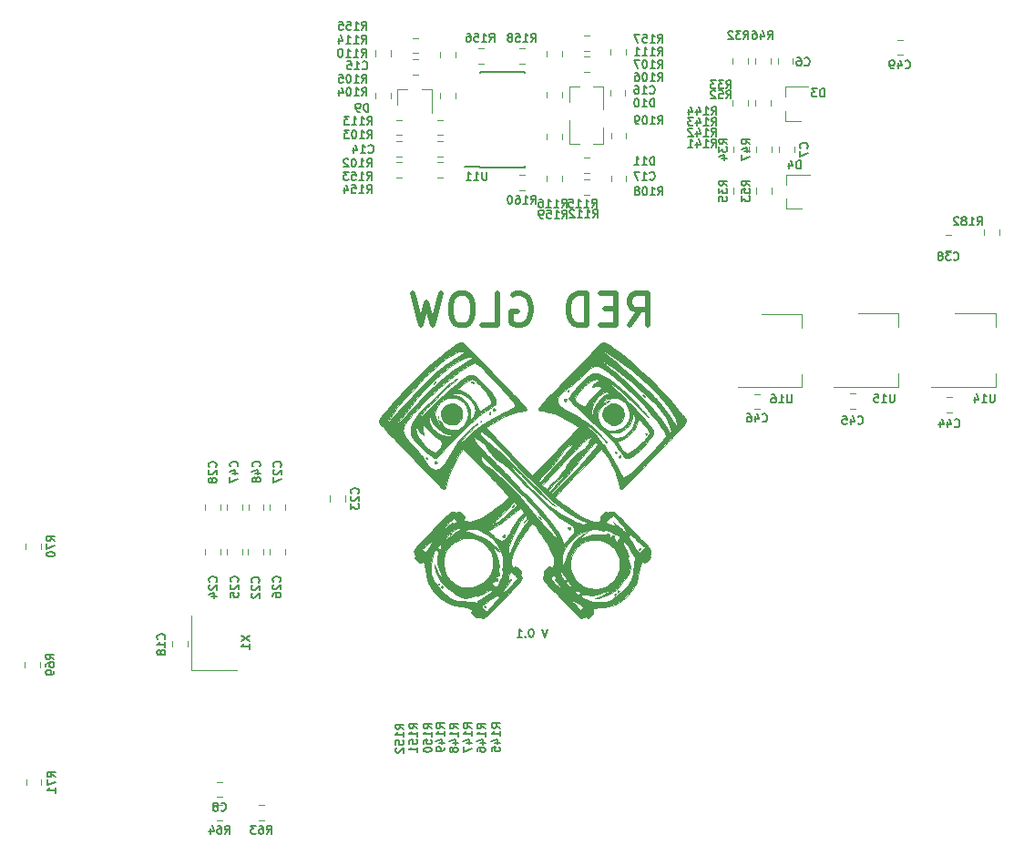
<source format=gbr>
G04 #@! TF.GenerationSoftware,KiCad,Pcbnew,(5.1.0)-1*
G04 #@! TF.CreationDate,2019-05-07T00:45:13+02:00*
G04 #@! TF.ProjectId,Project_RedGlow,50726f6a-6563-4745-9f52-6564476c6f77,rev?*
G04 #@! TF.SameCoordinates,Original*
G04 #@! TF.FileFunction,Legend,Bot*
G04 #@! TF.FilePolarity,Positive*
%FSLAX46Y46*%
G04 Gerber Fmt 4.6, Leading zero omitted, Abs format (unit mm)*
G04 Created by KiCad (PCBNEW (5.1.0)-1) date 2019-05-07 00:45:13*
%MOMM*%
%LPD*%
G04 APERTURE LIST*
%ADD10C,0.152400*%
%ADD11C,0.500000*%
%ADD12C,0.010000*%
%ADD13C,0.120000*%
%ADD14C,0.150000*%
G04 APERTURE END LIST*
D10*
X70451428Y-82582714D02*
X70197428Y-83344714D01*
X69943428Y-82582714D01*
X68963714Y-82582714D02*
X68891142Y-82582714D01*
X68818571Y-82619000D01*
X68782285Y-82655285D01*
X68746000Y-82727857D01*
X68709714Y-82873000D01*
X68709714Y-83054428D01*
X68746000Y-83199571D01*
X68782285Y-83272142D01*
X68818571Y-83308428D01*
X68891142Y-83344714D01*
X68963714Y-83344714D01*
X69036285Y-83308428D01*
X69072571Y-83272142D01*
X69108857Y-83199571D01*
X69145142Y-83054428D01*
X69145142Y-82873000D01*
X69108857Y-82727857D01*
X69072571Y-82655285D01*
X69036285Y-82619000D01*
X68963714Y-82582714D01*
X68383142Y-83272142D02*
X68346857Y-83308428D01*
X68383142Y-83344714D01*
X68419428Y-83308428D01*
X68383142Y-83272142D01*
X68383142Y-83344714D01*
X67621142Y-83344714D02*
X68056571Y-83344714D01*
X67838857Y-83344714D02*
X67838857Y-82582714D01*
X67911428Y-82691571D01*
X67984000Y-82764142D01*
X68056571Y-82800428D01*
D11*
X78071428Y-54357142D02*
X79071428Y-52928571D01*
X79785714Y-54357142D02*
X79785714Y-51357142D01*
X78642857Y-51357142D01*
X78357142Y-51500000D01*
X78214285Y-51642857D01*
X78071428Y-51928571D01*
X78071428Y-52357142D01*
X78214285Y-52642857D01*
X78357142Y-52785714D01*
X78642857Y-52928571D01*
X79785714Y-52928571D01*
X76785714Y-52785714D02*
X75785714Y-52785714D01*
X75357142Y-54357142D02*
X76785714Y-54357142D01*
X76785714Y-51357142D01*
X75357142Y-51357142D01*
X74071428Y-54357142D02*
X74071428Y-51357142D01*
X73357142Y-51357142D01*
X72928571Y-51500000D01*
X72642857Y-51785714D01*
X72500000Y-52071428D01*
X72357142Y-52642857D01*
X72357142Y-53071428D01*
X72500000Y-53642857D01*
X72642857Y-53928571D01*
X72928571Y-54214285D01*
X73357142Y-54357142D01*
X74071428Y-54357142D01*
X67214285Y-51500000D02*
X67500000Y-51357142D01*
X67928571Y-51357142D01*
X68357142Y-51500000D01*
X68642857Y-51785714D01*
X68785714Y-52071428D01*
X68928571Y-52642857D01*
X68928571Y-53071428D01*
X68785714Y-53642857D01*
X68642857Y-53928571D01*
X68357142Y-54214285D01*
X67928571Y-54357142D01*
X67642857Y-54357142D01*
X67214285Y-54214285D01*
X67071428Y-54071428D01*
X67071428Y-53071428D01*
X67642857Y-53071428D01*
X64357142Y-54357142D02*
X65785714Y-54357142D01*
X65785714Y-51357142D01*
X62785714Y-51357142D02*
X62214285Y-51357142D01*
X61928571Y-51500000D01*
X61642857Y-51785714D01*
X61500000Y-52357142D01*
X61500000Y-53357142D01*
X61642857Y-53928571D01*
X61928571Y-54214285D01*
X62214285Y-54357142D01*
X62785714Y-54357142D01*
X63071428Y-54214285D01*
X63357142Y-53928571D01*
X63500000Y-53357142D01*
X63500000Y-52357142D01*
X63357142Y-51785714D01*
X63071428Y-51500000D01*
X62785714Y-51357142D01*
X60500000Y-51357142D02*
X59785714Y-54357142D01*
X59214285Y-52214285D01*
X58642857Y-54357142D01*
X57928571Y-51357142D01*
D12*
G36*
X60296113Y-78368961D02*
G01*
X60239807Y-78430262D01*
X60303938Y-78460257D01*
X60335998Y-78461500D01*
X60401400Y-78430257D01*
X60395110Y-78396964D01*
X60319009Y-78360332D01*
X60296113Y-78368961D01*
X60296113Y-78368961D01*
G37*
X60296113Y-78368961D02*
X60239807Y-78430262D01*
X60303938Y-78460257D01*
X60335998Y-78461500D01*
X60401400Y-78430257D01*
X60395110Y-78396964D01*
X60319009Y-78360332D01*
X60296113Y-78368961D01*
G36*
X60529022Y-78619264D02*
G01*
X60531537Y-78683750D01*
X60604196Y-78773526D01*
X60698340Y-78740883D01*
X60702667Y-78736666D01*
X60743318Y-78645848D01*
X60671757Y-78593220D01*
X60619993Y-78588500D01*
X60529022Y-78619264D01*
X60529022Y-78619264D01*
G37*
X60529022Y-78619264D02*
X60531537Y-78683750D01*
X60604196Y-78773526D01*
X60698340Y-78740883D01*
X60702667Y-78736666D01*
X60743318Y-78645848D01*
X60671757Y-78593220D01*
X60619993Y-78588500D01*
X60529022Y-78619264D01*
G36*
X76715615Y-79327396D02*
G01*
X76651132Y-79387170D01*
X76655863Y-79420653D01*
X76735887Y-79476241D01*
X76801346Y-79432591D01*
X76810500Y-79384242D01*
X76768362Y-79320154D01*
X76715615Y-79327396D01*
X76715615Y-79327396D01*
G37*
X76715615Y-79327396D02*
X76651132Y-79387170D01*
X76655863Y-79420653D01*
X76735887Y-79476241D01*
X76801346Y-79432591D01*
X76810500Y-79384242D01*
X76768362Y-79320154D01*
X76715615Y-79327396D01*
G36*
X76942348Y-79038241D02*
G01*
X76947762Y-79121607D01*
X76995513Y-79185366D01*
X77063970Y-79160972D01*
X77123773Y-79093341D01*
X77080903Y-79024002D01*
X76989068Y-78977944D01*
X76942348Y-79038241D01*
X76942348Y-79038241D01*
G37*
X76942348Y-79038241D02*
X76947762Y-79121607D01*
X76995513Y-79185366D01*
X77063970Y-79160972D01*
X77123773Y-79093341D01*
X77080903Y-79024002D01*
X76989068Y-78977944D01*
X76942348Y-79038241D01*
G36*
X72056429Y-78046240D02*
G01*
X72059907Y-78084468D01*
X72140303Y-78180702D01*
X72171032Y-78195593D01*
X72230072Y-78178259D01*
X72226594Y-78140031D01*
X72146198Y-78043797D01*
X72115469Y-78028906D01*
X72056429Y-78046240D01*
X72056429Y-78046240D01*
G37*
X72056429Y-78046240D02*
X72059907Y-78084468D01*
X72140303Y-78180702D01*
X72171032Y-78195593D01*
X72230072Y-78178259D01*
X72226594Y-78140031D01*
X72146198Y-78043797D01*
X72115469Y-78028906D01*
X72056429Y-78046240D01*
G36*
X62255765Y-55940429D02*
G01*
X62124622Y-56002104D01*
X61909137Y-56138716D01*
X61620720Y-56341776D01*
X61270783Y-56602791D01*
X60870737Y-56913272D01*
X60431991Y-57264726D01*
X60014750Y-57607979D01*
X59590929Y-57972490D01*
X59139244Y-58381877D01*
X58668605Y-58826417D01*
X58187924Y-59296388D01*
X57706111Y-59782066D01*
X57232076Y-60273728D01*
X56774732Y-60761650D01*
X56342987Y-61236110D01*
X55945755Y-61687383D01*
X55591944Y-62105748D01*
X55290466Y-62481481D01*
X55050231Y-62804858D01*
X54880151Y-63066156D01*
X54789137Y-63255652D01*
X54776000Y-63324369D01*
X54798850Y-63381999D01*
X54870617Y-63485342D01*
X54996129Y-63639674D01*
X55180213Y-63850273D01*
X55427696Y-64122417D01*
X55743407Y-64461383D01*
X56132172Y-64872448D01*
X56598820Y-65360890D01*
X57148177Y-65931987D01*
X57397963Y-66190758D01*
X57881614Y-66691436D01*
X58347190Y-67173502D01*
X58785734Y-67627673D01*
X59188288Y-68044670D01*
X59545894Y-68415209D01*
X59849595Y-68730011D01*
X60090434Y-68979794D01*
X60259452Y-69155275D01*
X60339039Y-69238125D01*
X60576017Y-69457076D01*
X60758270Y-69561538D01*
X60885956Y-69551550D01*
X60959232Y-69427154D01*
X60965873Y-69396875D01*
X61198338Y-68452534D01*
X61527142Y-67587625D01*
X61954978Y-66795799D01*
X62249228Y-66367966D01*
X62611189Y-65883359D01*
X63366726Y-66632054D01*
X63609707Y-66875134D01*
X63921095Y-67190197D01*
X64281522Y-67557444D01*
X64671618Y-67957074D01*
X65072014Y-68369287D01*
X65463340Y-68774284D01*
X65524454Y-68837754D01*
X66926645Y-70294758D01*
X66582198Y-70605893D01*
X66135066Y-70988049D01*
X65661352Y-71354163D01*
X65178725Y-71693395D01*
X64704855Y-71994906D01*
X64257410Y-72247858D01*
X63854060Y-72441411D01*
X63512475Y-72564727D01*
X63327225Y-72602627D01*
X63098820Y-72606117D01*
X62893755Y-72571372D01*
X62742162Y-72508351D01*
X62674177Y-72427016D01*
X62678439Y-72388174D01*
X62734338Y-72250984D01*
X62746595Y-72220950D01*
X62722733Y-72135762D01*
X62626523Y-72000640D01*
X62522854Y-71889106D01*
X62371043Y-71748564D01*
X62271957Y-71687045D01*
X62192242Y-71690198D01*
X62133023Y-71721370D01*
X62003465Y-71769603D01*
X61931314Y-71735713D01*
X61824258Y-71688248D01*
X61658665Y-71667073D01*
X61648696Y-71667000D01*
X61575836Y-71673986D01*
X61497811Y-71701895D01*
X61402601Y-71761150D01*
X61278189Y-71862176D01*
X61112557Y-72015398D01*
X60893686Y-72231239D01*
X60609559Y-72520123D01*
X60312623Y-72825875D01*
X59792324Y-73363021D01*
X59353605Y-73816491D01*
X58990106Y-74194236D01*
X58695465Y-74504203D01*
X58463319Y-74754343D01*
X58287308Y-74952603D01*
X58161068Y-75106932D01*
X58078239Y-75225281D01*
X58032458Y-75315598D01*
X58017364Y-75385831D01*
X58026594Y-75443931D01*
X58053788Y-75497845D01*
X58092583Y-75555524D01*
X58108733Y-75579608D01*
X58174504Y-75715526D01*
X58151850Y-75812557D01*
X58139746Y-75828364D01*
X58092795Y-75902012D01*
X58098678Y-75974237D01*
X58171218Y-76070510D01*
X58324239Y-76216304D01*
X58375142Y-76262090D01*
X58533391Y-76395727D01*
X58636505Y-76452571D01*
X58718640Y-76446140D01*
X58770432Y-76418553D01*
X58883241Y-76373979D01*
X58963711Y-76412264D01*
X59018392Y-76545688D01*
X59053832Y-76786528D01*
X59067917Y-76976300D01*
X59163182Y-77666541D01*
X59365214Y-78290914D01*
X59677308Y-78857186D01*
X60070152Y-79339462D01*
X60478680Y-79728548D01*
X60881527Y-80025412D01*
X61309684Y-80245395D01*
X61794139Y-80403835D01*
X62365882Y-80516073D01*
X62480387Y-80532543D01*
X62882091Y-80595774D01*
X63166493Y-80660937D01*
X63343269Y-80732278D01*
X63422097Y-80814048D01*
X63412652Y-80910495D01*
X63398677Y-80935736D01*
X63358764Y-81044039D01*
X63407352Y-81149259D01*
X63446569Y-81195301D01*
X63654827Y-81394896D01*
X63836662Y-81509877D01*
X63974874Y-81530663D01*
X64013430Y-81511011D01*
X64130631Y-81470372D01*
X64229267Y-81505093D01*
X64313566Y-81546341D01*
X64393363Y-81569077D01*
X64478137Y-81565828D01*
X64577367Y-81529119D01*
X64700531Y-81451475D01*
X64857109Y-81325421D01*
X65056580Y-81143483D01*
X65308423Y-80898186D01*
X65622117Y-80582056D01*
X66007140Y-80187617D01*
X66356050Y-79828032D01*
X66565599Y-79611438D01*
X66036705Y-79611438D01*
X65654533Y-80004844D01*
X65444542Y-80231463D01*
X65240431Y-80469199D01*
X65081667Y-80671811D01*
X65063496Y-80697327D01*
X64937031Y-80864119D01*
X64834398Y-80940154D01*
X64727212Y-80924019D01*
X64587084Y-80814298D01*
X64439937Y-80666250D01*
X64229624Y-80447577D01*
X64598687Y-80206905D01*
X64861185Y-80034582D01*
X65152716Y-79841514D01*
X65341400Y-79715558D01*
X65544663Y-79584858D01*
X65679295Y-79519037D01*
X65778490Y-79507078D01*
X65875442Y-79537962D01*
X65875877Y-79538160D01*
X66036705Y-79611438D01*
X66565599Y-79611438D01*
X66791218Y-79378235D01*
X67145471Y-79009513D01*
X67426976Y-78712425D01*
X67643898Y-78477527D01*
X67804403Y-78295378D01*
X67916659Y-78156534D01*
X67988831Y-78051553D01*
X68029086Y-77970992D01*
X68045589Y-77905410D01*
X68046826Y-77883930D01*
X67687499Y-77883930D01*
X67249031Y-78373841D01*
X67034127Y-78604243D01*
X66819183Y-78818325D01*
X66636577Y-78984511D01*
X66562254Y-79043626D01*
X66385176Y-79156428D01*
X66248005Y-79215895D01*
X66172031Y-79216380D01*
X66178544Y-79152238D01*
X66183279Y-79144125D01*
X66242346Y-79061476D01*
X66261323Y-79036519D01*
X65293340Y-79036519D01*
X65231277Y-79125234D01*
X65162801Y-79207130D01*
X65025092Y-79332112D01*
X64811655Y-79483448D01*
X64561909Y-79633922D01*
X64484120Y-79675701D01*
X64250215Y-79806460D01*
X64058093Y-79930631D01*
X63937956Y-80028013D01*
X63916691Y-80055183D01*
X63850836Y-80132185D01*
X63748741Y-80128654D01*
X63680718Y-80104915D01*
X63549664Y-80077383D01*
X63324179Y-80053060D01*
X63036831Y-80034710D01*
X62745250Y-80025473D01*
X62396891Y-80016222D01*
X62144378Y-79998676D01*
X61956614Y-79968322D01*
X61802501Y-79920649D01*
X61694909Y-79873061D01*
X61315392Y-79643552D01*
X60916019Y-79323671D01*
X60523845Y-78941069D01*
X60165925Y-78523393D01*
X59869313Y-78098293D01*
X59748459Y-77883827D01*
X59658148Y-77689245D01*
X59605355Y-77512442D01*
X59580855Y-77306321D01*
X59575420Y-77023784D01*
X59575510Y-77001000D01*
X59600083Y-76575347D01*
X59664429Y-76148368D01*
X59760449Y-75757732D01*
X59880045Y-75441106D01*
X59931448Y-75345618D01*
X60061274Y-75132137D01*
X60186241Y-75286465D01*
X60275125Y-75454029D01*
X60275747Y-75659046D01*
X60274754Y-75665271D01*
X60227138Y-75963507D01*
X60200712Y-76183243D01*
X60199806Y-76360714D01*
X60228747Y-76532154D01*
X60291863Y-76733798D01*
X60393484Y-77001883D01*
X60452415Y-77152536D01*
X60563086Y-77438126D01*
X60654570Y-77679055D01*
X60718046Y-77851739D01*
X60744695Y-77932594D01*
X60745000Y-77934936D01*
X60705195Y-77929209D01*
X60646091Y-77886962D01*
X60530857Y-77752975D01*
X60388128Y-77529779D01*
X60235040Y-77247063D01*
X60088729Y-76934517D01*
X60067209Y-76884001D01*
X59986271Y-76694539D01*
X59945608Y-76615076D01*
X59937363Y-76638086D01*
X59953679Y-76756042D01*
X59957321Y-76778750D01*
X60069665Y-77232444D01*
X60250778Y-77692151D01*
X60431612Y-78023407D01*
X60563525Y-78202292D01*
X60736145Y-78400778D01*
X60924717Y-78594588D01*
X61104489Y-78759445D01*
X61250707Y-78871073D01*
X61331547Y-78906000D01*
X61412707Y-78945570D01*
X61547850Y-79046505D01*
X61634267Y-79120936D01*
X62054896Y-79441797D01*
X62466287Y-79636015D01*
X62868421Y-79703584D01*
X63261280Y-79644502D01*
X63471509Y-79558962D01*
X63671667Y-79474767D01*
X63795278Y-79464952D01*
X63833587Y-79484833D01*
X63921291Y-79520938D01*
X64050220Y-79503642D01*
X64238578Y-79426680D01*
X64504565Y-79283785D01*
X64630486Y-79210477D01*
X64863149Y-79086413D01*
X65061788Y-79004876D01*
X65191777Y-78979950D01*
X65195890Y-78980448D01*
X65280090Y-78998224D01*
X65293340Y-79036519D01*
X66261323Y-79036519D01*
X66360137Y-78906569D01*
X66516041Y-78706321D01*
X66599752Y-78600245D01*
X66793052Y-78350434D01*
X66935774Y-78154276D01*
X67022722Y-78020949D01*
X67048702Y-77959630D01*
X67008517Y-77979500D01*
X66896973Y-78089735D01*
X66875972Y-78112250D01*
X66755814Y-78230310D01*
X66684758Y-78276783D01*
X66676150Y-78253059D01*
X66711678Y-78137840D01*
X66771417Y-77942424D01*
X66842730Y-77708151D01*
X66845985Y-77697434D01*
X66916804Y-77482559D01*
X66979230Y-77325263D01*
X67021012Y-77255961D01*
X67024198Y-77255000D01*
X67087414Y-77297027D01*
X67211857Y-77407432D01*
X67371093Y-77562705D01*
X67377762Y-77569465D01*
X67687499Y-77883930D01*
X68046826Y-77883930D01*
X68047500Y-77872232D01*
X68027879Y-77706053D01*
X67980432Y-77594447D01*
X67978118Y-77592017D01*
X67941402Y-77493556D01*
X67978118Y-77392991D01*
X68025542Y-77299726D01*
X68032482Y-77232623D01*
X67983079Y-77161049D01*
X67861474Y-77054369D01*
X67759614Y-76970897D01*
X67590357Y-76840305D01*
X67482957Y-76785213D01*
X67407129Y-76793719D01*
X67371336Y-76818313D01*
X67286817Y-76862205D01*
X67206165Y-76816669D01*
X67151222Y-76753780D01*
X67066802Y-76585177D01*
X67031501Y-76386779D01*
X67031500Y-76386036D01*
X67049970Y-76242914D01*
X66324850Y-76242914D01*
X66323996Y-76553885D01*
X66283378Y-76802235D01*
X66271975Y-76835740D01*
X66248794Y-77071633D01*
X66277324Y-77186647D01*
X66305209Y-77311332D01*
X66293889Y-77450205D01*
X66237067Y-77641094D01*
X66173868Y-77808148D01*
X66063112Y-78064587D01*
X65941247Y-78309440D01*
X65843126Y-78476302D01*
X65682215Y-78713355D01*
X65501599Y-78606662D01*
X65364382Y-78504020D01*
X65284469Y-78404758D01*
X65283786Y-78403035D01*
X65298158Y-78290971D01*
X65407946Y-78198344D01*
X65581602Y-78147675D01*
X65646637Y-78144000D01*
X65780213Y-78121198D01*
X65824169Y-78037576D01*
X65825000Y-78015007D01*
X65783622Y-77892902D01*
X65729750Y-77849463D01*
X65643215Y-77791604D01*
X65677745Y-77727133D01*
X65833753Y-77652133D01*
X65964698Y-77594853D01*
X65994077Y-77536742D01*
X65940404Y-77435624D01*
X65933461Y-77424999D01*
X65872855Y-77293688D01*
X65872369Y-77142072D01*
X65900128Y-77012221D01*
X65931226Y-76669037D01*
X65897612Y-76429500D01*
X65347751Y-76429500D01*
X65332799Y-76847127D01*
X65278893Y-77178614D01*
X65172459Y-77462258D01*
X64999922Y-77736358D01*
X64796732Y-77984116D01*
X64415580Y-78326068D01*
X63970046Y-78572794D01*
X63483359Y-78718533D01*
X62978750Y-78757524D01*
X62479448Y-78684005D01*
X62262591Y-78612644D01*
X61771352Y-78358319D01*
X61373782Y-78020583D01*
X61075061Y-77607120D01*
X60880368Y-77125613D01*
X60794881Y-76583748D01*
X60791191Y-76429500D01*
X60818387Y-76002962D01*
X60908018Y-75636171D01*
X61076152Y-75270641D01*
X61140114Y-75159500D01*
X61300512Y-74957449D01*
X60545321Y-74957449D01*
X60528272Y-75064856D01*
X60488011Y-75164380D01*
X60412623Y-75170715D01*
X60333005Y-75137772D01*
X60216065Y-75059267D01*
X60173996Y-74989483D01*
X60219433Y-74902997D01*
X60331168Y-74790519D01*
X60348125Y-74776769D01*
X60522750Y-74638822D01*
X60543888Y-74778619D01*
X60545321Y-74957449D01*
X61300512Y-74957449D01*
X61417065Y-74810631D01*
X61784380Y-74517898D01*
X61854657Y-74481202D01*
X59669226Y-74481202D01*
X59668193Y-74565271D01*
X59583764Y-74742585D01*
X59487884Y-74899590D01*
X59318831Y-75159226D01*
X59201356Y-75325360D01*
X59118292Y-75411278D01*
X59052474Y-75430264D01*
X58986736Y-75395604D01*
X58921978Y-75337531D01*
X58771423Y-75196092D01*
X59199734Y-74798243D01*
X59432217Y-74596711D01*
X59589640Y-74491356D01*
X59669226Y-74481202D01*
X61854657Y-74481202D01*
X62213063Y-74294058D01*
X62674117Y-74151868D01*
X63138544Y-74104084D01*
X63465277Y-74136589D01*
X64000074Y-74305102D01*
X64470646Y-74579807D01*
X64865801Y-74952155D01*
X65174344Y-75413601D01*
X65197486Y-75459217D01*
X65267953Y-75619218D01*
X65312605Y-75778818D01*
X65336996Y-75973884D01*
X65346681Y-76240279D01*
X65347751Y-76429500D01*
X65897612Y-76429500D01*
X65873268Y-76256033D01*
X65729779Y-75790328D01*
X65574349Y-75429630D01*
X65469069Y-75201318D01*
X65395128Y-75023333D01*
X65362517Y-74920738D01*
X65365371Y-74905500D01*
X65429049Y-74946519D01*
X65555374Y-75054126D01*
X65717153Y-75205139D01*
X65719203Y-75207125D01*
X65870914Y-75343861D01*
X65948079Y-75391979D01*
X65955346Y-75362146D01*
X65897361Y-75265032D01*
X65778770Y-75111304D01*
X65604219Y-74911630D01*
X65578251Y-74883491D01*
X65227986Y-74559674D01*
X64827603Y-74276930D01*
X64418840Y-74062332D01*
X64176971Y-73974645D01*
X63910567Y-73885373D01*
X63635726Y-73774346D01*
X63523384Y-73721684D01*
X63295969Y-73621120D01*
X63068130Y-73541458D01*
X62983634Y-73519563D01*
X62745250Y-73469003D01*
X62904000Y-73381452D01*
X63055120Y-73333804D01*
X63283015Y-73301915D01*
X63484462Y-73292877D01*
X63722817Y-73301203D01*
X63922623Y-73336280D01*
X64133929Y-73411257D01*
X64389220Y-73530587D01*
X64890406Y-73842761D01*
X65352639Y-74254672D01*
X65753056Y-74740083D01*
X66068794Y-75272753D01*
X66216225Y-75627376D01*
X66288179Y-75917889D01*
X66324850Y-76242914D01*
X67049970Y-76242914D01*
X67061175Y-76156100D01*
X67142602Y-75848442D01*
X67264385Y-75495526D01*
X67415125Y-75129819D01*
X67583427Y-74783786D01*
X67613372Y-74728514D01*
X67714683Y-74559182D01*
X67867420Y-74321446D01*
X68055275Y-74038932D01*
X68261940Y-73735264D01*
X68471108Y-73434068D01*
X68666471Y-73158968D01*
X68831721Y-72933589D01*
X68950551Y-72781556D01*
X68981501Y-72746500D01*
X69040168Y-72769366D01*
X69154479Y-72883143D01*
X69312530Y-73071192D01*
X69502417Y-73316876D01*
X69712238Y-73603558D01*
X69930089Y-73914600D01*
X70144067Y-74233364D01*
X70342268Y-74543214D01*
X70512789Y-74827511D01*
X70643726Y-75069619D01*
X70644016Y-75070203D01*
X70867751Y-75562430D01*
X71006063Y-75971089D01*
X71060508Y-76305153D01*
X71032641Y-76573596D01*
X70938069Y-76767049D01*
X70856795Y-76844146D01*
X70761826Y-76823835D01*
X70720528Y-76799527D01*
X70637465Y-76762103D01*
X70556840Y-76777906D01*
X70447238Y-76861520D01*
X70318391Y-76986226D01*
X70167844Y-77147459D01*
X70100753Y-77255083D01*
X70102612Y-77336312D01*
X70117103Y-77363916D01*
X70148819Y-77483998D01*
X70090146Y-77637897D01*
X70086594Y-77644132D01*
X70035862Y-77761449D01*
X70030262Y-77879591D01*
X70078990Y-78014967D01*
X70191241Y-78183985D01*
X70376210Y-78403056D01*
X70643093Y-78688587D01*
X70712012Y-78760191D01*
X71268528Y-79336418D01*
X71743686Y-79828062D01*
X72144416Y-80241832D01*
X72477643Y-80584441D01*
X72750297Y-80862598D01*
X72969306Y-81083016D01*
X73141597Y-81252404D01*
X73274099Y-81377474D01*
X73373739Y-81464937D01*
X73447446Y-81521503D01*
X73502147Y-81553883D01*
X73544770Y-81568788D01*
X73582244Y-81572930D01*
X73615809Y-81573000D01*
X73777235Y-81547687D01*
X73878385Y-81495215D01*
X73966732Y-81449185D01*
X74080724Y-81495215D01*
X74185346Y-81555980D01*
X74224668Y-81573000D01*
X74275356Y-81531188D01*
X74387059Y-81422735D01*
X74504517Y-81303125D01*
X74649613Y-81143903D01*
X74716188Y-81036551D01*
X74719675Y-80947484D01*
X74696391Y-80885569D01*
X74664077Y-80788168D01*
X74683882Y-80719017D01*
X74772456Y-80671468D01*
X74946449Y-80638874D01*
X75222510Y-80614589D01*
X75402766Y-80603556D01*
X75721760Y-80558275D01*
X73762500Y-80558275D01*
X73715604Y-80628635D01*
X73609311Y-80720346D01*
X73495218Y-80793036D01*
X73439507Y-80811000D01*
X73382939Y-80763319D01*
X73283979Y-80641753D01*
X73220054Y-80553109D01*
X73069933Y-80360336D01*
X72907735Y-80186081D01*
X72857195Y-80140274D01*
X72745558Y-80034241D01*
X72729554Y-79974738D01*
X72771449Y-79947573D01*
X72861056Y-79964739D01*
X73019961Y-80037603D01*
X73216946Y-80146929D01*
X73420791Y-80273479D01*
X73600279Y-80398015D01*
X73724190Y-80501300D01*
X73762500Y-80558275D01*
X75721760Y-80558275D01*
X76097514Y-80504937D01*
X76741491Y-80293836D01*
X77325705Y-79975290D01*
X77841163Y-79554336D01*
X78278871Y-79036010D01*
X78326967Y-78965677D01*
X78552818Y-78583746D01*
X78723558Y-78185151D01*
X78853638Y-77730615D01*
X78936856Y-77307918D01*
X79011971Y-76905844D01*
X79083846Y-76621453D01*
X79157344Y-76445689D01*
X79237327Y-76369496D01*
X79328658Y-76383817D01*
X79401564Y-76442463D01*
X79487198Y-76449409D01*
X79615188Y-76379070D01*
X79757067Y-76259576D01*
X79884366Y-76119059D01*
X79909346Y-76079505D01*
X78564295Y-76079505D01*
X78536887Y-76186534D01*
X78506899Y-76338688D01*
X78477780Y-76579910D01*
X78453559Y-76872311D01*
X78442094Y-77077660D01*
X78413874Y-77472726D01*
X78358720Y-77787622D01*
X78261489Y-78057045D01*
X78107037Y-78315690D01*
X77880221Y-78598255D01*
X77684384Y-78813787D01*
X77261696Y-79226943D01*
X76821420Y-79585928D01*
X76393219Y-79867833D01*
X76169907Y-79983424D01*
X75897380Y-80061670D01*
X75540506Y-80096417D01*
X75133888Y-80088658D01*
X74712130Y-80039388D01*
X74309836Y-79949598D01*
X74238285Y-79927985D01*
X73993716Y-79841276D01*
X73778575Y-79748888D01*
X73639056Y-79670678D01*
X73638165Y-79670009D01*
X73536392Y-79578472D01*
X73530383Y-79505609D01*
X73572666Y-79444947D01*
X73618128Y-79399526D01*
X73678608Y-79372431D01*
X73775953Y-79363900D01*
X73932009Y-79374173D01*
X74168622Y-79403488D01*
X74507637Y-79452085D01*
X74530393Y-79455426D01*
X74695930Y-79455772D01*
X74922927Y-79411965D01*
X75232508Y-79319244D01*
X75419393Y-79254991D01*
X75665141Y-79168574D01*
X73518824Y-79168574D01*
X73483744Y-79260915D01*
X73389093Y-79388159D01*
X73272043Y-79394636D01*
X73127500Y-79287000D01*
X73013419Y-79147695D01*
X73009394Y-79065572D01*
X73117334Y-79038893D01*
X73339146Y-79065919D01*
X73364681Y-79070911D01*
X73492489Y-79107443D01*
X73518824Y-79168574D01*
X75665141Y-79168574D01*
X75776178Y-79129528D01*
X76026470Y-79044703D01*
X76183165Y-78997847D01*
X76259158Y-78986291D01*
X76267345Y-79007365D01*
X76220620Y-79058400D01*
X76176106Y-79098343D01*
X75980972Y-79237937D01*
X75709768Y-79392143D01*
X75407544Y-79537372D01*
X75127750Y-79647227D01*
X74873750Y-79732790D01*
X75188755Y-79694498D01*
X75650339Y-79591846D01*
X76113465Y-79405825D01*
X76544306Y-79155400D01*
X76909032Y-78859534D01*
X77126795Y-78608091D01*
X77301577Y-78374278D01*
X77501226Y-78125481D01*
X77593614Y-78017000D01*
X77882235Y-77626145D01*
X78062504Y-77239893D01*
X78128909Y-76871634D01*
X78122402Y-76732772D01*
X78091570Y-76583799D01*
X77159750Y-76583799D01*
X77159750Y-76588250D01*
X77153746Y-76892379D01*
X77130135Y-77116158D01*
X77080522Y-77305902D01*
X76996510Y-77507926D01*
X76990815Y-77520121D01*
X76723528Y-77960175D01*
X76374116Y-78334819D01*
X75965204Y-78625254D01*
X75519415Y-78812685D01*
X75399371Y-78842413D01*
X75112898Y-78874100D01*
X74764433Y-78871493D01*
X74413424Y-78837459D01*
X74142629Y-78781800D01*
X73964245Y-78706365D01*
X71617166Y-78706365D01*
X71543083Y-78685963D01*
X71399593Y-78585549D01*
X71320373Y-78518784D01*
X71136362Y-78340320D01*
X70948411Y-78133060D01*
X70897456Y-78070973D01*
X70698584Y-77819877D01*
X70844611Y-77664438D01*
X70953594Y-77559023D01*
X71023823Y-77510085D01*
X71027194Y-77509645D01*
X71071482Y-77562933D01*
X71140561Y-77696605D01*
X71172706Y-77769606D01*
X71234233Y-77927363D01*
X71242378Y-77994910D01*
X71198446Y-77996659D01*
X71184584Y-77991670D01*
X71144192Y-77988058D01*
X71156712Y-78034804D01*
X71230156Y-78144400D01*
X71372540Y-78329338D01*
X71516559Y-78509125D01*
X71611704Y-78647252D01*
X71617166Y-78706365D01*
X73964245Y-78706365D01*
X73718936Y-78602629D01*
X72619500Y-78602629D01*
X72585443Y-78651351D01*
X72481383Y-78602909D01*
X72304488Y-78455665D01*
X72209261Y-78365394D01*
X71933277Y-78038249D01*
X71733077Y-77678423D01*
X71624474Y-77318548D01*
X71609579Y-77128000D01*
X71615962Y-76967806D01*
X71630601Y-76923827D01*
X71658000Y-76985333D01*
X71662881Y-77001000D01*
X71797195Y-77321036D01*
X72026172Y-77715042D01*
X72297710Y-78110504D01*
X72443292Y-78316187D01*
X72554564Y-78483630D01*
X72614082Y-78586155D01*
X72619500Y-78602629D01*
X73718936Y-78602629D01*
X73680707Y-78586463D01*
X73285893Y-78292500D01*
X72967586Y-77914420D01*
X72735184Y-77466728D01*
X72598085Y-76963930D01*
X72565687Y-76420532D01*
X72569279Y-76353332D01*
X72662449Y-75842925D01*
X72863792Y-75383926D01*
X73160690Y-74988510D01*
X73540527Y-74668848D01*
X73990688Y-74437116D01*
X74498557Y-74305485D01*
X74714236Y-74283634D01*
X75267610Y-74310039D01*
X75773798Y-74452197D01*
X76224074Y-74704822D01*
X76609710Y-75062629D01*
X76921982Y-75520336D01*
X76994580Y-75664602D01*
X77079067Y-75865969D01*
X77129285Y-76055685D01*
X77153443Y-76279659D01*
X77159750Y-76583799D01*
X78091570Y-76583799D01*
X78073016Y-76494155D01*
X77993268Y-76269317D01*
X77958858Y-76202069D01*
X77890439Y-76054009D01*
X77884142Y-75961210D01*
X77893190Y-75951278D01*
X77950644Y-75842973D01*
X77924824Y-75643577D01*
X77816658Y-75357076D01*
X77699500Y-75120110D01*
X77583263Y-74890695D01*
X77494986Y-74697377D01*
X77448975Y-74572217D01*
X77445500Y-74550850D01*
X77475753Y-74468771D01*
X77556670Y-74480316D01*
X77673491Y-74570261D01*
X77811458Y-74723380D01*
X77955811Y-74924446D01*
X78091788Y-75158235D01*
X78149525Y-75277110D01*
X78263657Y-75508235D01*
X78379330Y-75709395D01*
X78470651Y-75835990D01*
X78556207Y-75954205D01*
X78564295Y-76079505D01*
X79909346Y-76079505D01*
X79968618Y-75985653D01*
X79981356Y-75887488D01*
X79974402Y-75876377D01*
X79935601Y-75767529D01*
X79976165Y-75630881D01*
X80015832Y-75537572D01*
X80038753Y-75451257D01*
X80037661Y-75361985D01*
X80005292Y-75259805D01*
X79934381Y-75134765D01*
X79839622Y-75006610D01*
X79500560Y-75006610D01*
X79259391Y-75273555D01*
X79117943Y-75419458D01*
X79005483Y-75516418D01*
X78959368Y-75540500D01*
X78899735Y-75490072D01*
X78797985Y-75357327D01*
X78675260Y-75170070D01*
X78665132Y-75153506D01*
X78499681Y-74883720D01*
X78317095Y-74589299D01*
X78197095Y-74397827D01*
X78075827Y-74198551D01*
X78021733Y-74082126D01*
X77164035Y-74082126D01*
X77137201Y-74176689D01*
X77083855Y-74257557D01*
X76969417Y-74381309D01*
X76867096Y-74446585D01*
X76862717Y-74447600D01*
X76769544Y-74410287D01*
X76693271Y-74291066D01*
X76655022Y-74134960D01*
X76663430Y-74022891D01*
X76651830Y-73918774D01*
X76565606Y-73887280D01*
X76436819Y-73932132D01*
X76362456Y-73987957D01*
X76283927Y-74043594D01*
X76233761Y-74010772D01*
X76186134Y-73892707D01*
X76107158Y-73741230D01*
X76021787Y-73701477D01*
X75955845Y-73758301D01*
X75878235Y-73782236D01*
X75701324Y-73792013D01*
X75452133Y-73786589D01*
X75358884Y-73781302D01*
X75046935Y-73768016D01*
X74806583Y-73779309D01*
X74583845Y-73820825D01*
X74364404Y-73885267D01*
X74104553Y-73975756D01*
X73856484Y-74072956D01*
X73690147Y-74148016D01*
X73509202Y-74234823D01*
X73423070Y-74257895D01*
X73431131Y-74211016D01*
X73532767Y-74087972D01*
X73669638Y-73942372D01*
X73825067Y-73778334D01*
X73896571Y-73693899D01*
X73889516Y-73678361D01*
X73809268Y-73721014D01*
X73768244Y-73745667D01*
X73387871Y-74034087D01*
X73027602Y-74412834D01*
X72716387Y-74845541D01*
X72483180Y-75295845D01*
X72436329Y-75418626D01*
X72336534Y-75671636D01*
X72207303Y-75957554D01*
X72118551Y-76134323D01*
X72015958Y-76346797D01*
X71944536Y-76531993D01*
X71921000Y-76639148D01*
X71907392Y-76727983D01*
X71853649Y-76704680D01*
X71841625Y-76693025D01*
X71796188Y-76579473D01*
X71769034Y-76358853D01*
X71762250Y-76124700D01*
X71790708Y-75735969D01*
X71884449Y-75387593D01*
X72056027Y-75054109D01*
X72317994Y-74710057D01*
X72613817Y-74397485D01*
X73088496Y-73988131D01*
X73584365Y-73671252D01*
X74086735Y-73452255D01*
X74420173Y-73374188D01*
X72934750Y-73374188D01*
X72919716Y-73506225D01*
X72868892Y-73638409D01*
X72768040Y-73792593D01*
X72602920Y-73990631D01*
X72365500Y-74247814D01*
X71952750Y-74684219D01*
X71900703Y-74556250D01*
X71613326Y-74556250D01*
X71179788Y-74080000D01*
X70974356Y-73857459D01*
X70710109Y-73575768D01*
X70416987Y-73266615D01*
X70124931Y-72961687D01*
X70039802Y-72873500D01*
X69741961Y-72552216D01*
X69539584Y-72320833D01*
X68705278Y-72320833D01*
X68659148Y-72427614D01*
X68557782Y-72598853D01*
X68404646Y-72824026D01*
X68338664Y-72914704D01*
X67983400Y-73428471D01*
X67663455Y-73956103D01*
X67395583Y-74467207D01*
X67196541Y-74931390D01*
X67145778Y-75078584D01*
X67057955Y-75330527D01*
X66986188Y-75468566D01*
X66919839Y-75502962D01*
X66848275Y-75443974D01*
X66815944Y-75396750D01*
X66781302Y-75231542D01*
X66822617Y-74965882D01*
X66939975Y-74599473D01*
X67133468Y-74132019D01*
X67305575Y-73762500D01*
X67483354Y-73410627D01*
X67677128Y-73054622D01*
X67865588Y-72732050D01*
X68027428Y-72480479D01*
X68053894Y-72443138D01*
X68215652Y-72224976D01*
X68324072Y-72096860D01*
X68396964Y-72043637D01*
X68452140Y-72050154D01*
X68484503Y-72076788D01*
X68535671Y-72147605D01*
X68532685Y-72233534D01*
X68469981Y-72373962D01*
X68432694Y-72443649D01*
X68285124Y-72714750D01*
X68477618Y-72492500D01*
X68617978Y-72342750D01*
X68692710Y-72289036D01*
X68705278Y-72320833D01*
X69539584Y-72320833D01*
X69405986Y-72168087D01*
X69066752Y-71762250D01*
X68227025Y-71762250D01*
X68072331Y-71952750D01*
X67666797Y-72471285D01*
X67339795Y-72934266D01*
X67073130Y-73368437D01*
X66936961Y-73621462D01*
X66738056Y-73977757D01*
X66557189Y-74219314D01*
X66379646Y-74354101D01*
X66190712Y-74390083D01*
X65975672Y-74335227D01*
X65791963Y-74241352D01*
X65608870Y-74114322D01*
X65461575Y-73978334D01*
X65424502Y-73931035D01*
X65304150Y-73797434D01*
X65133305Y-73660716D01*
X65091585Y-73633543D01*
X64859683Y-73490220D01*
X65358217Y-73229223D01*
X65407766Y-73202453D01*
X62745250Y-73202453D01*
X62530596Y-73264187D01*
X62399559Y-73307454D01*
X62269919Y-73366334D01*
X62120038Y-73454330D01*
X61928275Y-73584946D01*
X61672990Y-73771685D01*
X61455229Y-73935231D01*
X61234288Y-74100101D01*
X61052833Y-74231770D01*
X60933306Y-74314176D01*
X60897974Y-74334000D01*
X60903088Y-74285372D01*
X60955053Y-74167197D01*
X60960744Y-74156081D01*
X61098508Y-73962463D01*
X61310732Y-73743883D01*
X61559319Y-73534196D01*
X61806171Y-73367260D01*
X61907666Y-73314592D01*
X62147257Y-73237668D01*
X62405735Y-73199210D01*
X62459500Y-73198121D01*
X62745250Y-73202453D01*
X65407766Y-73202453D01*
X65653880Y-73069487D01*
X65913252Y-72915656D01*
X66161522Y-72749747D01*
X66423880Y-72553774D01*
X66725516Y-72309752D01*
X67091618Y-71999698D01*
X67147160Y-71951968D01*
X67866070Y-71333410D01*
X68046547Y-71547830D01*
X68227025Y-71762250D01*
X69066752Y-71762250D01*
X69066716Y-71762208D01*
X68758992Y-71375673D01*
X68661863Y-71248132D01*
X68543354Y-71097419D01*
X67603000Y-71097419D01*
X67556772Y-71155217D01*
X67430599Y-71276746D01*
X67243256Y-71445832D01*
X67013514Y-71646304D01*
X66760146Y-71861991D01*
X66501923Y-72076719D01*
X66257617Y-72274317D01*
X66047250Y-72437673D01*
X65839840Y-72587856D01*
X65613420Y-72742425D01*
X65395519Y-72883742D01*
X65213667Y-72994172D01*
X65095393Y-73056076D01*
X65070545Y-73063399D01*
X65106783Y-73020758D01*
X65221379Y-72900434D01*
X65402676Y-72714329D01*
X65496748Y-72618807D01*
X62015000Y-72618807D01*
X61964314Y-72665504D01*
X61843032Y-72737977D01*
X61697318Y-72812043D01*
X61573335Y-72863518D01*
X61528821Y-72873500D01*
X61532087Y-72832407D01*
X61578600Y-72762375D01*
X61632723Y-72688127D01*
X61602839Y-72698586D01*
X61538750Y-72744700D01*
X61419755Y-72839721D01*
X61252623Y-72981820D01*
X61143294Y-73078075D01*
X60961553Y-73234560D01*
X60861625Y-73302864D01*
X60835921Y-73285002D01*
X60876845Y-73182988D01*
X60897228Y-73143375D01*
X60987601Y-73013489D01*
X61139956Y-72834075D01*
X61322980Y-72641771D01*
X61341990Y-72623020D01*
X61694764Y-72277291D01*
X61854882Y-72427714D01*
X61962490Y-72539425D01*
X62014196Y-72613976D01*
X62015000Y-72618807D01*
X65496748Y-72618807D01*
X65639014Y-72474349D01*
X65918735Y-72192397D01*
X66181795Y-71928733D01*
X67317250Y-70793467D01*
X67460125Y-70923802D01*
X67561259Y-71028843D01*
X67603000Y-71097419D01*
X68543354Y-71097419D01*
X68363622Y-70868849D01*
X68013074Y-70453301D01*
X67624891Y-70016396D01*
X67213747Y-69573043D01*
X66794313Y-69138148D01*
X66381264Y-68726622D01*
X65989271Y-68353371D01*
X65633008Y-68033304D01*
X65327147Y-67781329D01*
X65086361Y-67612354D01*
X65079344Y-67608156D01*
X64700561Y-67358081D01*
X64438923Y-67124675D01*
X64287036Y-66899724D01*
X64237504Y-66675015D01*
X64237500Y-66673055D01*
X64237500Y-66446030D01*
X64883635Y-67040390D01*
X65408507Y-67529387D01*
X65975839Y-68068931D01*
X66567315Y-68640859D01*
X67164623Y-69227010D01*
X67749449Y-69809223D01*
X68303479Y-70369336D01*
X68808399Y-70889187D01*
X69245895Y-71350616D01*
X69422071Y-71541105D01*
X69886868Y-72070559D01*
X70336573Y-72624007D01*
X70751841Y-73175590D01*
X71113329Y-73699446D01*
X71401689Y-74169714D01*
X71440017Y-74238750D01*
X71613326Y-74556250D01*
X71900703Y-74556250D01*
X71819351Y-74356232D01*
X71702512Y-74094924D01*
X71563848Y-73819452D01*
X71509342Y-73720748D01*
X71228256Y-73279629D01*
X70850115Y-72764873D01*
X70378310Y-72180557D01*
X69816232Y-71530757D01*
X69167275Y-70819548D01*
X68585319Y-70206500D01*
X68277418Y-69886463D01*
X67946855Y-69541648D01*
X67626087Y-69205986D01*
X67347570Y-68913410D01*
X67251087Y-68811631D01*
X67058875Y-68611282D01*
X66793693Y-68338884D01*
X66472704Y-68011858D01*
X66113074Y-67647622D01*
X65731966Y-67263596D01*
X65346545Y-66877201D01*
X65248879Y-66779631D01*
X64789802Y-66317611D01*
X64418614Y-65935476D01*
X64129749Y-65627116D01*
X63917641Y-65386421D01*
X63776725Y-65207280D01*
X63701433Y-65083584D01*
X63699068Y-65078227D01*
X63636790Y-64911274D01*
X63612010Y-64797279D01*
X63616870Y-64773464D01*
X63685613Y-64783616D01*
X63817149Y-64849997D01*
X63873558Y-64885236D01*
X64071142Y-65009506D01*
X64264429Y-65123080D01*
X64287852Y-65136034D01*
X64408330Y-65235992D01*
X64571649Y-65418210D01*
X64755146Y-65656148D01*
X64859198Y-65805216D01*
X65215364Y-66298206D01*
X65544220Y-66675204D01*
X65852102Y-66942682D01*
X66126324Y-67099308D01*
X66212148Y-67144329D01*
X66321141Y-67219548D01*
X66460884Y-67332109D01*
X66638959Y-67489156D01*
X66862948Y-67697834D01*
X67140434Y-67965286D01*
X67478998Y-68298658D01*
X67886221Y-68705094D01*
X68369686Y-69191737D01*
X68682500Y-69507972D01*
X69254462Y-70085275D01*
X69747929Y-70579140D01*
X70172253Y-70997846D01*
X70536787Y-71349672D01*
X70850883Y-71642898D01*
X71123891Y-71885801D01*
X71365164Y-72086662D01*
X71584053Y-72253760D01*
X71789911Y-72395374D01*
X71992089Y-72519783D01*
X72199939Y-72635267D01*
X72237227Y-72654984D01*
X72571969Y-72852873D01*
X72792408Y-73038219D01*
X72909065Y-73221873D01*
X72934750Y-73374188D01*
X74420173Y-73374188D01*
X74580919Y-73336553D01*
X75052228Y-73329555D01*
X75350988Y-73389298D01*
X75626237Y-73426904D01*
X75763437Y-73402437D01*
X75865567Y-73383679D01*
X75987589Y-73400376D01*
X76156996Y-73460633D01*
X76401283Y-73572557D01*
X76494280Y-73617911D01*
X76804119Y-73774892D01*
X77010413Y-73895244D01*
X77126078Y-73992983D01*
X77164035Y-74082126D01*
X78021733Y-74082126D01*
X78016965Y-74071866D01*
X78011496Y-73985345D01*
X78050409Y-73906562D01*
X78057645Y-73896071D01*
X78106081Y-73836499D01*
X78156907Y-73820863D01*
X78231587Y-73860802D01*
X78351584Y-73967953D01*
X78538363Y-74153955D01*
X78544300Y-74159945D01*
X78766066Y-74376495D01*
X78995664Y-74589118D01*
X79189550Y-74757692D01*
X79219155Y-74781749D01*
X79500560Y-75006610D01*
X79839622Y-75006610D01*
X79817664Y-74976914D01*
X79647874Y-74776299D01*
X79417747Y-74522970D01*
X79120018Y-74206974D01*
X78747422Y-73818360D01*
X78500558Y-73562523D01*
X77763000Y-73562523D01*
X77754607Y-73603815D01*
X77718754Y-73603708D01*
X77639430Y-73551364D01*
X77500626Y-73435944D01*
X77286333Y-73246608D01*
X77255000Y-73218599D01*
X77055927Y-73051000D01*
X76834812Y-72879283D01*
X76778750Y-72838418D01*
X76524750Y-72657045D01*
X76711256Y-72860522D01*
X76817800Y-72982616D01*
X76870106Y-73054465D01*
X76870006Y-73062647D01*
X76801316Y-73043030D01*
X76641838Y-72991836D01*
X76420951Y-72918575D01*
X76324023Y-72885913D01*
X76054720Y-72789562D01*
X75902888Y-72709237D01*
X75899032Y-72700615D01*
X74072642Y-72700615D01*
X74006478Y-72780107D01*
X73968875Y-72803313D01*
X73870247Y-72837130D01*
X73734011Y-72834590D01*
X73530603Y-72792530D01*
X73318000Y-72733679D01*
X73145461Y-72667391D01*
X72892296Y-72550186D01*
X72586550Y-72396877D01*
X72256263Y-72222275D01*
X71929478Y-72041193D01*
X71634239Y-71868445D01*
X71405016Y-71723187D01*
X71005042Y-71432534D01*
X70556978Y-71066179D01*
X70054303Y-70618236D01*
X69490500Y-70082821D01*
X68859049Y-69454050D01*
X68613576Y-69203361D01*
X68133096Y-68705293D01*
X67743013Y-68290925D01*
X67440826Y-67957357D01*
X67224037Y-67701690D01*
X67090145Y-67521025D01*
X67036651Y-67412462D01*
X67042177Y-67380656D01*
X67092532Y-67416424D01*
X67220710Y-67531910D01*
X67415473Y-67716290D01*
X67665584Y-67958744D01*
X67959805Y-68248450D01*
X68286900Y-68574587D01*
X68400985Y-68689212D01*
X68994578Y-69279008D01*
X69533290Y-69798457D01*
X70011802Y-70242775D01*
X70424793Y-70607179D01*
X70766942Y-70886885D01*
X71032931Y-71077109D01*
X71104681Y-71120331D01*
X71208955Y-71175864D01*
X71228322Y-71173461D01*
X71158084Y-71105049D01*
X71032000Y-70995465D01*
X70809337Y-70800226D01*
X70559565Y-70572330D01*
X70274046Y-70303357D01*
X69944146Y-69984886D01*
X69561226Y-69608497D01*
X69116651Y-69165768D01*
X68601784Y-68648279D01*
X68007987Y-68047609D01*
X67993320Y-68032736D01*
X67579743Y-67616705D01*
X67183670Y-67224729D01*
X66816913Y-66868056D01*
X66491282Y-66557939D01*
X66218591Y-66305628D01*
X66010648Y-66122372D01*
X65880636Y-66020334D01*
X65696588Y-65884205D01*
X65449980Y-65683222D01*
X65169063Y-65441309D01*
X64882089Y-65182393D01*
X64792227Y-65098572D01*
X64517865Y-64837416D01*
X64326629Y-64646586D01*
X64206852Y-64511888D01*
X64146868Y-64419130D01*
X64135009Y-64354116D01*
X64149581Y-64316739D01*
X64236521Y-64225603D01*
X64287931Y-64205750D01*
X64382357Y-64250518D01*
X64553199Y-64378404D01*
X64790114Y-64579775D01*
X65082759Y-64845000D01*
X65420792Y-65164448D01*
X65793872Y-65528488D01*
X66191655Y-65927489D01*
X66603800Y-66351820D01*
X66695936Y-66448206D01*
X67485237Y-67273580D01*
X68196389Y-68010730D01*
X68836200Y-68665827D01*
X69411480Y-69245047D01*
X69929038Y-69754564D01*
X70395681Y-70200550D01*
X70818218Y-70589180D01*
X71203459Y-70926627D01*
X71558213Y-71219066D01*
X71889287Y-71472669D01*
X72203491Y-71693611D01*
X72507634Y-71888066D01*
X72808524Y-72062207D01*
X73000500Y-72164795D01*
X73278065Y-72304298D01*
X73540295Y-72428210D01*
X73750707Y-72519672D01*
X73841875Y-72553567D01*
X74018926Y-72627365D01*
X74072642Y-72700615D01*
X75899032Y-72700615D01*
X75864601Y-72623647D01*
X75935935Y-72511502D01*
X76112966Y-72351512D01*
X76210647Y-72270864D01*
X76503952Y-72030523D01*
X76950442Y-72467886D01*
X77222494Y-72751000D01*
X77454121Y-73024171D01*
X77630668Y-73267655D01*
X77737476Y-73461706D01*
X77763000Y-73562523D01*
X78500558Y-73562523D01*
X78359420Y-73416256D01*
X77923626Y-72965969D01*
X77566251Y-72599332D01*
X77278218Y-72307945D01*
X77050448Y-72083408D01*
X76873865Y-71917319D01*
X76739391Y-71801278D01*
X76637949Y-71726884D01*
X76560461Y-71685738D01*
X76497851Y-71669437D01*
X76470295Y-71667972D01*
X76299556Y-71686020D01*
X76181182Y-71725644D01*
X76047955Y-71741567D01*
X75976299Y-71710328D01*
X75895023Y-71682346D01*
X75803290Y-71715820D01*
X75670659Y-71825391D01*
X75603668Y-71889574D01*
X75453018Y-72050142D01*
X75384270Y-72169544D01*
X75378612Y-72283981D01*
X75384002Y-72312252D01*
X75373982Y-72476929D01*
X75265402Y-72579068D01*
X75069771Y-72619487D01*
X74798599Y-72599001D01*
X74463394Y-72518426D01*
X74075666Y-72378580D01*
X73666966Y-72190460D01*
X73445408Y-72065836D01*
X73172206Y-71892847D01*
X72864325Y-71684333D01*
X72538733Y-71453131D01*
X72212395Y-71212079D01*
X71902277Y-70974014D01*
X71625345Y-70751774D01*
X71398564Y-70558197D01*
X71238902Y-70406121D01*
X71163323Y-70308383D01*
X71159535Y-70293146D01*
X71202720Y-70234812D01*
X71326733Y-70095405D01*
X71522933Y-69883989D01*
X71782679Y-69609626D01*
X72097330Y-69281380D01*
X72458244Y-68908311D01*
X72856782Y-68499485D01*
X73284301Y-68063962D01*
X73306555Y-68041371D01*
X75454109Y-65861700D01*
X75743315Y-66230178D01*
X76093750Y-66729488D01*
X76414937Y-67287878D01*
X76690995Y-67871173D01*
X76906041Y-68445198D01*
X77044195Y-68975779D01*
X77059370Y-69062160D01*
X77112254Y-69332915D01*
X77171459Y-69492961D01*
X77247972Y-69558503D01*
X77352785Y-69545744D01*
X77379709Y-69534503D01*
X77454492Y-69475523D01*
X77605007Y-69336185D01*
X77819453Y-69128152D01*
X78086035Y-68863087D01*
X78392954Y-68552653D01*
X78728412Y-68208513D01*
X78883863Y-68047500D01*
X79296850Y-67618696D01*
X79771136Y-67126637D01*
X80279702Y-66599329D01*
X80795528Y-66064779D01*
X81291595Y-65550993D01*
X81740884Y-65085979D01*
X81773333Y-65052411D01*
X82203872Y-64607023D01*
X82245543Y-64563501D01*
X81446000Y-64563501D01*
X81434960Y-64638329D01*
X81396524Y-64729222D01*
X81322716Y-64845422D01*
X81205564Y-64996170D01*
X81037093Y-65190709D01*
X80809329Y-65438282D01*
X80514298Y-65748130D01*
X80144025Y-66129497D01*
X79736168Y-66545263D01*
X79216447Y-67069035D01*
X78776310Y-67502701D01*
X78410646Y-67850790D01*
X78114341Y-68117829D01*
X77882285Y-68308346D01*
X77709364Y-68426870D01*
X77590466Y-68477927D01*
X77551912Y-68479923D01*
X77486008Y-68447027D01*
X77403615Y-68356695D01*
X77296119Y-68195603D01*
X77154908Y-67950426D01*
X76971368Y-67607842D01*
X76901080Y-67473139D01*
X76484049Y-66705624D01*
X76077333Y-66035856D01*
X75662054Y-65437983D01*
X75652762Y-65426400D01*
X75079551Y-65426400D01*
X75049454Y-65505078D01*
X74943615Y-65662111D01*
X74773577Y-65883603D01*
X74550885Y-66155662D01*
X74287084Y-66464391D01*
X73993717Y-66795897D01*
X73682330Y-67136284D01*
X73482134Y-67349000D01*
X73139747Y-67706533D01*
X72784283Y-68074139D01*
X72427042Y-68440469D01*
X72079322Y-68794176D01*
X71752424Y-69123913D01*
X71457647Y-69418333D01*
X71206290Y-69666088D01*
X71009653Y-69855831D01*
X70879036Y-69976215D01*
X70826370Y-70016000D01*
X70779568Y-69967013D01*
X70778000Y-69950494D01*
X70820269Y-69888529D01*
X70939183Y-69748498D01*
X71122911Y-69543442D01*
X71359617Y-69286401D01*
X71637467Y-68990415D01*
X71886222Y-68729339D01*
X72244565Y-68349077D01*
X72321397Y-68264588D01*
X72032256Y-68264588D01*
X72001236Y-68317404D01*
X71898646Y-68442476D01*
X71741758Y-68621306D01*
X71547843Y-68835396D01*
X71334175Y-69066251D01*
X71118024Y-69295371D01*
X70916663Y-69504261D01*
X70747364Y-69674423D01*
X70627399Y-69787359D01*
X70575373Y-69824820D01*
X70506045Y-69779810D01*
X70488209Y-69755460D01*
X70511207Y-69682561D01*
X70611724Y-69546079D01*
X70771642Y-69363507D01*
X70972841Y-69152341D01*
X71197201Y-68930076D01*
X71426605Y-68714208D01*
X71642932Y-68522231D01*
X71828064Y-68371640D01*
X71963881Y-68279930D01*
X72032256Y-68264588D01*
X72321397Y-68264588D01*
X72573566Y-67987292D01*
X72858852Y-67660547D01*
X73086050Y-67385405D01*
X73240785Y-67178429D01*
X73267347Y-67137866D01*
X73442863Y-66881503D01*
X73666248Y-66588307D01*
X73896196Y-66311870D01*
X73953513Y-66247646D01*
X74168001Y-66009583D01*
X74381763Y-65768609D01*
X74558705Y-65565527D01*
X74606678Y-65509269D01*
X74752260Y-65349122D01*
X74851249Y-65277788D01*
X74928877Y-65279343D01*
X74951636Y-65291556D01*
X75051428Y-65379999D01*
X75079551Y-65426400D01*
X75652762Y-65426400D01*
X75219337Y-64886151D01*
X75201898Y-64867192D01*
X74483146Y-64867192D01*
X74441212Y-64926429D01*
X74362042Y-65045888D01*
X74265892Y-65229026D01*
X74221775Y-65325235D01*
X74130751Y-65494492D01*
X74000944Y-65651432D01*
X73806574Y-65823137D01*
X73594825Y-65983815D01*
X73102148Y-66366273D01*
X72721120Y-66713754D01*
X72443884Y-67034265D01*
X72262583Y-67335812D01*
X72257761Y-67346383D01*
X72133468Y-67584685D01*
X71987251Y-67813688D01*
X71906721Y-67917883D01*
X71731138Y-68116498D01*
X71518065Y-68351077D01*
X71283726Y-68604514D01*
X71044345Y-68859704D01*
X70816148Y-69099544D01*
X70615358Y-69306928D01*
X70458202Y-69464752D01*
X70360902Y-69555911D01*
X70338184Y-69571500D01*
X70270261Y-69529687D01*
X70154783Y-69425284D01*
X70113835Y-69383698D01*
X69933910Y-69195896D01*
X70791498Y-68320073D01*
X71132053Y-67967547D01*
X71520322Y-67557955D01*
X71920307Y-67129737D01*
X72296010Y-66721334D01*
X72508309Y-66486752D01*
X72971489Y-65980520D01*
X73366068Y-65571264D01*
X73465253Y-65476263D01*
X72810000Y-65476263D01*
X72810000Y-65476302D01*
X72767708Y-65532923D01*
X72641156Y-65683576D01*
X72430831Y-65927705D01*
X72137219Y-66264753D01*
X71760808Y-66694164D01*
X71302085Y-67215382D01*
X70761535Y-67827850D01*
X70139647Y-68531011D01*
X69920750Y-68778241D01*
X69797659Y-68906349D01*
X69718994Y-68947436D01*
X69652267Y-68915541D01*
X69636795Y-68900949D01*
X69606792Y-68852177D01*
X69618063Y-68787036D01*
X69682309Y-68688658D01*
X69811236Y-68540178D01*
X70016544Y-68324727D01*
X70086086Y-68253401D01*
X70519953Y-67803469D01*
X70872448Y-67423017D01*
X71156582Y-67096552D01*
X71385365Y-66808580D01*
X71571810Y-66543607D01*
X71709219Y-66320566D01*
X71969898Y-65919635D01*
X72218296Y-65639184D01*
X72452430Y-65481116D01*
X72621710Y-65444000D01*
X72754614Y-65453475D01*
X72810000Y-65476263D01*
X73465253Y-65476263D01*
X73698113Y-65253229D01*
X73973692Y-65020660D01*
X74198874Y-64867803D01*
X74238306Y-64846338D01*
X74394667Y-64787526D01*
X74482714Y-64797017D01*
X74483146Y-64867192D01*
X75201898Y-64867192D01*
X74730305Y-64354509D01*
X74352443Y-63982547D01*
X74123411Y-63760020D01*
X73957397Y-63588777D01*
X73863029Y-63478507D01*
X73848940Y-63438899D01*
X73878936Y-63450970D01*
X74129043Y-63614057D01*
X74437447Y-63848196D01*
X74777040Y-64130446D01*
X75120714Y-64437864D01*
X75441360Y-64747508D01*
X75577674Y-64888642D01*
X75778003Y-65099583D01*
X75899085Y-65220733D01*
X75946745Y-65256598D01*
X75926806Y-65211685D01*
X75852803Y-65101515D01*
X75558035Y-64723031D01*
X75189844Y-64316580D01*
X74784158Y-63918780D01*
X74376903Y-63566252D01*
X74248378Y-63466161D01*
X73968160Y-63273624D01*
X73611639Y-63056498D01*
X73219854Y-62838770D01*
X72880787Y-62666820D01*
X72353873Y-62394667D01*
X71946367Y-62140037D01*
X71652975Y-61896393D01*
X71468403Y-61657200D01*
X71387358Y-61415921D01*
X71404548Y-61166020D01*
X71489119Y-60948357D01*
X71578257Y-60801878D01*
X71699012Y-60662231D01*
X71873152Y-60509322D01*
X72122443Y-60323060D01*
X72304847Y-60195413D01*
X72709776Y-59892361D01*
X73142788Y-59527531D01*
X73556477Y-59141270D01*
X73631170Y-59066571D01*
X74013569Y-58696357D01*
X74338359Y-58425408D01*
X74620447Y-58248723D01*
X74874736Y-58161303D01*
X75116133Y-58158148D01*
X75359542Y-58234260D01*
X75619869Y-58384639D01*
X75634497Y-58394637D01*
X76098325Y-58735396D01*
X76620758Y-59156560D01*
X77181254Y-59639211D01*
X77759272Y-60164430D01*
X78334272Y-60713299D01*
X78885712Y-61266901D01*
X79393052Y-61806317D01*
X79641286Y-62084859D01*
X79958745Y-62457991D01*
X80271426Y-62841934D01*
X80568552Y-63221887D01*
X80839346Y-63583049D01*
X81073032Y-63910620D01*
X81258835Y-64189798D01*
X81385976Y-64405784D01*
X81443681Y-64543777D01*
X81446000Y-64563501D01*
X82245543Y-64563501D01*
X82553012Y-64242380D01*
X82605814Y-64185430D01*
X81932250Y-64185430D01*
X81919231Y-64247014D01*
X81896474Y-64309565D01*
X81868853Y-64333015D01*
X81823380Y-64304091D01*
X81747067Y-64209519D01*
X81626925Y-64036023D01*
X81449967Y-63770330D01*
X81443946Y-63761250D01*
X81083306Y-63231467D01*
X80740715Y-62761770D01*
X80392988Y-62324314D01*
X80016943Y-61891252D01*
X79589393Y-61434738D01*
X79087155Y-60926927D01*
X79069670Y-60909598D01*
X78397627Y-60250519D01*
X77797321Y-59676495D01*
X77256998Y-59176880D01*
X76764903Y-58741031D01*
X76309281Y-58358304D01*
X75878377Y-58018054D01*
X75865899Y-58008536D01*
X75627067Y-57823206D01*
X75436374Y-57668744D01*
X75310457Y-57559140D01*
X75265950Y-57508381D01*
X75268834Y-57506500D01*
X75360899Y-57541821D01*
X75536446Y-57639461D01*
X75776327Y-57786936D01*
X76061394Y-57971760D01*
X76372497Y-58181449D01*
X76690486Y-58403518D01*
X76996214Y-58625482D01*
X77071955Y-58682104D01*
X77647657Y-59130872D01*
X78238537Y-59619787D01*
X78827447Y-60132784D01*
X79397241Y-60653800D01*
X79930772Y-61166774D01*
X80410893Y-61655641D01*
X80820457Y-62104338D01*
X81138099Y-62491250D01*
X81422831Y-62896384D01*
X81652320Y-63285694D01*
X81818857Y-63641854D01*
X81914737Y-63947541D01*
X81932250Y-64185430D01*
X82605814Y-64185430D01*
X82826779Y-63947107D01*
X83031198Y-63709828D01*
X83116353Y-63594759D01*
X82461710Y-63594759D01*
X82442217Y-63707519D01*
X82414375Y-63729435D01*
X82359948Y-63678534D01*
X82268826Y-63547067D01*
X82189685Y-63414109D01*
X82055159Y-63195341D01*
X81859435Y-62903909D01*
X81621429Y-62565694D01*
X81360058Y-62206574D01*
X81094239Y-61852429D01*
X80842889Y-61529136D01*
X80624924Y-61262575D01*
X80572240Y-61201385D01*
X80365355Y-60979942D01*
X80075216Y-60691180D01*
X79716687Y-60348416D01*
X79304632Y-59964967D01*
X78853914Y-59554147D01*
X78379398Y-59129272D01*
X77895947Y-58703660D01*
X77418425Y-58290626D01*
X76961696Y-57903485D01*
X76540624Y-57555553D01*
X76191375Y-57276746D01*
X75924639Y-57066922D01*
X75697332Y-56884978D01*
X75526549Y-56744850D01*
X75429387Y-56660475D01*
X75413500Y-56642654D01*
X75463474Y-56647115D01*
X75598579Y-56707095D01*
X75796594Y-56810257D01*
X76035298Y-56944267D01*
X76292468Y-57096787D01*
X76545882Y-57255483D01*
X76695081Y-57354081D01*
X77427225Y-57880838D01*
X78204494Y-58496266D01*
X79004723Y-59181329D01*
X79805748Y-59916987D01*
X80585406Y-60684203D01*
X80655914Y-60756351D01*
X81189959Y-61329549D01*
X81636963Y-61861963D01*
X81991338Y-62346170D01*
X82247495Y-62774745D01*
X82357310Y-63016410D01*
X82416369Y-63213128D01*
X82452132Y-63417937D01*
X82461710Y-63594759D01*
X83116353Y-63594759D01*
X83172294Y-63519167D01*
X83256093Y-63363751D01*
X83288619Y-63232202D01*
X83275898Y-63113147D01*
X83223955Y-62995209D01*
X83138816Y-62867014D01*
X83026505Y-62717185D01*
X83016958Y-62704498D01*
X82399167Y-61927143D01*
X81687816Y-61110162D01*
X80902186Y-60272197D01*
X80061560Y-59431892D01*
X79185220Y-58607892D01*
X78292449Y-57818840D01*
X77402528Y-57083379D01*
X76534739Y-56420155D01*
X76464858Y-56369333D01*
X76142088Y-56144537D01*
X75894744Y-55999330D01*
X75702714Y-55929628D01*
X75545885Y-55931346D01*
X75404144Y-56000402D01*
X75264275Y-56125555D01*
X75176273Y-56216594D01*
X75010958Y-56387771D01*
X74779196Y-56627829D01*
X74491856Y-56925510D01*
X74159803Y-57269556D01*
X73793904Y-57648708D01*
X73405027Y-58051709D01*
X73318213Y-58141680D01*
X72881904Y-58593555D01*
X72428263Y-59062821D01*
X71975367Y-59530819D01*
X71541293Y-59978885D01*
X71144117Y-60388359D01*
X70801917Y-60740581D01*
X70571838Y-60976847D01*
X70283190Y-61277023D01*
X70027173Y-61551384D01*
X69816490Y-61785641D01*
X69663849Y-61965509D01*
X69581954Y-62076698D01*
X69571500Y-62101738D01*
X69629166Y-62216762D01*
X69780594Y-62299453D01*
X69993437Y-62332458D01*
X70001668Y-62332500D01*
X70276193Y-62362690D01*
X70631334Y-62447035D01*
X71037720Y-62576193D01*
X71465977Y-62740823D01*
X71886735Y-62931582D01*
X71889250Y-62932823D01*
X72219610Y-63103939D01*
X72536612Y-63282735D01*
X72821812Y-63457178D01*
X73056767Y-63615237D01*
X73223034Y-63744880D01*
X73302167Y-63834076D01*
X73305051Y-63856410D01*
X73256669Y-63915825D01*
X73130952Y-64054817D01*
X72938980Y-64261793D01*
X72691832Y-64525159D01*
X72400588Y-64833324D01*
X72076329Y-65174694D01*
X71730133Y-65537676D01*
X71373082Y-65910679D01*
X71016253Y-66282109D01*
X70670728Y-66640373D01*
X70347586Y-66973879D01*
X70057906Y-67271033D01*
X69812770Y-67520244D01*
X69623255Y-67709918D01*
X69602872Y-67730000D01*
X68989076Y-68333250D01*
X68163381Y-67476000D01*
X67892687Y-67193870D01*
X67556807Y-66842080D01*
X67177509Y-66443532D01*
X66776562Y-66021128D01*
X66375734Y-65597768D01*
X66032421Y-65234152D01*
X64727156Y-63849555D01*
X64872665Y-63741902D01*
X65585454Y-63264894D01*
X66306929Y-62878731D01*
X67018133Y-62592314D01*
X67698250Y-62414887D01*
X67956569Y-62367492D01*
X68181352Y-62325898D01*
X68331200Y-62297773D01*
X68349125Y-62294325D01*
X68430297Y-62269223D01*
X68475294Y-62226209D01*
X68477994Y-62157085D01*
X68432276Y-62053654D01*
X68332018Y-61907716D01*
X68246556Y-61803282D01*
X67412500Y-61803282D01*
X67400356Y-61885862D01*
X67352681Y-61961252D01*
X67252617Y-62040515D01*
X67083303Y-62134715D01*
X66827880Y-62254914D01*
X66513631Y-62393084D01*
X65425959Y-62929663D01*
X64399929Y-63568379D01*
X63451004Y-64298896D01*
X62877180Y-64823641D01*
X62636530Y-65057239D01*
X62429562Y-65253900D01*
X62272194Y-65398837D01*
X62180342Y-65477260D01*
X62163522Y-65486688D01*
X62186174Y-65425020D01*
X62281542Y-65289287D01*
X62434425Y-65097069D01*
X62629621Y-64865950D01*
X62851928Y-64613510D01*
X63086144Y-64357332D01*
X63317066Y-64114997D01*
X63529493Y-63904087D01*
X63543290Y-63890943D01*
X63774675Y-63665676D01*
X63911090Y-63520790D01*
X63955291Y-63455553D01*
X63910029Y-63469233D01*
X63778059Y-63561099D01*
X63562134Y-63730418D01*
X63285000Y-63959608D01*
X62712200Y-64487278D01*
X62230743Y-65037009D01*
X61812170Y-65644947D01*
X61467798Y-66267565D01*
X61214048Y-66726256D01*
X60952233Y-67117873D01*
X60694588Y-67426898D01*
X60453348Y-67637810D01*
X60334233Y-67705432D01*
X60060009Y-67759394D01*
X59772005Y-67691010D01*
X59556116Y-67562392D01*
X59376883Y-67396460D01*
X59182079Y-67151694D01*
X58960308Y-66812765D01*
X58809705Y-66558079D01*
X58700782Y-66399349D01*
X58523650Y-66175820D01*
X58299531Y-65912864D01*
X58049648Y-65635852D01*
X57946002Y-65525499D01*
X57588064Y-65135829D01*
X57321887Y-64810898D01*
X57140372Y-64535721D01*
X57036421Y-64295315D01*
X57002934Y-64074693D01*
X57032815Y-63858871D01*
X57085221Y-63708368D01*
X57191658Y-63520260D01*
X57379343Y-63260029D01*
X57635767Y-62941215D01*
X57948421Y-62577360D01*
X58304794Y-62182004D01*
X58692378Y-61768690D01*
X59098664Y-61350958D01*
X59511141Y-60942349D01*
X59917300Y-60556405D01*
X60304633Y-60206666D01*
X60383052Y-60138534D01*
X60870969Y-59726621D01*
X61355473Y-59333990D01*
X61824817Y-58968979D01*
X62267251Y-58639924D01*
X62671024Y-58355161D01*
X63024388Y-58123028D01*
X63315593Y-57951860D01*
X63532888Y-57849994D01*
X63645192Y-57824000D01*
X63713017Y-57834508D01*
X63795315Y-57872459D01*
X63903044Y-57947490D01*
X64047161Y-58069240D01*
X64238620Y-58247347D01*
X64488380Y-58491449D01*
X64807396Y-58811185D01*
X65070856Y-59078125D01*
X65605647Y-59628198D01*
X66081230Y-60131115D01*
X66492523Y-60580961D01*
X66834442Y-60971820D01*
X67101906Y-61297779D01*
X67289831Y-61552921D01*
X67393137Y-61731333D01*
X67412500Y-61803282D01*
X68246556Y-61803282D01*
X68171097Y-61711073D01*
X67943392Y-61455528D01*
X67642780Y-61132883D01*
X67263139Y-60734939D01*
X66915466Y-60374486D01*
X66471314Y-59915078D01*
X65985633Y-59412250D01*
X65483093Y-58891574D01*
X64988359Y-58378618D01*
X64526101Y-57898951D01*
X64120984Y-57478142D01*
X64026107Y-57379500D01*
X64013752Y-57366770D01*
X63412000Y-57366770D01*
X63361040Y-57426018D01*
X63223050Y-57533453D01*
X63020369Y-57672702D01*
X62824625Y-57797259D01*
X62334346Y-58105451D01*
X61904807Y-58391041D01*
X61511145Y-58673378D01*
X61128499Y-58971808D01*
X60732005Y-59305680D01*
X60296800Y-59694341D01*
X59827072Y-60129857D01*
X59131410Y-60793899D01*
X58485723Y-61432533D01*
X57901045Y-62034261D01*
X57388408Y-62587589D01*
X56958843Y-63081020D01*
X56757469Y-63328434D01*
X56597623Y-63525055D01*
X56468202Y-63673165D01*
X56387818Y-63752008D01*
X56371600Y-63758765D01*
X56394449Y-63699200D01*
X56476170Y-63557439D01*
X56603338Y-63355700D01*
X56738154Y-63152152D01*
X57198286Y-62506719D01*
X57713022Y-61847352D01*
X58269301Y-61187020D01*
X58854064Y-60538690D01*
X59454250Y-59915329D01*
X60056797Y-59329906D01*
X60648647Y-58795388D01*
X61216738Y-58324744D01*
X61748010Y-57930941D01*
X62229403Y-57626946D01*
X62388844Y-57541552D01*
X62599569Y-57453332D01*
X62834245Y-57382980D01*
X63062667Y-57335655D01*
X63254632Y-57316516D01*
X63379936Y-57330725D01*
X63412000Y-57366770D01*
X64013752Y-57366770D01*
X63688714Y-57031870D01*
X63462142Y-56802823D01*
X62784836Y-56802823D01*
X62739271Y-56877749D01*
X62590778Y-56985004D01*
X62508814Y-57031802D01*
X62207454Y-57207924D01*
X61838619Y-57442025D01*
X61433781Y-57712468D01*
X61024410Y-57997617D01*
X60641976Y-58275832D01*
X60317951Y-58525478D01*
X60220790Y-58604918D01*
X59955486Y-58839227D01*
X59621524Y-59154230D01*
X59233450Y-59534670D01*
X58805808Y-59965292D01*
X58353146Y-60430840D01*
X57890007Y-60916058D01*
X57430938Y-61405691D01*
X56990484Y-61884482D01*
X56583191Y-62337177D01*
X56223604Y-62748520D01*
X55926269Y-63103254D01*
X55894794Y-63142125D01*
X55730266Y-63342421D01*
X55596081Y-63498659D01*
X55511371Y-63588914D01*
X55493036Y-63602500D01*
X55505633Y-63552271D01*
X55568172Y-63420633D01*
X55666406Y-63237375D01*
X56035476Y-62643316D01*
X56513778Y-61986686D01*
X57101484Y-61267278D01*
X57798768Y-60484883D01*
X58605803Y-59639294D01*
X58960407Y-59282301D01*
X59556041Y-58701509D01*
X60085368Y-58213285D01*
X60558884Y-57809050D01*
X60987088Y-57480229D01*
X61380475Y-57218245D01*
X61714453Y-57032000D01*
X61979815Y-56913021D01*
X62229860Y-56826350D01*
X62449987Y-56771992D01*
X62625593Y-56749949D01*
X62742076Y-56760225D01*
X62784836Y-56802823D01*
X63462142Y-56802823D01*
X63373341Y-56713053D01*
X63092317Y-56435039D01*
X62857977Y-56209818D01*
X62682651Y-56049381D01*
X62578672Y-55965717D01*
X62563559Y-55957502D01*
X62381414Y-55928058D01*
X62255765Y-55940429D01*
X62255765Y-55940429D01*
G37*
X62255765Y-55940429D02*
X62124622Y-56002104D01*
X61909137Y-56138716D01*
X61620720Y-56341776D01*
X61270783Y-56602791D01*
X60870737Y-56913272D01*
X60431991Y-57264726D01*
X60014750Y-57607979D01*
X59590929Y-57972490D01*
X59139244Y-58381877D01*
X58668605Y-58826417D01*
X58187924Y-59296388D01*
X57706111Y-59782066D01*
X57232076Y-60273728D01*
X56774732Y-60761650D01*
X56342987Y-61236110D01*
X55945755Y-61687383D01*
X55591944Y-62105748D01*
X55290466Y-62481481D01*
X55050231Y-62804858D01*
X54880151Y-63066156D01*
X54789137Y-63255652D01*
X54776000Y-63324369D01*
X54798850Y-63381999D01*
X54870617Y-63485342D01*
X54996129Y-63639674D01*
X55180213Y-63850273D01*
X55427696Y-64122417D01*
X55743407Y-64461383D01*
X56132172Y-64872448D01*
X56598820Y-65360890D01*
X57148177Y-65931987D01*
X57397963Y-66190758D01*
X57881614Y-66691436D01*
X58347190Y-67173502D01*
X58785734Y-67627673D01*
X59188288Y-68044670D01*
X59545894Y-68415209D01*
X59849595Y-68730011D01*
X60090434Y-68979794D01*
X60259452Y-69155275D01*
X60339039Y-69238125D01*
X60576017Y-69457076D01*
X60758270Y-69561538D01*
X60885956Y-69551550D01*
X60959232Y-69427154D01*
X60965873Y-69396875D01*
X61198338Y-68452534D01*
X61527142Y-67587625D01*
X61954978Y-66795799D01*
X62249228Y-66367966D01*
X62611189Y-65883359D01*
X63366726Y-66632054D01*
X63609707Y-66875134D01*
X63921095Y-67190197D01*
X64281522Y-67557444D01*
X64671618Y-67957074D01*
X65072014Y-68369287D01*
X65463340Y-68774284D01*
X65524454Y-68837754D01*
X66926645Y-70294758D01*
X66582198Y-70605893D01*
X66135066Y-70988049D01*
X65661352Y-71354163D01*
X65178725Y-71693395D01*
X64704855Y-71994906D01*
X64257410Y-72247858D01*
X63854060Y-72441411D01*
X63512475Y-72564727D01*
X63327225Y-72602627D01*
X63098820Y-72606117D01*
X62893755Y-72571372D01*
X62742162Y-72508351D01*
X62674177Y-72427016D01*
X62678439Y-72388174D01*
X62734338Y-72250984D01*
X62746595Y-72220950D01*
X62722733Y-72135762D01*
X62626523Y-72000640D01*
X62522854Y-71889106D01*
X62371043Y-71748564D01*
X62271957Y-71687045D01*
X62192242Y-71690198D01*
X62133023Y-71721370D01*
X62003465Y-71769603D01*
X61931314Y-71735713D01*
X61824258Y-71688248D01*
X61658665Y-71667073D01*
X61648696Y-71667000D01*
X61575836Y-71673986D01*
X61497811Y-71701895D01*
X61402601Y-71761150D01*
X61278189Y-71862176D01*
X61112557Y-72015398D01*
X60893686Y-72231239D01*
X60609559Y-72520123D01*
X60312623Y-72825875D01*
X59792324Y-73363021D01*
X59353605Y-73816491D01*
X58990106Y-74194236D01*
X58695465Y-74504203D01*
X58463319Y-74754343D01*
X58287308Y-74952603D01*
X58161068Y-75106932D01*
X58078239Y-75225281D01*
X58032458Y-75315598D01*
X58017364Y-75385831D01*
X58026594Y-75443931D01*
X58053788Y-75497845D01*
X58092583Y-75555524D01*
X58108733Y-75579608D01*
X58174504Y-75715526D01*
X58151850Y-75812557D01*
X58139746Y-75828364D01*
X58092795Y-75902012D01*
X58098678Y-75974237D01*
X58171218Y-76070510D01*
X58324239Y-76216304D01*
X58375142Y-76262090D01*
X58533391Y-76395727D01*
X58636505Y-76452571D01*
X58718640Y-76446140D01*
X58770432Y-76418553D01*
X58883241Y-76373979D01*
X58963711Y-76412264D01*
X59018392Y-76545688D01*
X59053832Y-76786528D01*
X59067917Y-76976300D01*
X59163182Y-77666541D01*
X59365214Y-78290914D01*
X59677308Y-78857186D01*
X60070152Y-79339462D01*
X60478680Y-79728548D01*
X60881527Y-80025412D01*
X61309684Y-80245395D01*
X61794139Y-80403835D01*
X62365882Y-80516073D01*
X62480387Y-80532543D01*
X62882091Y-80595774D01*
X63166493Y-80660937D01*
X63343269Y-80732278D01*
X63422097Y-80814048D01*
X63412652Y-80910495D01*
X63398677Y-80935736D01*
X63358764Y-81044039D01*
X63407352Y-81149259D01*
X63446569Y-81195301D01*
X63654827Y-81394896D01*
X63836662Y-81509877D01*
X63974874Y-81530663D01*
X64013430Y-81511011D01*
X64130631Y-81470372D01*
X64229267Y-81505093D01*
X64313566Y-81546341D01*
X64393363Y-81569077D01*
X64478137Y-81565828D01*
X64577367Y-81529119D01*
X64700531Y-81451475D01*
X64857109Y-81325421D01*
X65056580Y-81143483D01*
X65308423Y-80898186D01*
X65622117Y-80582056D01*
X66007140Y-80187617D01*
X66356050Y-79828032D01*
X66565599Y-79611438D01*
X66036705Y-79611438D01*
X65654533Y-80004844D01*
X65444542Y-80231463D01*
X65240431Y-80469199D01*
X65081667Y-80671811D01*
X65063496Y-80697327D01*
X64937031Y-80864119D01*
X64834398Y-80940154D01*
X64727212Y-80924019D01*
X64587084Y-80814298D01*
X64439937Y-80666250D01*
X64229624Y-80447577D01*
X64598687Y-80206905D01*
X64861185Y-80034582D01*
X65152716Y-79841514D01*
X65341400Y-79715558D01*
X65544663Y-79584858D01*
X65679295Y-79519037D01*
X65778490Y-79507078D01*
X65875442Y-79537962D01*
X65875877Y-79538160D01*
X66036705Y-79611438D01*
X66565599Y-79611438D01*
X66791218Y-79378235D01*
X67145471Y-79009513D01*
X67426976Y-78712425D01*
X67643898Y-78477527D01*
X67804403Y-78295378D01*
X67916659Y-78156534D01*
X67988831Y-78051553D01*
X68029086Y-77970992D01*
X68045589Y-77905410D01*
X68046826Y-77883930D01*
X67687499Y-77883930D01*
X67249031Y-78373841D01*
X67034127Y-78604243D01*
X66819183Y-78818325D01*
X66636577Y-78984511D01*
X66562254Y-79043626D01*
X66385176Y-79156428D01*
X66248005Y-79215895D01*
X66172031Y-79216380D01*
X66178544Y-79152238D01*
X66183279Y-79144125D01*
X66242346Y-79061476D01*
X66261323Y-79036519D01*
X65293340Y-79036519D01*
X65231277Y-79125234D01*
X65162801Y-79207130D01*
X65025092Y-79332112D01*
X64811655Y-79483448D01*
X64561909Y-79633922D01*
X64484120Y-79675701D01*
X64250215Y-79806460D01*
X64058093Y-79930631D01*
X63937956Y-80028013D01*
X63916691Y-80055183D01*
X63850836Y-80132185D01*
X63748741Y-80128654D01*
X63680718Y-80104915D01*
X63549664Y-80077383D01*
X63324179Y-80053060D01*
X63036831Y-80034710D01*
X62745250Y-80025473D01*
X62396891Y-80016222D01*
X62144378Y-79998676D01*
X61956614Y-79968322D01*
X61802501Y-79920649D01*
X61694909Y-79873061D01*
X61315392Y-79643552D01*
X60916019Y-79323671D01*
X60523845Y-78941069D01*
X60165925Y-78523393D01*
X59869313Y-78098293D01*
X59748459Y-77883827D01*
X59658148Y-77689245D01*
X59605355Y-77512442D01*
X59580855Y-77306321D01*
X59575420Y-77023784D01*
X59575510Y-77001000D01*
X59600083Y-76575347D01*
X59664429Y-76148368D01*
X59760449Y-75757732D01*
X59880045Y-75441106D01*
X59931448Y-75345618D01*
X60061274Y-75132137D01*
X60186241Y-75286465D01*
X60275125Y-75454029D01*
X60275747Y-75659046D01*
X60274754Y-75665271D01*
X60227138Y-75963507D01*
X60200712Y-76183243D01*
X60199806Y-76360714D01*
X60228747Y-76532154D01*
X60291863Y-76733798D01*
X60393484Y-77001883D01*
X60452415Y-77152536D01*
X60563086Y-77438126D01*
X60654570Y-77679055D01*
X60718046Y-77851739D01*
X60744695Y-77932594D01*
X60745000Y-77934936D01*
X60705195Y-77929209D01*
X60646091Y-77886962D01*
X60530857Y-77752975D01*
X60388128Y-77529779D01*
X60235040Y-77247063D01*
X60088729Y-76934517D01*
X60067209Y-76884001D01*
X59986271Y-76694539D01*
X59945608Y-76615076D01*
X59937363Y-76638086D01*
X59953679Y-76756042D01*
X59957321Y-76778750D01*
X60069665Y-77232444D01*
X60250778Y-77692151D01*
X60431612Y-78023407D01*
X60563525Y-78202292D01*
X60736145Y-78400778D01*
X60924717Y-78594588D01*
X61104489Y-78759445D01*
X61250707Y-78871073D01*
X61331547Y-78906000D01*
X61412707Y-78945570D01*
X61547850Y-79046505D01*
X61634267Y-79120936D01*
X62054896Y-79441797D01*
X62466287Y-79636015D01*
X62868421Y-79703584D01*
X63261280Y-79644502D01*
X63471509Y-79558962D01*
X63671667Y-79474767D01*
X63795278Y-79464952D01*
X63833587Y-79484833D01*
X63921291Y-79520938D01*
X64050220Y-79503642D01*
X64238578Y-79426680D01*
X64504565Y-79283785D01*
X64630486Y-79210477D01*
X64863149Y-79086413D01*
X65061788Y-79004876D01*
X65191777Y-78979950D01*
X65195890Y-78980448D01*
X65280090Y-78998224D01*
X65293340Y-79036519D01*
X66261323Y-79036519D01*
X66360137Y-78906569D01*
X66516041Y-78706321D01*
X66599752Y-78600245D01*
X66793052Y-78350434D01*
X66935774Y-78154276D01*
X67022722Y-78020949D01*
X67048702Y-77959630D01*
X67008517Y-77979500D01*
X66896973Y-78089735D01*
X66875972Y-78112250D01*
X66755814Y-78230310D01*
X66684758Y-78276783D01*
X66676150Y-78253059D01*
X66711678Y-78137840D01*
X66771417Y-77942424D01*
X66842730Y-77708151D01*
X66845985Y-77697434D01*
X66916804Y-77482559D01*
X66979230Y-77325263D01*
X67021012Y-77255961D01*
X67024198Y-77255000D01*
X67087414Y-77297027D01*
X67211857Y-77407432D01*
X67371093Y-77562705D01*
X67377762Y-77569465D01*
X67687499Y-77883930D01*
X68046826Y-77883930D01*
X68047500Y-77872232D01*
X68027879Y-77706053D01*
X67980432Y-77594447D01*
X67978118Y-77592017D01*
X67941402Y-77493556D01*
X67978118Y-77392991D01*
X68025542Y-77299726D01*
X68032482Y-77232623D01*
X67983079Y-77161049D01*
X67861474Y-77054369D01*
X67759614Y-76970897D01*
X67590357Y-76840305D01*
X67482957Y-76785213D01*
X67407129Y-76793719D01*
X67371336Y-76818313D01*
X67286817Y-76862205D01*
X67206165Y-76816669D01*
X67151222Y-76753780D01*
X67066802Y-76585177D01*
X67031501Y-76386779D01*
X67031500Y-76386036D01*
X67049970Y-76242914D01*
X66324850Y-76242914D01*
X66323996Y-76553885D01*
X66283378Y-76802235D01*
X66271975Y-76835740D01*
X66248794Y-77071633D01*
X66277324Y-77186647D01*
X66305209Y-77311332D01*
X66293889Y-77450205D01*
X66237067Y-77641094D01*
X66173868Y-77808148D01*
X66063112Y-78064587D01*
X65941247Y-78309440D01*
X65843126Y-78476302D01*
X65682215Y-78713355D01*
X65501599Y-78606662D01*
X65364382Y-78504020D01*
X65284469Y-78404758D01*
X65283786Y-78403035D01*
X65298158Y-78290971D01*
X65407946Y-78198344D01*
X65581602Y-78147675D01*
X65646637Y-78144000D01*
X65780213Y-78121198D01*
X65824169Y-78037576D01*
X65825000Y-78015007D01*
X65783622Y-77892902D01*
X65729750Y-77849463D01*
X65643215Y-77791604D01*
X65677745Y-77727133D01*
X65833753Y-77652133D01*
X65964698Y-77594853D01*
X65994077Y-77536742D01*
X65940404Y-77435624D01*
X65933461Y-77424999D01*
X65872855Y-77293688D01*
X65872369Y-77142072D01*
X65900128Y-77012221D01*
X65931226Y-76669037D01*
X65897612Y-76429500D01*
X65347751Y-76429500D01*
X65332799Y-76847127D01*
X65278893Y-77178614D01*
X65172459Y-77462258D01*
X64999922Y-77736358D01*
X64796732Y-77984116D01*
X64415580Y-78326068D01*
X63970046Y-78572794D01*
X63483359Y-78718533D01*
X62978750Y-78757524D01*
X62479448Y-78684005D01*
X62262591Y-78612644D01*
X61771352Y-78358319D01*
X61373782Y-78020583D01*
X61075061Y-77607120D01*
X60880368Y-77125613D01*
X60794881Y-76583748D01*
X60791191Y-76429500D01*
X60818387Y-76002962D01*
X60908018Y-75636171D01*
X61076152Y-75270641D01*
X61140114Y-75159500D01*
X61300512Y-74957449D01*
X60545321Y-74957449D01*
X60528272Y-75064856D01*
X60488011Y-75164380D01*
X60412623Y-75170715D01*
X60333005Y-75137772D01*
X60216065Y-75059267D01*
X60173996Y-74989483D01*
X60219433Y-74902997D01*
X60331168Y-74790519D01*
X60348125Y-74776769D01*
X60522750Y-74638822D01*
X60543888Y-74778619D01*
X60545321Y-74957449D01*
X61300512Y-74957449D01*
X61417065Y-74810631D01*
X61784380Y-74517898D01*
X61854657Y-74481202D01*
X59669226Y-74481202D01*
X59668193Y-74565271D01*
X59583764Y-74742585D01*
X59487884Y-74899590D01*
X59318831Y-75159226D01*
X59201356Y-75325360D01*
X59118292Y-75411278D01*
X59052474Y-75430264D01*
X58986736Y-75395604D01*
X58921978Y-75337531D01*
X58771423Y-75196092D01*
X59199734Y-74798243D01*
X59432217Y-74596711D01*
X59589640Y-74491356D01*
X59669226Y-74481202D01*
X61854657Y-74481202D01*
X62213063Y-74294058D01*
X62674117Y-74151868D01*
X63138544Y-74104084D01*
X63465277Y-74136589D01*
X64000074Y-74305102D01*
X64470646Y-74579807D01*
X64865801Y-74952155D01*
X65174344Y-75413601D01*
X65197486Y-75459217D01*
X65267953Y-75619218D01*
X65312605Y-75778818D01*
X65336996Y-75973884D01*
X65346681Y-76240279D01*
X65347751Y-76429500D01*
X65897612Y-76429500D01*
X65873268Y-76256033D01*
X65729779Y-75790328D01*
X65574349Y-75429630D01*
X65469069Y-75201318D01*
X65395128Y-75023333D01*
X65362517Y-74920738D01*
X65365371Y-74905500D01*
X65429049Y-74946519D01*
X65555374Y-75054126D01*
X65717153Y-75205139D01*
X65719203Y-75207125D01*
X65870914Y-75343861D01*
X65948079Y-75391979D01*
X65955346Y-75362146D01*
X65897361Y-75265032D01*
X65778770Y-75111304D01*
X65604219Y-74911630D01*
X65578251Y-74883491D01*
X65227986Y-74559674D01*
X64827603Y-74276930D01*
X64418840Y-74062332D01*
X64176971Y-73974645D01*
X63910567Y-73885373D01*
X63635726Y-73774346D01*
X63523384Y-73721684D01*
X63295969Y-73621120D01*
X63068130Y-73541458D01*
X62983634Y-73519563D01*
X62745250Y-73469003D01*
X62904000Y-73381452D01*
X63055120Y-73333804D01*
X63283015Y-73301915D01*
X63484462Y-73292877D01*
X63722817Y-73301203D01*
X63922623Y-73336280D01*
X64133929Y-73411257D01*
X64389220Y-73530587D01*
X64890406Y-73842761D01*
X65352639Y-74254672D01*
X65753056Y-74740083D01*
X66068794Y-75272753D01*
X66216225Y-75627376D01*
X66288179Y-75917889D01*
X66324850Y-76242914D01*
X67049970Y-76242914D01*
X67061175Y-76156100D01*
X67142602Y-75848442D01*
X67264385Y-75495526D01*
X67415125Y-75129819D01*
X67583427Y-74783786D01*
X67613372Y-74728514D01*
X67714683Y-74559182D01*
X67867420Y-74321446D01*
X68055275Y-74038932D01*
X68261940Y-73735264D01*
X68471108Y-73434068D01*
X68666471Y-73158968D01*
X68831721Y-72933589D01*
X68950551Y-72781556D01*
X68981501Y-72746500D01*
X69040168Y-72769366D01*
X69154479Y-72883143D01*
X69312530Y-73071192D01*
X69502417Y-73316876D01*
X69712238Y-73603558D01*
X69930089Y-73914600D01*
X70144067Y-74233364D01*
X70342268Y-74543214D01*
X70512789Y-74827511D01*
X70643726Y-75069619D01*
X70644016Y-75070203D01*
X70867751Y-75562430D01*
X71006063Y-75971089D01*
X71060508Y-76305153D01*
X71032641Y-76573596D01*
X70938069Y-76767049D01*
X70856795Y-76844146D01*
X70761826Y-76823835D01*
X70720528Y-76799527D01*
X70637465Y-76762103D01*
X70556840Y-76777906D01*
X70447238Y-76861520D01*
X70318391Y-76986226D01*
X70167844Y-77147459D01*
X70100753Y-77255083D01*
X70102612Y-77336312D01*
X70117103Y-77363916D01*
X70148819Y-77483998D01*
X70090146Y-77637897D01*
X70086594Y-77644132D01*
X70035862Y-77761449D01*
X70030262Y-77879591D01*
X70078990Y-78014967D01*
X70191241Y-78183985D01*
X70376210Y-78403056D01*
X70643093Y-78688587D01*
X70712012Y-78760191D01*
X71268528Y-79336418D01*
X71743686Y-79828062D01*
X72144416Y-80241832D01*
X72477643Y-80584441D01*
X72750297Y-80862598D01*
X72969306Y-81083016D01*
X73141597Y-81252404D01*
X73274099Y-81377474D01*
X73373739Y-81464937D01*
X73447446Y-81521503D01*
X73502147Y-81553883D01*
X73544770Y-81568788D01*
X73582244Y-81572930D01*
X73615809Y-81573000D01*
X73777235Y-81547687D01*
X73878385Y-81495215D01*
X73966732Y-81449185D01*
X74080724Y-81495215D01*
X74185346Y-81555980D01*
X74224668Y-81573000D01*
X74275356Y-81531188D01*
X74387059Y-81422735D01*
X74504517Y-81303125D01*
X74649613Y-81143903D01*
X74716188Y-81036551D01*
X74719675Y-80947484D01*
X74696391Y-80885569D01*
X74664077Y-80788168D01*
X74683882Y-80719017D01*
X74772456Y-80671468D01*
X74946449Y-80638874D01*
X75222510Y-80614589D01*
X75402766Y-80603556D01*
X75721760Y-80558275D01*
X73762500Y-80558275D01*
X73715604Y-80628635D01*
X73609311Y-80720346D01*
X73495218Y-80793036D01*
X73439507Y-80811000D01*
X73382939Y-80763319D01*
X73283979Y-80641753D01*
X73220054Y-80553109D01*
X73069933Y-80360336D01*
X72907735Y-80186081D01*
X72857195Y-80140274D01*
X72745558Y-80034241D01*
X72729554Y-79974738D01*
X72771449Y-79947573D01*
X72861056Y-79964739D01*
X73019961Y-80037603D01*
X73216946Y-80146929D01*
X73420791Y-80273479D01*
X73600279Y-80398015D01*
X73724190Y-80501300D01*
X73762500Y-80558275D01*
X75721760Y-80558275D01*
X76097514Y-80504937D01*
X76741491Y-80293836D01*
X77325705Y-79975290D01*
X77841163Y-79554336D01*
X78278871Y-79036010D01*
X78326967Y-78965677D01*
X78552818Y-78583746D01*
X78723558Y-78185151D01*
X78853638Y-77730615D01*
X78936856Y-77307918D01*
X79011971Y-76905844D01*
X79083846Y-76621453D01*
X79157344Y-76445689D01*
X79237327Y-76369496D01*
X79328658Y-76383817D01*
X79401564Y-76442463D01*
X79487198Y-76449409D01*
X79615188Y-76379070D01*
X79757067Y-76259576D01*
X79884366Y-76119059D01*
X79909346Y-76079505D01*
X78564295Y-76079505D01*
X78536887Y-76186534D01*
X78506899Y-76338688D01*
X78477780Y-76579910D01*
X78453559Y-76872311D01*
X78442094Y-77077660D01*
X78413874Y-77472726D01*
X78358720Y-77787622D01*
X78261489Y-78057045D01*
X78107037Y-78315690D01*
X77880221Y-78598255D01*
X77684384Y-78813787D01*
X77261696Y-79226943D01*
X76821420Y-79585928D01*
X76393219Y-79867833D01*
X76169907Y-79983424D01*
X75897380Y-80061670D01*
X75540506Y-80096417D01*
X75133888Y-80088658D01*
X74712130Y-80039388D01*
X74309836Y-79949598D01*
X74238285Y-79927985D01*
X73993716Y-79841276D01*
X73778575Y-79748888D01*
X73639056Y-79670678D01*
X73638165Y-79670009D01*
X73536392Y-79578472D01*
X73530383Y-79505609D01*
X73572666Y-79444947D01*
X73618128Y-79399526D01*
X73678608Y-79372431D01*
X73775953Y-79363900D01*
X73932009Y-79374173D01*
X74168622Y-79403488D01*
X74507637Y-79452085D01*
X74530393Y-79455426D01*
X74695930Y-79455772D01*
X74922927Y-79411965D01*
X75232508Y-79319244D01*
X75419393Y-79254991D01*
X75665141Y-79168574D01*
X73518824Y-79168574D01*
X73483744Y-79260915D01*
X73389093Y-79388159D01*
X73272043Y-79394636D01*
X73127500Y-79287000D01*
X73013419Y-79147695D01*
X73009394Y-79065572D01*
X73117334Y-79038893D01*
X73339146Y-79065919D01*
X73364681Y-79070911D01*
X73492489Y-79107443D01*
X73518824Y-79168574D01*
X75665141Y-79168574D01*
X75776178Y-79129528D01*
X76026470Y-79044703D01*
X76183165Y-78997847D01*
X76259158Y-78986291D01*
X76267345Y-79007365D01*
X76220620Y-79058400D01*
X76176106Y-79098343D01*
X75980972Y-79237937D01*
X75709768Y-79392143D01*
X75407544Y-79537372D01*
X75127750Y-79647227D01*
X74873750Y-79732790D01*
X75188755Y-79694498D01*
X75650339Y-79591846D01*
X76113465Y-79405825D01*
X76544306Y-79155400D01*
X76909032Y-78859534D01*
X77126795Y-78608091D01*
X77301577Y-78374278D01*
X77501226Y-78125481D01*
X77593614Y-78017000D01*
X77882235Y-77626145D01*
X78062504Y-77239893D01*
X78128909Y-76871634D01*
X78122402Y-76732772D01*
X78091570Y-76583799D01*
X77159750Y-76583799D01*
X77159750Y-76588250D01*
X77153746Y-76892379D01*
X77130135Y-77116158D01*
X77080522Y-77305902D01*
X76996510Y-77507926D01*
X76990815Y-77520121D01*
X76723528Y-77960175D01*
X76374116Y-78334819D01*
X75965204Y-78625254D01*
X75519415Y-78812685D01*
X75399371Y-78842413D01*
X75112898Y-78874100D01*
X74764433Y-78871493D01*
X74413424Y-78837459D01*
X74142629Y-78781800D01*
X73964245Y-78706365D01*
X71617166Y-78706365D01*
X71543083Y-78685963D01*
X71399593Y-78585549D01*
X71320373Y-78518784D01*
X71136362Y-78340320D01*
X70948411Y-78133060D01*
X70897456Y-78070973D01*
X70698584Y-77819877D01*
X70844611Y-77664438D01*
X70953594Y-77559023D01*
X71023823Y-77510085D01*
X71027194Y-77509645D01*
X71071482Y-77562933D01*
X71140561Y-77696605D01*
X71172706Y-77769606D01*
X71234233Y-77927363D01*
X71242378Y-77994910D01*
X71198446Y-77996659D01*
X71184584Y-77991670D01*
X71144192Y-77988058D01*
X71156712Y-78034804D01*
X71230156Y-78144400D01*
X71372540Y-78329338D01*
X71516559Y-78509125D01*
X71611704Y-78647252D01*
X71617166Y-78706365D01*
X73964245Y-78706365D01*
X73718936Y-78602629D01*
X72619500Y-78602629D01*
X72585443Y-78651351D01*
X72481383Y-78602909D01*
X72304488Y-78455665D01*
X72209261Y-78365394D01*
X71933277Y-78038249D01*
X71733077Y-77678423D01*
X71624474Y-77318548D01*
X71609579Y-77128000D01*
X71615962Y-76967806D01*
X71630601Y-76923827D01*
X71658000Y-76985333D01*
X71662881Y-77001000D01*
X71797195Y-77321036D01*
X72026172Y-77715042D01*
X72297710Y-78110504D01*
X72443292Y-78316187D01*
X72554564Y-78483630D01*
X72614082Y-78586155D01*
X72619500Y-78602629D01*
X73718936Y-78602629D01*
X73680707Y-78586463D01*
X73285893Y-78292500D01*
X72967586Y-77914420D01*
X72735184Y-77466728D01*
X72598085Y-76963930D01*
X72565687Y-76420532D01*
X72569279Y-76353332D01*
X72662449Y-75842925D01*
X72863792Y-75383926D01*
X73160690Y-74988510D01*
X73540527Y-74668848D01*
X73990688Y-74437116D01*
X74498557Y-74305485D01*
X74714236Y-74283634D01*
X75267610Y-74310039D01*
X75773798Y-74452197D01*
X76224074Y-74704822D01*
X76609710Y-75062629D01*
X76921982Y-75520336D01*
X76994580Y-75664602D01*
X77079067Y-75865969D01*
X77129285Y-76055685D01*
X77153443Y-76279659D01*
X77159750Y-76583799D01*
X78091570Y-76583799D01*
X78073016Y-76494155D01*
X77993268Y-76269317D01*
X77958858Y-76202069D01*
X77890439Y-76054009D01*
X77884142Y-75961210D01*
X77893190Y-75951278D01*
X77950644Y-75842973D01*
X77924824Y-75643577D01*
X77816658Y-75357076D01*
X77699500Y-75120110D01*
X77583263Y-74890695D01*
X77494986Y-74697377D01*
X77448975Y-74572217D01*
X77445500Y-74550850D01*
X77475753Y-74468771D01*
X77556670Y-74480316D01*
X77673491Y-74570261D01*
X77811458Y-74723380D01*
X77955811Y-74924446D01*
X78091788Y-75158235D01*
X78149525Y-75277110D01*
X78263657Y-75508235D01*
X78379330Y-75709395D01*
X78470651Y-75835990D01*
X78556207Y-75954205D01*
X78564295Y-76079505D01*
X79909346Y-76079505D01*
X79968618Y-75985653D01*
X79981356Y-75887488D01*
X79974402Y-75876377D01*
X79935601Y-75767529D01*
X79976165Y-75630881D01*
X80015832Y-75537572D01*
X80038753Y-75451257D01*
X80037661Y-75361985D01*
X80005292Y-75259805D01*
X79934381Y-75134765D01*
X79839622Y-75006610D01*
X79500560Y-75006610D01*
X79259391Y-75273555D01*
X79117943Y-75419458D01*
X79005483Y-75516418D01*
X78959368Y-75540500D01*
X78899735Y-75490072D01*
X78797985Y-75357327D01*
X78675260Y-75170070D01*
X78665132Y-75153506D01*
X78499681Y-74883720D01*
X78317095Y-74589299D01*
X78197095Y-74397827D01*
X78075827Y-74198551D01*
X78021733Y-74082126D01*
X77164035Y-74082126D01*
X77137201Y-74176689D01*
X77083855Y-74257557D01*
X76969417Y-74381309D01*
X76867096Y-74446585D01*
X76862717Y-74447600D01*
X76769544Y-74410287D01*
X76693271Y-74291066D01*
X76655022Y-74134960D01*
X76663430Y-74022891D01*
X76651830Y-73918774D01*
X76565606Y-73887280D01*
X76436819Y-73932132D01*
X76362456Y-73987957D01*
X76283927Y-74043594D01*
X76233761Y-74010772D01*
X76186134Y-73892707D01*
X76107158Y-73741230D01*
X76021787Y-73701477D01*
X75955845Y-73758301D01*
X75878235Y-73782236D01*
X75701324Y-73792013D01*
X75452133Y-73786589D01*
X75358884Y-73781302D01*
X75046935Y-73768016D01*
X74806583Y-73779309D01*
X74583845Y-73820825D01*
X74364404Y-73885267D01*
X74104553Y-73975756D01*
X73856484Y-74072956D01*
X73690147Y-74148016D01*
X73509202Y-74234823D01*
X73423070Y-74257895D01*
X73431131Y-74211016D01*
X73532767Y-74087972D01*
X73669638Y-73942372D01*
X73825067Y-73778334D01*
X73896571Y-73693899D01*
X73889516Y-73678361D01*
X73809268Y-73721014D01*
X73768244Y-73745667D01*
X73387871Y-74034087D01*
X73027602Y-74412834D01*
X72716387Y-74845541D01*
X72483180Y-75295845D01*
X72436329Y-75418626D01*
X72336534Y-75671636D01*
X72207303Y-75957554D01*
X72118551Y-76134323D01*
X72015958Y-76346797D01*
X71944536Y-76531993D01*
X71921000Y-76639148D01*
X71907392Y-76727983D01*
X71853649Y-76704680D01*
X71841625Y-76693025D01*
X71796188Y-76579473D01*
X71769034Y-76358853D01*
X71762250Y-76124700D01*
X71790708Y-75735969D01*
X71884449Y-75387593D01*
X72056027Y-75054109D01*
X72317994Y-74710057D01*
X72613817Y-74397485D01*
X73088496Y-73988131D01*
X73584365Y-73671252D01*
X74086735Y-73452255D01*
X74420173Y-73374188D01*
X72934750Y-73374188D01*
X72919716Y-73506225D01*
X72868892Y-73638409D01*
X72768040Y-73792593D01*
X72602920Y-73990631D01*
X72365500Y-74247814D01*
X71952750Y-74684219D01*
X71900703Y-74556250D01*
X71613326Y-74556250D01*
X71179788Y-74080000D01*
X70974356Y-73857459D01*
X70710109Y-73575768D01*
X70416987Y-73266615D01*
X70124931Y-72961687D01*
X70039802Y-72873500D01*
X69741961Y-72552216D01*
X69539584Y-72320833D01*
X68705278Y-72320833D01*
X68659148Y-72427614D01*
X68557782Y-72598853D01*
X68404646Y-72824026D01*
X68338664Y-72914704D01*
X67983400Y-73428471D01*
X67663455Y-73956103D01*
X67395583Y-74467207D01*
X67196541Y-74931390D01*
X67145778Y-75078584D01*
X67057955Y-75330527D01*
X66986188Y-75468566D01*
X66919839Y-75502962D01*
X66848275Y-75443974D01*
X66815944Y-75396750D01*
X66781302Y-75231542D01*
X66822617Y-74965882D01*
X66939975Y-74599473D01*
X67133468Y-74132019D01*
X67305575Y-73762500D01*
X67483354Y-73410627D01*
X67677128Y-73054622D01*
X67865588Y-72732050D01*
X68027428Y-72480479D01*
X68053894Y-72443138D01*
X68215652Y-72224976D01*
X68324072Y-72096860D01*
X68396964Y-72043637D01*
X68452140Y-72050154D01*
X68484503Y-72076788D01*
X68535671Y-72147605D01*
X68532685Y-72233534D01*
X68469981Y-72373962D01*
X68432694Y-72443649D01*
X68285124Y-72714750D01*
X68477618Y-72492500D01*
X68617978Y-72342750D01*
X68692710Y-72289036D01*
X68705278Y-72320833D01*
X69539584Y-72320833D01*
X69405986Y-72168087D01*
X69066752Y-71762250D01*
X68227025Y-71762250D01*
X68072331Y-71952750D01*
X67666797Y-72471285D01*
X67339795Y-72934266D01*
X67073130Y-73368437D01*
X66936961Y-73621462D01*
X66738056Y-73977757D01*
X66557189Y-74219314D01*
X66379646Y-74354101D01*
X66190712Y-74390083D01*
X65975672Y-74335227D01*
X65791963Y-74241352D01*
X65608870Y-74114322D01*
X65461575Y-73978334D01*
X65424502Y-73931035D01*
X65304150Y-73797434D01*
X65133305Y-73660716D01*
X65091585Y-73633543D01*
X64859683Y-73490220D01*
X65358217Y-73229223D01*
X65407766Y-73202453D01*
X62745250Y-73202453D01*
X62530596Y-73264187D01*
X62399559Y-73307454D01*
X62269919Y-73366334D01*
X62120038Y-73454330D01*
X61928275Y-73584946D01*
X61672990Y-73771685D01*
X61455229Y-73935231D01*
X61234288Y-74100101D01*
X61052833Y-74231770D01*
X60933306Y-74314176D01*
X60897974Y-74334000D01*
X60903088Y-74285372D01*
X60955053Y-74167197D01*
X60960744Y-74156081D01*
X61098508Y-73962463D01*
X61310732Y-73743883D01*
X61559319Y-73534196D01*
X61806171Y-73367260D01*
X61907666Y-73314592D01*
X62147257Y-73237668D01*
X62405735Y-73199210D01*
X62459500Y-73198121D01*
X62745250Y-73202453D01*
X65407766Y-73202453D01*
X65653880Y-73069487D01*
X65913252Y-72915656D01*
X66161522Y-72749747D01*
X66423880Y-72553774D01*
X66725516Y-72309752D01*
X67091618Y-71999698D01*
X67147160Y-71951968D01*
X67866070Y-71333410D01*
X68046547Y-71547830D01*
X68227025Y-71762250D01*
X69066752Y-71762250D01*
X69066716Y-71762208D01*
X68758992Y-71375673D01*
X68661863Y-71248132D01*
X68543354Y-71097419D01*
X67603000Y-71097419D01*
X67556772Y-71155217D01*
X67430599Y-71276746D01*
X67243256Y-71445832D01*
X67013514Y-71646304D01*
X66760146Y-71861991D01*
X66501923Y-72076719D01*
X66257617Y-72274317D01*
X66047250Y-72437673D01*
X65839840Y-72587856D01*
X65613420Y-72742425D01*
X65395519Y-72883742D01*
X65213667Y-72994172D01*
X65095393Y-73056076D01*
X65070545Y-73063399D01*
X65106783Y-73020758D01*
X65221379Y-72900434D01*
X65402676Y-72714329D01*
X65496748Y-72618807D01*
X62015000Y-72618807D01*
X61964314Y-72665504D01*
X61843032Y-72737977D01*
X61697318Y-72812043D01*
X61573335Y-72863518D01*
X61528821Y-72873500D01*
X61532087Y-72832407D01*
X61578600Y-72762375D01*
X61632723Y-72688127D01*
X61602839Y-72698586D01*
X61538750Y-72744700D01*
X61419755Y-72839721D01*
X61252623Y-72981820D01*
X61143294Y-73078075D01*
X60961553Y-73234560D01*
X60861625Y-73302864D01*
X60835921Y-73285002D01*
X60876845Y-73182988D01*
X60897228Y-73143375D01*
X60987601Y-73013489D01*
X61139956Y-72834075D01*
X61322980Y-72641771D01*
X61341990Y-72623020D01*
X61694764Y-72277291D01*
X61854882Y-72427714D01*
X61962490Y-72539425D01*
X62014196Y-72613976D01*
X62015000Y-72618807D01*
X65496748Y-72618807D01*
X65639014Y-72474349D01*
X65918735Y-72192397D01*
X66181795Y-71928733D01*
X67317250Y-70793467D01*
X67460125Y-70923802D01*
X67561259Y-71028843D01*
X67603000Y-71097419D01*
X68543354Y-71097419D01*
X68363622Y-70868849D01*
X68013074Y-70453301D01*
X67624891Y-70016396D01*
X67213747Y-69573043D01*
X66794313Y-69138148D01*
X66381264Y-68726622D01*
X65989271Y-68353371D01*
X65633008Y-68033304D01*
X65327147Y-67781329D01*
X65086361Y-67612354D01*
X65079344Y-67608156D01*
X64700561Y-67358081D01*
X64438923Y-67124675D01*
X64287036Y-66899724D01*
X64237504Y-66675015D01*
X64237500Y-66673055D01*
X64237500Y-66446030D01*
X64883635Y-67040390D01*
X65408507Y-67529387D01*
X65975839Y-68068931D01*
X66567315Y-68640859D01*
X67164623Y-69227010D01*
X67749449Y-69809223D01*
X68303479Y-70369336D01*
X68808399Y-70889187D01*
X69245895Y-71350616D01*
X69422071Y-71541105D01*
X69886868Y-72070559D01*
X70336573Y-72624007D01*
X70751841Y-73175590D01*
X71113329Y-73699446D01*
X71401689Y-74169714D01*
X71440017Y-74238750D01*
X71613326Y-74556250D01*
X71900703Y-74556250D01*
X71819351Y-74356232D01*
X71702512Y-74094924D01*
X71563848Y-73819452D01*
X71509342Y-73720748D01*
X71228256Y-73279629D01*
X70850115Y-72764873D01*
X70378310Y-72180557D01*
X69816232Y-71530757D01*
X69167275Y-70819548D01*
X68585319Y-70206500D01*
X68277418Y-69886463D01*
X67946855Y-69541648D01*
X67626087Y-69205986D01*
X67347570Y-68913410D01*
X67251087Y-68811631D01*
X67058875Y-68611282D01*
X66793693Y-68338884D01*
X66472704Y-68011858D01*
X66113074Y-67647622D01*
X65731966Y-67263596D01*
X65346545Y-66877201D01*
X65248879Y-66779631D01*
X64789802Y-66317611D01*
X64418614Y-65935476D01*
X64129749Y-65627116D01*
X63917641Y-65386421D01*
X63776725Y-65207280D01*
X63701433Y-65083584D01*
X63699068Y-65078227D01*
X63636790Y-64911274D01*
X63612010Y-64797279D01*
X63616870Y-64773464D01*
X63685613Y-64783616D01*
X63817149Y-64849997D01*
X63873558Y-64885236D01*
X64071142Y-65009506D01*
X64264429Y-65123080D01*
X64287852Y-65136034D01*
X64408330Y-65235992D01*
X64571649Y-65418210D01*
X64755146Y-65656148D01*
X64859198Y-65805216D01*
X65215364Y-66298206D01*
X65544220Y-66675204D01*
X65852102Y-66942682D01*
X66126324Y-67099308D01*
X66212148Y-67144329D01*
X66321141Y-67219548D01*
X66460884Y-67332109D01*
X66638959Y-67489156D01*
X66862948Y-67697834D01*
X67140434Y-67965286D01*
X67478998Y-68298658D01*
X67886221Y-68705094D01*
X68369686Y-69191737D01*
X68682500Y-69507972D01*
X69254462Y-70085275D01*
X69747929Y-70579140D01*
X70172253Y-70997846D01*
X70536787Y-71349672D01*
X70850883Y-71642898D01*
X71123891Y-71885801D01*
X71365164Y-72086662D01*
X71584053Y-72253760D01*
X71789911Y-72395374D01*
X71992089Y-72519783D01*
X72199939Y-72635267D01*
X72237227Y-72654984D01*
X72571969Y-72852873D01*
X72792408Y-73038219D01*
X72909065Y-73221873D01*
X72934750Y-73374188D01*
X74420173Y-73374188D01*
X74580919Y-73336553D01*
X75052228Y-73329555D01*
X75350988Y-73389298D01*
X75626237Y-73426904D01*
X75763437Y-73402437D01*
X75865567Y-73383679D01*
X75987589Y-73400376D01*
X76156996Y-73460633D01*
X76401283Y-73572557D01*
X76494280Y-73617911D01*
X76804119Y-73774892D01*
X77010413Y-73895244D01*
X77126078Y-73992983D01*
X77164035Y-74082126D01*
X78021733Y-74082126D01*
X78016965Y-74071866D01*
X78011496Y-73985345D01*
X78050409Y-73906562D01*
X78057645Y-73896071D01*
X78106081Y-73836499D01*
X78156907Y-73820863D01*
X78231587Y-73860802D01*
X78351584Y-73967953D01*
X78538363Y-74153955D01*
X78544300Y-74159945D01*
X78766066Y-74376495D01*
X78995664Y-74589118D01*
X79189550Y-74757692D01*
X79219155Y-74781749D01*
X79500560Y-75006610D01*
X79839622Y-75006610D01*
X79817664Y-74976914D01*
X79647874Y-74776299D01*
X79417747Y-74522970D01*
X79120018Y-74206974D01*
X78747422Y-73818360D01*
X78500558Y-73562523D01*
X77763000Y-73562523D01*
X77754607Y-73603815D01*
X77718754Y-73603708D01*
X77639430Y-73551364D01*
X77500626Y-73435944D01*
X77286333Y-73246608D01*
X77255000Y-73218599D01*
X77055927Y-73051000D01*
X76834812Y-72879283D01*
X76778750Y-72838418D01*
X76524750Y-72657045D01*
X76711256Y-72860522D01*
X76817800Y-72982616D01*
X76870106Y-73054465D01*
X76870006Y-73062647D01*
X76801316Y-73043030D01*
X76641838Y-72991836D01*
X76420951Y-72918575D01*
X76324023Y-72885913D01*
X76054720Y-72789562D01*
X75902888Y-72709237D01*
X75899032Y-72700615D01*
X74072642Y-72700615D01*
X74006478Y-72780107D01*
X73968875Y-72803313D01*
X73870247Y-72837130D01*
X73734011Y-72834590D01*
X73530603Y-72792530D01*
X73318000Y-72733679D01*
X73145461Y-72667391D01*
X72892296Y-72550186D01*
X72586550Y-72396877D01*
X72256263Y-72222275D01*
X71929478Y-72041193D01*
X71634239Y-71868445D01*
X71405016Y-71723187D01*
X71005042Y-71432534D01*
X70556978Y-71066179D01*
X70054303Y-70618236D01*
X69490500Y-70082821D01*
X68859049Y-69454050D01*
X68613576Y-69203361D01*
X68133096Y-68705293D01*
X67743013Y-68290925D01*
X67440826Y-67957357D01*
X67224037Y-67701690D01*
X67090145Y-67521025D01*
X67036651Y-67412462D01*
X67042177Y-67380656D01*
X67092532Y-67416424D01*
X67220710Y-67531910D01*
X67415473Y-67716290D01*
X67665584Y-67958744D01*
X67959805Y-68248450D01*
X68286900Y-68574587D01*
X68400985Y-68689212D01*
X68994578Y-69279008D01*
X69533290Y-69798457D01*
X70011802Y-70242775D01*
X70424793Y-70607179D01*
X70766942Y-70886885D01*
X71032931Y-71077109D01*
X71104681Y-71120331D01*
X71208955Y-71175864D01*
X71228322Y-71173461D01*
X71158084Y-71105049D01*
X71032000Y-70995465D01*
X70809337Y-70800226D01*
X70559565Y-70572330D01*
X70274046Y-70303357D01*
X69944146Y-69984886D01*
X69561226Y-69608497D01*
X69116651Y-69165768D01*
X68601784Y-68648279D01*
X68007987Y-68047609D01*
X67993320Y-68032736D01*
X67579743Y-67616705D01*
X67183670Y-67224729D01*
X66816913Y-66868056D01*
X66491282Y-66557939D01*
X66218591Y-66305628D01*
X66010648Y-66122372D01*
X65880636Y-66020334D01*
X65696588Y-65884205D01*
X65449980Y-65683222D01*
X65169063Y-65441309D01*
X64882089Y-65182393D01*
X64792227Y-65098572D01*
X64517865Y-64837416D01*
X64326629Y-64646586D01*
X64206852Y-64511888D01*
X64146868Y-64419130D01*
X64135009Y-64354116D01*
X64149581Y-64316739D01*
X64236521Y-64225603D01*
X64287931Y-64205750D01*
X64382357Y-64250518D01*
X64553199Y-64378404D01*
X64790114Y-64579775D01*
X65082759Y-64845000D01*
X65420792Y-65164448D01*
X65793872Y-65528488D01*
X66191655Y-65927489D01*
X66603800Y-66351820D01*
X66695936Y-66448206D01*
X67485237Y-67273580D01*
X68196389Y-68010730D01*
X68836200Y-68665827D01*
X69411480Y-69245047D01*
X69929038Y-69754564D01*
X70395681Y-70200550D01*
X70818218Y-70589180D01*
X71203459Y-70926627D01*
X71558213Y-71219066D01*
X71889287Y-71472669D01*
X72203491Y-71693611D01*
X72507634Y-71888066D01*
X72808524Y-72062207D01*
X73000500Y-72164795D01*
X73278065Y-72304298D01*
X73540295Y-72428210D01*
X73750707Y-72519672D01*
X73841875Y-72553567D01*
X74018926Y-72627365D01*
X74072642Y-72700615D01*
X75899032Y-72700615D01*
X75864601Y-72623647D01*
X75935935Y-72511502D01*
X76112966Y-72351512D01*
X76210647Y-72270864D01*
X76503952Y-72030523D01*
X76950442Y-72467886D01*
X77222494Y-72751000D01*
X77454121Y-73024171D01*
X77630668Y-73267655D01*
X77737476Y-73461706D01*
X77763000Y-73562523D01*
X78500558Y-73562523D01*
X78359420Y-73416256D01*
X77923626Y-72965969D01*
X77566251Y-72599332D01*
X77278218Y-72307945D01*
X77050448Y-72083408D01*
X76873865Y-71917319D01*
X76739391Y-71801278D01*
X76637949Y-71726884D01*
X76560461Y-71685738D01*
X76497851Y-71669437D01*
X76470295Y-71667972D01*
X76299556Y-71686020D01*
X76181182Y-71725644D01*
X76047955Y-71741567D01*
X75976299Y-71710328D01*
X75895023Y-71682346D01*
X75803290Y-71715820D01*
X75670659Y-71825391D01*
X75603668Y-71889574D01*
X75453018Y-72050142D01*
X75384270Y-72169544D01*
X75378612Y-72283981D01*
X75384002Y-72312252D01*
X75373982Y-72476929D01*
X75265402Y-72579068D01*
X75069771Y-72619487D01*
X74798599Y-72599001D01*
X74463394Y-72518426D01*
X74075666Y-72378580D01*
X73666966Y-72190460D01*
X73445408Y-72065836D01*
X73172206Y-71892847D01*
X72864325Y-71684333D01*
X72538733Y-71453131D01*
X72212395Y-71212079D01*
X71902277Y-70974014D01*
X71625345Y-70751774D01*
X71398564Y-70558197D01*
X71238902Y-70406121D01*
X71163323Y-70308383D01*
X71159535Y-70293146D01*
X71202720Y-70234812D01*
X71326733Y-70095405D01*
X71522933Y-69883989D01*
X71782679Y-69609626D01*
X72097330Y-69281380D01*
X72458244Y-68908311D01*
X72856782Y-68499485D01*
X73284301Y-68063962D01*
X73306555Y-68041371D01*
X75454109Y-65861700D01*
X75743315Y-66230178D01*
X76093750Y-66729488D01*
X76414937Y-67287878D01*
X76690995Y-67871173D01*
X76906041Y-68445198D01*
X77044195Y-68975779D01*
X77059370Y-69062160D01*
X77112254Y-69332915D01*
X77171459Y-69492961D01*
X77247972Y-69558503D01*
X77352785Y-69545744D01*
X77379709Y-69534503D01*
X77454492Y-69475523D01*
X77605007Y-69336185D01*
X77819453Y-69128152D01*
X78086035Y-68863087D01*
X78392954Y-68552653D01*
X78728412Y-68208513D01*
X78883863Y-68047500D01*
X79296850Y-67618696D01*
X79771136Y-67126637D01*
X80279702Y-66599329D01*
X80795528Y-66064779D01*
X81291595Y-65550993D01*
X81740884Y-65085979D01*
X81773333Y-65052411D01*
X82203872Y-64607023D01*
X82245543Y-64563501D01*
X81446000Y-64563501D01*
X81434960Y-64638329D01*
X81396524Y-64729222D01*
X81322716Y-64845422D01*
X81205564Y-64996170D01*
X81037093Y-65190709D01*
X80809329Y-65438282D01*
X80514298Y-65748130D01*
X80144025Y-66129497D01*
X79736168Y-66545263D01*
X79216447Y-67069035D01*
X78776310Y-67502701D01*
X78410646Y-67850790D01*
X78114341Y-68117829D01*
X77882285Y-68308346D01*
X77709364Y-68426870D01*
X77590466Y-68477927D01*
X77551912Y-68479923D01*
X77486008Y-68447027D01*
X77403615Y-68356695D01*
X77296119Y-68195603D01*
X77154908Y-67950426D01*
X76971368Y-67607842D01*
X76901080Y-67473139D01*
X76484049Y-66705624D01*
X76077333Y-66035856D01*
X75662054Y-65437983D01*
X75652762Y-65426400D01*
X75079551Y-65426400D01*
X75049454Y-65505078D01*
X74943615Y-65662111D01*
X74773577Y-65883603D01*
X74550885Y-66155662D01*
X74287084Y-66464391D01*
X73993717Y-66795897D01*
X73682330Y-67136284D01*
X73482134Y-67349000D01*
X73139747Y-67706533D01*
X72784283Y-68074139D01*
X72427042Y-68440469D01*
X72079322Y-68794176D01*
X71752424Y-69123913D01*
X71457647Y-69418333D01*
X71206290Y-69666088D01*
X71009653Y-69855831D01*
X70879036Y-69976215D01*
X70826370Y-70016000D01*
X70779568Y-69967013D01*
X70778000Y-69950494D01*
X70820269Y-69888529D01*
X70939183Y-69748498D01*
X71122911Y-69543442D01*
X71359617Y-69286401D01*
X71637467Y-68990415D01*
X71886222Y-68729339D01*
X72244565Y-68349077D01*
X72321397Y-68264588D01*
X72032256Y-68264588D01*
X72001236Y-68317404D01*
X71898646Y-68442476D01*
X71741758Y-68621306D01*
X71547843Y-68835396D01*
X71334175Y-69066251D01*
X71118024Y-69295371D01*
X70916663Y-69504261D01*
X70747364Y-69674423D01*
X70627399Y-69787359D01*
X70575373Y-69824820D01*
X70506045Y-69779810D01*
X70488209Y-69755460D01*
X70511207Y-69682561D01*
X70611724Y-69546079D01*
X70771642Y-69363507D01*
X70972841Y-69152341D01*
X71197201Y-68930076D01*
X71426605Y-68714208D01*
X71642932Y-68522231D01*
X71828064Y-68371640D01*
X71963881Y-68279930D01*
X72032256Y-68264588D01*
X72321397Y-68264588D01*
X72573566Y-67987292D01*
X72858852Y-67660547D01*
X73086050Y-67385405D01*
X73240785Y-67178429D01*
X73267347Y-67137866D01*
X73442863Y-66881503D01*
X73666248Y-66588307D01*
X73896196Y-66311870D01*
X73953513Y-66247646D01*
X74168001Y-66009583D01*
X74381763Y-65768609D01*
X74558705Y-65565527D01*
X74606678Y-65509269D01*
X74752260Y-65349122D01*
X74851249Y-65277788D01*
X74928877Y-65279343D01*
X74951636Y-65291556D01*
X75051428Y-65379999D01*
X75079551Y-65426400D01*
X75652762Y-65426400D01*
X75219337Y-64886151D01*
X75201898Y-64867192D01*
X74483146Y-64867192D01*
X74441212Y-64926429D01*
X74362042Y-65045888D01*
X74265892Y-65229026D01*
X74221775Y-65325235D01*
X74130751Y-65494492D01*
X74000944Y-65651432D01*
X73806574Y-65823137D01*
X73594825Y-65983815D01*
X73102148Y-66366273D01*
X72721120Y-66713754D01*
X72443884Y-67034265D01*
X72262583Y-67335812D01*
X72257761Y-67346383D01*
X72133468Y-67584685D01*
X71987251Y-67813688D01*
X71906721Y-67917883D01*
X71731138Y-68116498D01*
X71518065Y-68351077D01*
X71283726Y-68604514D01*
X71044345Y-68859704D01*
X70816148Y-69099544D01*
X70615358Y-69306928D01*
X70458202Y-69464752D01*
X70360902Y-69555911D01*
X70338184Y-69571500D01*
X70270261Y-69529687D01*
X70154783Y-69425284D01*
X70113835Y-69383698D01*
X69933910Y-69195896D01*
X70791498Y-68320073D01*
X71132053Y-67967547D01*
X71520322Y-67557955D01*
X71920307Y-67129737D01*
X72296010Y-66721334D01*
X72508309Y-66486752D01*
X72971489Y-65980520D01*
X73366068Y-65571264D01*
X73465253Y-65476263D01*
X72810000Y-65476263D01*
X72810000Y-65476302D01*
X72767708Y-65532923D01*
X72641156Y-65683576D01*
X72430831Y-65927705D01*
X72137219Y-66264753D01*
X71760808Y-66694164D01*
X71302085Y-67215382D01*
X70761535Y-67827850D01*
X70139647Y-68531011D01*
X69920750Y-68778241D01*
X69797659Y-68906349D01*
X69718994Y-68947436D01*
X69652267Y-68915541D01*
X69636795Y-68900949D01*
X69606792Y-68852177D01*
X69618063Y-68787036D01*
X69682309Y-68688658D01*
X69811236Y-68540178D01*
X70016544Y-68324727D01*
X70086086Y-68253401D01*
X70519953Y-67803469D01*
X70872448Y-67423017D01*
X71156582Y-67096552D01*
X71385365Y-66808580D01*
X71571810Y-66543607D01*
X71709219Y-66320566D01*
X71969898Y-65919635D01*
X72218296Y-65639184D01*
X72452430Y-65481116D01*
X72621710Y-65444000D01*
X72754614Y-65453475D01*
X72810000Y-65476263D01*
X73465253Y-65476263D01*
X73698113Y-65253229D01*
X73973692Y-65020660D01*
X74198874Y-64867803D01*
X74238306Y-64846338D01*
X74394667Y-64787526D01*
X74482714Y-64797017D01*
X74483146Y-64867192D01*
X75201898Y-64867192D01*
X74730305Y-64354509D01*
X74352443Y-63982547D01*
X74123411Y-63760020D01*
X73957397Y-63588777D01*
X73863029Y-63478507D01*
X73848940Y-63438899D01*
X73878936Y-63450970D01*
X74129043Y-63614057D01*
X74437447Y-63848196D01*
X74777040Y-64130446D01*
X75120714Y-64437864D01*
X75441360Y-64747508D01*
X75577674Y-64888642D01*
X75778003Y-65099583D01*
X75899085Y-65220733D01*
X75946745Y-65256598D01*
X75926806Y-65211685D01*
X75852803Y-65101515D01*
X75558035Y-64723031D01*
X75189844Y-64316580D01*
X74784158Y-63918780D01*
X74376903Y-63566252D01*
X74248378Y-63466161D01*
X73968160Y-63273624D01*
X73611639Y-63056498D01*
X73219854Y-62838770D01*
X72880787Y-62666820D01*
X72353873Y-62394667D01*
X71946367Y-62140037D01*
X71652975Y-61896393D01*
X71468403Y-61657200D01*
X71387358Y-61415921D01*
X71404548Y-61166020D01*
X71489119Y-60948357D01*
X71578257Y-60801878D01*
X71699012Y-60662231D01*
X71873152Y-60509322D01*
X72122443Y-60323060D01*
X72304847Y-60195413D01*
X72709776Y-59892361D01*
X73142788Y-59527531D01*
X73556477Y-59141270D01*
X73631170Y-59066571D01*
X74013569Y-58696357D01*
X74338359Y-58425408D01*
X74620447Y-58248723D01*
X74874736Y-58161303D01*
X75116133Y-58158148D01*
X75359542Y-58234260D01*
X75619869Y-58384639D01*
X75634497Y-58394637D01*
X76098325Y-58735396D01*
X76620758Y-59156560D01*
X77181254Y-59639211D01*
X77759272Y-60164430D01*
X78334272Y-60713299D01*
X78885712Y-61266901D01*
X79393052Y-61806317D01*
X79641286Y-62084859D01*
X79958745Y-62457991D01*
X80271426Y-62841934D01*
X80568552Y-63221887D01*
X80839346Y-63583049D01*
X81073032Y-63910620D01*
X81258835Y-64189798D01*
X81385976Y-64405784D01*
X81443681Y-64543777D01*
X81446000Y-64563501D01*
X82245543Y-64563501D01*
X82553012Y-64242380D01*
X82605814Y-64185430D01*
X81932250Y-64185430D01*
X81919231Y-64247014D01*
X81896474Y-64309565D01*
X81868853Y-64333015D01*
X81823380Y-64304091D01*
X81747067Y-64209519D01*
X81626925Y-64036023D01*
X81449967Y-63770330D01*
X81443946Y-63761250D01*
X81083306Y-63231467D01*
X80740715Y-62761770D01*
X80392988Y-62324314D01*
X80016943Y-61891252D01*
X79589393Y-61434738D01*
X79087155Y-60926927D01*
X79069670Y-60909598D01*
X78397627Y-60250519D01*
X77797321Y-59676495D01*
X77256998Y-59176880D01*
X76764903Y-58741031D01*
X76309281Y-58358304D01*
X75878377Y-58018054D01*
X75865899Y-58008536D01*
X75627067Y-57823206D01*
X75436374Y-57668744D01*
X75310457Y-57559140D01*
X75265950Y-57508381D01*
X75268834Y-57506500D01*
X75360899Y-57541821D01*
X75536446Y-57639461D01*
X75776327Y-57786936D01*
X76061394Y-57971760D01*
X76372497Y-58181449D01*
X76690486Y-58403518D01*
X76996214Y-58625482D01*
X77071955Y-58682104D01*
X77647657Y-59130872D01*
X78238537Y-59619787D01*
X78827447Y-60132784D01*
X79397241Y-60653800D01*
X79930772Y-61166774D01*
X80410893Y-61655641D01*
X80820457Y-62104338D01*
X81138099Y-62491250D01*
X81422831Y-62896384D01*
X81652320Y-63285694D01*
X81818857Y-63641854D01*
X81914737Y-63947541D01*
X81932250Y-64185430D01*
X82605814Y-64185430D01*
X82826779Y-63947107D01*
X83031198Y-63709828D01*
X83116353Y-63594759D01*
X82461710Y-63594759D01*
X82442217Y-63707519D01*
X82414375Y-63729435D01*
X82359948Y-63678534D01*
X82268826Y-63547067D01*
X82189685Y-63414109D01*
X82055159Y-63195341D01*
X81859435Y-62903909D01*
X81621429Y-62565694D01*
X81360058Y-62206574D01*
X81094239Y-61852429D01*
X80842889Y-61529136D01*
X80624924Y-61262575D01*
X80572240Y-61201385D01*
X80365355Y-60979942D01*
X80075216Y-60691180D01*
X79716687Y-60348416D01*
X79304632Y-59964967D01*
X78853914Y-59554147D01*
X78379398Y-59129272D01*
X77895947Y-58703660D01*
X77418425Y-58290626D01*
X76961696Y-57903485D01*
X76540624Y-57555553D01*
X76191375Y-57276746D01*
X75924639Y-57066922D01*
X75697332Y-56884978D01*
X75526549Y-56744850D01*
X75429387Y-56660475D01*
X75413500Y-56642654D01*
X75463474Y-56647115D01*
X75598579Y-56707095D01*
X75796594Y-56810257D01*
X76035298Y-56944267D01*
X76292468Y-57096787D01*
X76545882Y-57255483D01*
X76695081Y-57354081D01*
X77427225Y-57880838D01*
X78204494Y-58496266D01*
X79004723Y-59181329D01*
X79805748Y-59916987D01*
X80585406Y-60684203D01*
X80655914Y-60756351D01*
X81189959Y-61329549D01*
X81636963Y-61861963D01*
X81991338Y-62346170D01*
X82247495Y-62774745D01*
X82357310Y-63016410D01*
X82416369Y-63213128D01*
X82452132Y-63417937D01*
X82461710Y-63594759D01*
X83116353Y-63594759D01*
X83172294Y-63519167D01*
X83256093Y-63363751D01*
X83288619Y-63232202D01*
X83275898Y-63113147D01*
X83223955Y-62995209D01*
X83138816Y-62867014D01*
X83026505Y-62717185D01*
X83016958Y-62704498D01*
X82399167Y-61927143D01*
X81687816Y-61110162D01*
X80902186Y-60272197D01*
X80061560Y-59431892D01*
X79185220Y-58607892D01*
X78292449Y-57818840D01*
X77402528Y-57083379D01*
X76534739Y-56420155D01*
X76464858Y-56369333D01*
X76142088Y-56144537D01*
X75894744Y-55999330D01*
X75702714Y-55929628D01*
X75545885Y-55931346D01*
X75404144Y-56000402D01*
X75264275Y-56125555D01*
X75176273Y-56216594D01*
X75010958Y-56387771D01*
X74779196Y-56627829D01*
X74491856Y-56925510D01*
X74159803Y-57269556D01*
X73793904Y-57648708D01*
X73405027Y-58051709D01*
X73318213Y-58141680D01*
X72881904Y-58593555D01*
X72428263Y-59062821D01*
X71975367Y-59530819D01*
X71541293Y-59978885D01*
X71144117Y-60388359D01*
X70801917Y-60740581D01*
X70571838Y-60976847D01*
X70283190Y-61277023D01*
X70027173Y-61551384D01*
X69816490Y-61785641D01*
X69663849Y-61965509D01*
X69581954Y-62076698D01*
X69571500Y-62101738D01*
X69629166Y-62216762D01*
X69780594Y-62299453D01*
X69993437Y-62332458D01*
X70001668Y-62332500D01*
X70276193Y-62362690D01*
X70631334Y-62447035D01*
X71037720Y-62576193D01*
X71465977Y-62740823D01*
X71886735Y-62931582D01*
X71889250Y-62932823D01*
X72219610Y-63103939D01*
X72536612Y-63282735D01*
X72821812Y-63457178D01*
X73056767Y-63615237D01*
X73223034Y-63744880D01*
X73302167Y-63834076D01*
X73305051Y-63856410D01*
X73256669Y-63915825D01*
X73130952Y-64054817D01*
X72938980Y-64261793D01*
X72691832Y-64525159D01*
X72400588Y-64833324D01*
X72076329Y-65174694D01*
X71730133Y-65537676D01*
X71373082Y-65910679D01*
X71016253Y-66282109D01*
X70670728Y-66640373D01*
X70347586Y-66973879D01*
X70057906Y-67271033D01*
X69812770Y-67520244D01*
X69623255Y-67709918D01*
X69602872Y-67730000D01*
X68989076Y-68333250D01*
X68163381Y-67476000D01*
X67892687Y-67193870D01*
X67556807Y-66842080D01*
X67177509Y-66443532D01*
X66776562Y-66021128D01*
X66375734Y-65597768D01*
X66032421Y-65234152D01*
X64727156Y-63849555D01*
X64872665Y-63741902D01*
X65585454Y-63264894D01*
X66306929Y-62878731D01*
X67018133Y-62592314D01*
X67698250Y-62414887D01*
X67956569Y-62367492D01*
X68181352Y-62325898D01*
X68331200Y-62297773D01*
X68349125Y-62294325D01*
X68430297Y-62269223D01*
X68475294Y-62226209D01*
X68477994Y-62157085D01*
X68432276Y-62053654D01*
X68332018Y-61907716D01*
X68246556Y-61803282D01*
X67412500Y-61803282D01*
X67400356Y-61885862D01*
X67352681Y-61961252D01*
X67252617Y-62040515D01*
X67083303Y-62134715D01*
X66827880Y-62254914D01*
X66513631Y-62393084D01*
X65425959Y-62929663D01*
X64399929Y-63568379D01*
X63451004Y-64298896D01*
X62877180Y-64823641D01*
X62636530Y-65057239D01*
X62429562Y-65253900D01*
X62272194Y-65398837D01*
X62180342Y-65477260D01*
X62163522Y-65486688D01*
X62186174Y-65425020D01*
X62281542Y-65289287D01*
X62434425Y-65097069D01*
X62629621Y-64865950D01*
X62851928Y-64613510D01*
X63086144Y-64357332D01*
X63317066Y-64114997D01*
X63529493Y-63904087D01*
X63543290Y-63890943D01*
X63774675Y-63665676D01*
X63911090Y-63520790D01*
X63955291Y-63455553D01*
X63910029Y-63469233D01*
X63778059Y-63561099D01*
X63562134Y-63730418D01*
X63285000Y-63959608D01*
X62712200Y-64487278D01*
X62230743Y-65037009D01*
X61812170Y-65644947D01*
X61467798Y-66267565D01*
X61214048Y-66726256D01*
X60952233Y-67117873D01*
X60694588Y-67426898D01*
X60453348Y-67637810D01*
X60334233Y-67705432D01*
X60060009Y-67759394D01*
X59772005Y-67691010D01*
X59556116Y-67562392D01*
X59376883Y-67396460D01*
X59182079Y-67151694D01*
X58960308Y-66812765D01*
X58809705Y-66558079D01*
X58700782Y-66399349D01*
X58523650Y-66175820D01*
X58299531Y-65912864D01*
X58049648Y-65635852D01*
X57946002Y-65525499D01*
X57588064Y-65135829D01*
X57321887Y-64810898D01*
X57140372Y-64535721D01*
X57036421Y-64295315D01*
X57002934Y-64074693D01*
X57032815Y-63858871D01*
X57085221Y-63708368D01*
X57191658Y-63520260D01*
X57379343Y-63260029D01*
X57635767Y-62941215D01*
X57948421Y-62577360D01*
X58304794Y-62182004D01*
X58692378Y-61768690D01*
X59098664Y-61350958D01*
X59511141Y-60942349D01*
X59917300Y-60556405D01*
X60304633Y-60206666D01*
X60383052Y-60138534D01*
X60870969Y-59726621D01*
X61355473Y-59333990D01*
X61824817Y-58968979D01*
X62267251Y-58639924D01*
X62671024Y-58355161D01*
X63024388Y-58123028D01*
X63315593Y-57951860D01*
X63532888Y-57849994D01*
X63645192Y-57824000D01*
X63713017Y-57834508D01*
X63795315Y-57872459D01*
X63903044Y-57947490D01*
X64047161Y-58069240D01*
X64238620Y-58247347D01*
X64488380Y-58491449D01*
X64807396Y-58811185D01*
X65070856Y-59078125D01*
X65605647Y-59628198D01*
X66081230Y-60131115D01*
X66492523Y-60580961D01*
X66834442Y-60971820D01*
X67101906Y-61297779D01*
X67289831Y-61552921D01*
X67393137Y-61731333D01*
X67412500Y-61803282D01*
X68246556Y-61803282D01*
X68171097Y-61711073D01*
X67943392Y-61455528D01*
X67642780Y-61132883D01*
X67263139Y-60734939D01*
X66915466Y-60374486D01*
X66471314Y-59915078D01*
X65985633Y-59412250D01*
X65483093Y-58891574D01*
X64988359Y-58378618D01*
X64526101Y-57898951D01*
X64120984Y-57478142D01*
X64026107Y-57379500D01*
X64013752Y-57366770D01*
X63412000Y-57366770D01*
X63361040Y-57426018D01*
X63223050Y-57533453D01*
X63020369Y-57672702D01*
X62824625Y-57797259D01*
X62334346Y-58105451D01*
X61904807Y-58391041D01*
X61511145Y-58673378D01*
X61128499Y-58971808D01*
X60732005Y-59305680D01*
X60296800Y-59694341D01*
X59827072Y-60129857D01*
X59131410Y-60793899D01*
X58485723Y-61432533D01*
X57901045Y-62034261D01*
X57388408Y-62587589D01*
X56958843Y-63081020D01*
X56757469Y-63328434D01*
X56597623Y-63525055D01*
X56468202Y-63673165D01*
X56387818Y-63752008D01*
X56371600Y-63758765D01*
X56394449Y-63699200D01*
X56476170Y-63557439D01*
X56603338Y-63355700D01*
X56738154Y-63152152D01*
X57198286Y-62506719D01*
X57713022Y-61847352D01*
X58269301Y-61187020D01*
X58854064Y-60538690D01*
X59454250Y-59915329D01*
X60056797Y-59329906D01*
X60648647Y-58795388D01*
X61216738Y-58324744D01*
X61748010Y-57930941D01*
X62229403Y-57626946D01*
X62388844Y-57541552D01*
X62599569Y-57453332D01*
X62834245Y-57382980D01*
X63062667Y-57335655D01*
X63254632Y-57316516D01*
X63379936Y-57330725D01*
X63412000Y-57366770D01*
X64013752Y-57366770D01*
X63688714Y-57031870D01*
X63462142Y-56802823D01*
X62784836Y-56802823D01*
X62739271Y-56877749D01*
X62590778Y-56985004D01*
X62508814Y-57031802D01*
X62207454Y-57207924D01*
X61838619Y-57442025D01*
X61433781Y-57712468D01*
X61024410Y-57997617D01*
X60641976Y-58275832D01*
X60317951Y-58525478D01*
X60220790Y-58604918D01*
X59955486Y-58839227D01*
X59621524Y-59154230D01*
X59233450Y-59534670D01*
X58805808Y-59965292D01*
X58353146Y-60430840D01*
X57890007Y-60916058D01*
X57430938Y-61405691D01*
X56990484Y-61884482D01*
X56583191Y-62337177D01*
X56223604Y-62748520D01*
X55926269Y-63103254D01*
X55894794Y-63142125D01*
X55730266Y-63342421D01*
X55596081Y-63498659D01*
X55511371Y-63588914D01*
X55493036Y-63602500D01*
X55505633Y-63552271D01*
X55568172Y-63420633D01*
X55666406Y-63237375D01*
X56035476Y-62643316D01*
X56513778Y-61986686D01*
X57101484Y-61267278D01*
X57798768Y-60484883D01*
X58605803Y-59639294D01*
X58960407Y-59282301D01*
X59556041Y-58701509D01*
X60085368Y-58213285D01*
X60558884Y-57809050D01*
X60987088Y-57480229D01*
X61380475Y-57218245D01*
X61714453Y-57032000D01*
X61979815Y-56913021D01*
X62229860Y-56826350D01*
X62449987Y-56771992D01*
X62625593Y-56749949D01*
X62742076Y-56760225D01*
X62784836Y-56802823D01*
X63462142Y-56802823D01*
X63373341Y-56713053D01*
X63092317Y-56435039D01*
X62857977Y-56209818D01*
X62682651Y-56049381D01*
X62578672Y-55965717D01*
X62563559Y-55957502D01*
X62381414Y-55928058D01*
X62255765Y-55940429D01*
G36*
X78917064Y-75146829D02*
G01*
X78906000Y-75191250D01*
X78914562Y-75273015D01*
X78921875Y-75281486D01*
X78986020Y-75256893D01*
X79017125Y-75244445D01*
X79091376Y-75177017D01*
X79066308Y-75111857D01*
X79001250Y-75096000D01*
X78917064Y-75146829D01*
X78917064Y-75146829D01*
G37*
X78917064Y-75146829D02*
X78906000Y-75191250D01*
X78914562Y-75273015D01*
X78921875Y-75281486D01*
X78986020Y-75256893D01*
X79017125Y-75244445D01*
X79091376Y-75177017D01*
X79066308Y-75111857D01*
X79001250Y-75096000D01*
X78917064Y-75146829D01*
G36*
X74016500Y-73603750D02*
G01*
X74048250Y-73635500D01*
X74080000Y-73603750D01*
X74048250Y-73572000D01*
X74016500Y-73603750D01*
X74016500Y-73603750D01*
G37*
X74016500Y-73603750D02*
X74048250Y-73635500D01*
X74080000Y-73603750D01*
X74048250Y-73572000D01*
X74016500Y-73603750D01*
G36*
X64581832Y-80440261D02*
G01*
X64507399Y-80466524D01*
X64541543Y-80518921D01*
X64571209Y-80544208D01*
X64667897Y-80591194D01*
X64714456Y-80555858D01*
X64730520Y-80464423D01*
X64643080Y-80433101D01*
X64581832Y-80440261D01*
X64581832Y-80440261D01*
G37*
X64581832Y-80440261D02*
X64507399Y-80466524D01*
X64541543Y-80518921D01*
X64571209Y-80544208D01*
X64667897Y-80591194D01*
X64714456Y-80555858D01*
X64730520Y-80464423D01*
X64643080Y-80433101D01*
X64581832Y-80440261D01*
G36*
X74706850Y-58860680D02*
G01*
X74503015Y-58930047D01*
X74285603Y-59059088D01*
X74038848Y-59258793D01*
X73746988Y-59540148D01*
X73434091Y-59870771D01*
X73098010Y-60239216D01*
X72841795Y-60529101D01*
X72656206Y-60752362D01*
X72532001Y-60920931D01*
X72459940Y-61046743D01*
X72430783Y-61141732D01*
X72429000Y-61168807D01*
X72477251Y-61273953D01*
X72616320Y-61449705D01*
X72837685Y-61687545D01*
X73132825Y-61978955D01*
X73493218Y-62315420D01*
X73910342Y-62688421D01*
X74206346Y-62945134D01*
X74977052Y-63624841D01*
X75642119Y-64252500D01*
X76208306Y-64835194D01*
X76682370Y-65380005D01*
X77071068Y-65894013D01*
X77192245Y-66074174D01*
X77406746Y-66379373D01*
X77591618Y-66577738D01*
X77764975Y-66680120D01*
X77944929Y-66697370D01*
X78142260Y-66643292D01*
X78390115Y-66504021D01*
X78698279Y-66261962D01*
X79060623Y-65922560D01*
X79471015Y-65491262D01*
X79596793Y-65351290D01*
X79880558Y-65024464D01*
X80082634Y-64769106D01*
X80211397Y-64567145D01*
X80275224Y-64400510D01*
X80275666Y-64391404D01*
X79922000Y-64391404D01*
X79876376Y-64507668D01*
X79737987Y-64696191D01*
X79504560Y-64959835D01*
X79302875Y-65170710D01*
X78937270Y-65528263D01*
X78599409Y-65826276D01*
X78301773Y-66055270D01*
X78056847Y-66205768D01*
X77877112Y-66268292D01*
X77855680Y-66269500D01*
X77733179Y-66225373D01*
X77582557Y-66114658D01*
X77529788Y-66063125D01*
X77386691Y-65894593D01*
X77219714Y-65674143D01*
X77104842Y-65508735D01*
X76874523Y-65160720D01*
X77178879Y-65061501D01*
X77615718Y-64864548D01*
X78015499Y-64580957D01*
X78357654Y-64232991D01*
X78621613Y-63842909D01*
X78786808Y-63432974D01*
X78817663Y-63287832D01*
X78839170Y-63153334D01*
X78569220Y-63153334D01*
X78502372Y-63498860D01*
X78340880Y-63857177D01*
X78303054Y-63919519D01*
X78095467Y-64183906D01*
X77827213Y-64435848D01*
X77538238Y-64642604D01*
X77268490Y-64771428D01*
X77260771Y-64773851D01*
X77062896Y-64833780D01*
X76942111Y-64860372D01*
X76853661Y-64856111D01*
X76752791Y-64823480D01*
X76703509Y-64804770D01*
X76530848Y-64714357D01*
X76371793Y-64591380D01*
X76263889Y-64468458D01*
X76238885Y-64401056D01*
X76299279Y-64362691D01*
X76473131Y-64349704D01*
X76623242Y-64354434D01*
X77039122Y-64318039D01*
X77424894Y-64172479D01*
X77762033Y-63935060D01*
X78032013Y-63623086D01*
X78216307Y-63253864D01*
X78296390Y-62844700D01*
X78298176Y-62789835D01*
X78303039Y-62598268D01*
X78317835Y-62514898D01*
X78353154Y-62520922D01*
X78411848Y-62587991D01*
X78539640Y-62842433D01*
X78569220Y-63153334D01*
X78839170Y-63153334D01*
X78859690Y-63025010D01*
X79018777Y-63170880D01*
X79187583Y-63342774D01*
X79374254Y-63559724D01*
X79559618Y-63795824D01*
X79724506Y-64025169D01*
X79849747Y-64221854D01*
X79916169Y-64359973D01*
X79922000Y-64391404D01*
X80275666Y-64391404D01*
X80282490Y-64251131D01*
X80241574Y-64100937D01*
X80209868Y-64028680D01*
X80083912Y-63818550D01*
X79874018Y-63535042D01*
X79590703Y-63189669D01*
X79244487Y-62793947D01*
X78986175Y-62512335D01*
X78096585Y-62512335D01*
X78077172Y-62905075D01*
X77946287Y-63301194D01*
X77932608Y-63328687D01*
X77690368Y-63677111D01*
X77374718Y-63938743D01*
X77007832Y-64105463D01*
X76611883Y-64169151D01*
X76209044Y-64121690D01*
X75985000Y-64041862D01*
X75626314Y-63825331D01*
X75348726Y-63547423D01*
X75161069Y-63227501D01*
X75072176Y-62884929D01*
X75090881Y-62539071D01*
X75183289Y-62284395D01*
X75373666Y-62009626D01*
X75637525Y-61747340D01*
X75925942Y-61543875D01*
X76010329Y-61501057D01*
X76139773Y-61432519D01*
X76180546Y-61389138D01*
X76157586Y-61381394D01*
X75954880Y-61422168D01*
X75708741Y-61534756D01*
X75462684Y-61698402D01*
X75419815Y-61733316D01*
X75293768Y-61834726D01*
X75247523Y-61854426D01*
X75267517Y-61796803D01*
X75276511Y-61779666D01*
X75433730Y-61581866D01*
X75674513Y-61388239D01*
X75957897Y-61227898D01*
X76161966Y-61150382D01*
X76572619Y-61088595D01*
X76959361Y-61137906D01*
X77309682Y-61282926D01*
X77611073Y-61508268D01*
X77851027Y-61798543D01*
X78017034Y-62138361D01*
X78096585Y-62512335D01*
X78986175Y-62512335D01*
X78845886Y-62359392D01*
X78405418Y-61897518D01*
X77933602Y-61419842D01*
X77440954Y-60937879D01*
X77103211Y-60617887D01*
X76197164Y-60617887D01*
X76157974Y-60681247D01*
X76014694Y-60745678D01*
X75736759Y-60888628D01*
X75451689Y-61122356D01*
X75180705Y-61418829D01*
X74945031Y-61750011D01*
X74765890Y-62087866D01*
X74664504Y-62404359D01*
X74649570Y-62549017D01*
X74644178Y-62704354D01*
X74625198Y-62748703D01*
X74583599Y-62697992D01*
X74574178Y-62682013D01*
X74529839Y-62541488D01*
X74506345Y-62340314D01*
X74505117Y-62263607D01*
X74557744Y-61931654D01*
X74693450Y-61591431D01*
X74893469Y-61265488D01*
X75139036Y-60976379D01*
X75411384Y-60746656D01*
X75691747Y-60598870D01*
X75927280Y-60554500D01*
X76118653Y-60572110D01*
X76197164Y-60617887D01*
X77103211Y-60617887D01*
X77038694Y-60556761D01*
X76749009Y-60283980D01*
X76623512Y-60163503D01*
X75457116Y-60163503D01*
X75405463Y-60239039D01*
X75344237Y-60284498D01*
X75101388Y-60476891D01*
X74834994Y-60727612D01*
X74578776Y-61001209D01*
X74366455Y-61262233D01*
X74256563Y-61427971D01*
X74092523Y-61688442D01*
X73945197Y-61836122D01*
X73790913Y-61875038D01*
X73605998Y-61809218D01*
X73366779Y-61642690D01*
X73301482Y-61590480D01*
X73107005Y-61423517D01*
X73001420Y-61304882D01*
X72967909Y-61212517D01*
X72974905Y-61162171D01*
X73089988Y-60913383D01*
X73288586Y-60622330D01*
X73546793Y-60314497D01*
X73840706Y-60015372D01*
X74146420Y-59750438D01*
X74440031Y-59545183D01*
X74546487Y-59486618D01*
X74780306Y-59396639D01*
X74989265Y-59363389D01*
X75142715Y-59388398D01*
X75205724Y-59453736D01*
X75174318Y-59528879D01*
X75102729Y-59568114D01*
X74975316Y-59636686D01*
X74818840Y-59756110D01*
X74781734Y-59789479D01*
X74650958Y-59930248D01*
X74590515Y-60033455D01*
X74605405Y-60080821D01*
X74700628Y-60054066D01*
X74710826Y-60048734D01*
X74884992Y-59996026D01*
X75094916Y-59984999D01*
X75288482Y-60013262D01*
X75413572Y-60078426D01*
X75415836Y-60081064D01*
X75457116Y-60163503D01*
X76623512Y-60163503D01*
X76495692Y-60040797D01*
X76291856Y-59840188D01*
X76150610Y-59695128D01*
X76085067Y-59618593D01*
X76082440Y-59610393D01*
X76152601Y-59626511D01*
X76302542Y-59721349D01*
X76520880Y-59885209D01*
X76796232Y-60108391D01*
X77117215Y-60381196D01*
X77472445Y-60693923D01*
X77850539Y-61036874D01*
X78240113Y-61400349D01*
X78629786Y-61774649D01*
X78679904Y-61823644D01*
X79079944Y-62214165D01*
X79391768Y-62515134D01*
X79616581Y-62727179D01*
X79755589Y-62850927D01*
X79809999Y-62887008D01*
X79781016Y-62836049D01*
X79669847Y-62698678D01*
X79477697Y-62475524D01*
X79205772Y-62167215D01*
X79090298Y-62037423D01*
X78492040Y-61390103D01*
X77905424Y-60801930D01*
X77338388Y-60278978D01*
X76798870Y-59827324D01*
X76294806Y-59453043D01*
X75834135Y-59162211D01*
X75424794Y-58960902D01*
X75074722Y-58855193D01*
X74912871Y-58840000D01*
X74706850Y-58860680D01*
X74706850Y-58860680D01*
G37*
X74706850Y-58860680D02*
X74503015Y-58930047D01*
X74285603Y-59059088D01*
X74038848Y-59258793D01*
X73746988Y-59540148D01*
X73434091Y-59870771D01*
X73098010Y-60239216D01*
X72841795Y-60529101D01*
X72656206Y-60752362D01*
X72532001Y-60920931D01*
X72459940Y-61046743D01*
X72430783Y-61141732D01*
X72429000Y-61168807D01*
X72477251Y-61273953D01*
X72616320Y-61449705D01*
X72837685Y-61687545D01*
X73132825Y-61978955D01*
X73493218Y-62315420D01*
X73910342Y-62688421D01*
X74206346Y-62945134D01*
X74977052Y-63624841D01*
X75642119Y-64252500D01*
X76208306Y-64835194D01*
X76682370Y-65380005D01*
X77071068Y-65894013D01*
X77192245Y-66074174D01*
X77406746Y-66379373D01*
X77591618Y-66577738D01*
X77764975Y-66680120D01*
X77944929Y-66697370D01*
X78142260Y-66643292D01*
X78390115Y-66504021D01*
X78698279Y-66261962D01*
X79060623Y-65922560D01*
X79471015Y-65491262D01*
X79596793Y-65351290D01*
X79880558Y-65024464D01*
X80082634Y-64769106D01*
X80211397Y-64567145D01*
X80275224Y-64400510D01*
X80275666Y-64391404D01*
X79922000Y-64391404D01*
X79876376Y-64507668D01*
X79737987Y-64696191D01*
X79504560Y-64959835D01*
X79302875Y-65170710D01*
X78937270Y-65528263D01*
X78599409Y-65826276D01*
X78301773Y-66055270D01*
X78056847Y-66205768D01*
X77877112Y-66268292D01*
X77855680Y-66269500D01*
X77733179Y-66225373D01*
X77582557Y-66114658D01*
X77529788Y-66063125D01*
X77386691Y-65894593D01*
X77219714Y-65674143D01*
X77104842Y-65508735D01*
X76874523Y-65160720D01*
X77178879Y-65061501D01*
X77615718Y-64864548D01*
X78015499Y-64580957D01*
X78357654Y-64232991D01*
X78621613Y-63842909D01*
X78786808Y-63432974D01*
X78817663Y-63287832D01*
X78839170Y-63153334D01*
X78569220Y-63153334D01*
X78502372Y-63498860D01*
X78340880Y-63857177D01*
X78303054Y-63919519D01*
X78095467Y-64183906D01*
X77827213Y-64435848D01*
X77538238Y-64642604D01*
X77268490Y-64771428D01*
X77260771Y-64773851D01*
X77062896Y-64833780D01*
X76942111Y-64860372D01*
X76853661Y-64856111D01*
X76752791Y-64823480D01*
X76703509Y-64804770D01*
X76530848Y-64714357D01*
X76371793Y-64591380D01*
X76263889Y-64468458D01*
X76238885Y-64401056D01*
X76299279Y-64362691D01*
X76473131Y-64349704D01*
X76623242Y-64354434D01*
X77039122Y-64318039D01*
X77424894Y-64172479D01*
X77762033Y-63935060D01*
X78032013Y-63623086D01*
X78216307Y-63253864D01*
X78296390Y-62844700D01*
X78298176Y-62789835D01*
X78303039Y-62598268D01*
X78317835Y-62514898D01*
X78353154Y-62520922D01*
X78411848Y-62587991D01*
X78539640Y-62842433D01*
X78569220Y-63153334D01*
X78839170Y-63153334D01*
X78859690Y-63025010D01*
X79018777Y-63170880D01*
X79187583Y-63342774D01*
X79374254Y-63559724D01*
X79559618Y-63795824D01*
X79724506Y-64025169D01*
X79849747Y-64221854D01*
X79916169Y-64359973D01*
X79922000Y-64391404D01*
X80275666Y-64391404D01*
X80282490Y-64251131D01*
X80241574Y-64100937D01*
X80209868Y-64028680D01*
X80083912Y-63818550D01*
X79874018Y-63535042D01*
X79590703Y-63189669D01*
X79244487Y-62793947D01*
X78986175Y-62512335D01*
X78096585Y-62512335D01*
X78077172Y-62905075D01*
X77946287Y-63301194D01*
X77932608Y-63328687D01*
X77690368Y-63677111D01*
X77374718Y-63938743D01*
X77007832Y-64105463D01*
X76611883Y-64169151D01*
X76209044Y-64121690D01*
X75985000Y-64041862D01*
X75626314Y-63825331D01*
X75348726Y-63547423D01*
X75161069Y-63227501D01*
X75072176Y-62884929D01*
X75090881Y-62539071D01*
X75183289Y-62284395D01*
X75373666Y-62009626D01*
X75637525Y-61747340D01*
X75925942Y-61543875D01*
X76010329Y-61501057D01*
X76139773Y-61432519D01*
X76180546Y-61389138D01*
X76157586Y-61381394D01*
X75954880Y-61422168D01*
X75708741Y-61534756D01*
X75462684Y-61698402D01*
X75419815Y-61733316D01*
X75293768Y-61834726D01*
X75247523Y-61854426D01*
X75267517Y-61796803D01*
X75276511Y-61779666D01*
X75433730Y-61581866D01*
X75674513Y-61388239D01*
X75957897Y-61227898D01*
X76161966Y-61150382D01*
X76572619Y-61088595D01*
X76959361Y-61137906D01*
X77309682Y-61282926D01*
X77611073Y-61508268D01*
X77851027Y-61798543D01*
X78017034Y-62138361D01*
X78096585Y-62512335D01*
X78986175Y-62512335D01*
X78845886Y-62359392D01*
X78405418Y-61897518D01*
X77933602Y-61419842D01*
X77440954Y-60937879D01*
X77103211Y-60617887D01*
X76197164Y-60617887D01*
X76157974Y-60681247D01*
X76014694Y-60745678D01*
X75736759Y-60888628D01*
X75451689Y-61122356D01*
X75180705Y-61418829D01*
X74945031Y-61750011D01*
X74765890Y-62087866D01*
X74664504Y-62404359D01*
X74649570Y-62549017D01*
X74644178Y-62704354D01*
X74625198Y-62748703D01*
X74583599Y-62697992D01*
X74574178Y-62682013D01*
X74529839Y-62541488D01*
X74506345Y-62340314D01*
X74505117Y-62263607D01*
X74557744Y-61931654D01*
X74693450Y-61591431D01*
X74893469Y-61265488D01*
X75139036Y-60976379D01*
X75411384Y-60746656D01*
X75691747Y-60598870D01*
X75927280Y-60554500D01*
X76118653Y-60572110D01*
X76197164Y-60617887D01*
X77103211Y-60617887D01*
X77038694Y-60556761D01*
X76749009Y-60283980D01*
X76623512Y-60163503D01*
X75457116Y-60163503D01*
X75405463Y-60239039D01*
X75344237Y-60284498D01*
X75101388Y-60476891D01*
X74834994Y-60727612D01*
X74578776Y-61001209D01*
X74366455Y-61262233D01*
X74256563Y-61427971D01*
X74092523Y-61688442D01*
X73945197Y-61836122D01*
X73790913Y-61875038D01*
X73605998Y-61809218D01*
X73366779Y-61642690D01*
X73301482Y-61590480D01*
X73107005Y-61423517D01*
X73001420Y-61304882D01*
X72967909Y-61212517D01*
X72974905Y-61162171D01*
X73089988Y-60913383D01*
X73288586Y-60622330D01*
X73546793Y-60314497D01*
X73840706Y-60015372D01*
X74146420Y-59750438D01*
X74440031Y-59545183D01*
X74546487Y-59486618D01*
X74780306Y-59396639D01*
X74989265Y-59363389D01*
X75142715Y-59388398D01*
X75205724Y-59453736D01*
X75174318Y-59528879D01*
X75102729Y-59568114D01*
X74975316Y-59636686D01*
X74818840Y-59756110D01*
X74781734Y-59789479D01*
X74650958Y-59930248D01*
X74590515Y-60033455D01*
X74605405Y-60080821D01*
X74700628Y-60054066D01*
X74710826Y-60048734D01*
X74884992Y-59996026D01*
X75094916Y-59984999D01*
X75288482Y-60013262D01*
X75413572Y-60078426D01*
X75415836Y-60081064D01*
X75457116Y-60163503D01*
X76623512Y-60163503D01*
X76495692Y-60040797D01*
X76291856Y-59840188D01*
X76150610Y-59695128D01*
X76085067Y-59618593D01*
X76082440Y-59610393D01*
X76152601Y-59626511D01*
X76302542Y-59721349D01*
X76520880Y-59885209D01*
X76796232Y-60108391D01*
X77117215Y-60381196D01*
X77472445Y-60693923D01*
X77850539Y-61036874D01*
X78240113Y-61400349D01*
X78629786Y-61774649D01*
X78679904Y-61823644D01*
X79079944Y-62214165D01*
X79391768Y-62515134D01*
X79616581Y-62727179D01*
X79755589Y-62850927D01*
X79809999Y-62887008D01*
X79781016Y-62836049D01*
X79669847Y-62698678D01*
X79477697Y-62475524D01*
X79205772Y-62167215D01*
X79090298Y-62037423D01*
X78492040Y-61390103D01*
X77905424Y-60801930D01*
X77338388Y-60278978D01*
X76798870Y-59827324D01*
X76294806Y-59453043D01*
X75834135Y-59162211D01*
X75424794Y-58960902D01*
X75074722Y-58855193D01*
X74912871Y-58840000D01*
X74706850Y-58860680D01*
G36*
X66274357Y-73880435D02*
G01*
X66273252Y-73882490D01*
X66245533Y-73982270D01*
X66322143Y-74031911D01*
X66334518Y-74035295D01*
X66429890Y-74034253D01*
X66459512Y-73941584D01*
X66460000Y-73915305D01*
X66431661Y-73788795D01*
X66362067Y-73775816D01*
X66274357Y-73880435D01*
X66274357Y-73880435D01*
G37*
X66274357Y-73880435D02*
X66273252Y-73882490D01*
X66245533Y-73982270D01*
X66322143Y-74031911D01*
X66334518Y-74035295D01*
X66429890Y-74034253D01*
X66459512Y-73941584D01*
X66460000Y-73915305D01*
X66431661Y-73788795D01*
X66362067Y-73775816D01*
X66274357Y-73880435D01*
G36*
X69578480Y-72146854D02*
G01*
X69592026Y-72204862D01*
X69675203Y-72283170D01*
X69783383Y-72346640D01*
X69853512Y-72363387D01*
X69858629Y-72328263D01*
X69781377Y-72245410D01*
X69768880Y-72234799D01*
X69652644Y-72157887D01*
X69580007Y-72145515D01*
X69578480Y-72146854D01*
X69578480Y-72146854D01*
G37*
X69578480Y-72146854D02*
X69592026Y-72204862D01*
X69675203Y-72283170D01*
X69783383Y-72346640D01*
X69853512Y-72363387D01*
X69858629Y-72328263D01*
X69781377Y-72245410D01*
X69768880Y-72234799D01*
X69652644Y-72157887D01*
X69580007Y-72145515D01*
X69578480Y-72146854D01*
G36*
X72328296Y-73155839D02*
G01*
X72315317Y-73225433D01*
X72419936Y-73313143D01*
X72421991Y-73314248D01*
X72521771Y-73341967D01*
X72571412Y-73265357D01*
X72574796Y-73252982D01*
X72573754Y-73157610D01*
X72481085Y-73127988D01*
X72454806Y-73127500D01*
X72328296Y-73155839D01*
X72328296Y-73155839D01*
G37*
X72328296Y-73155839D02*
X72315317Y-73225433D01*
X72419936Y-73313143D01*
X72421991Y-73314248D01*
X72521771Y-73341967D01*
X72571412Y-73265357D01*
X72574796Y-73252982D01*
X72573754Y-73157610D01*
X72481085Y-73127988D01*
X72454806Y-73127500D01*
X72328296Y-73155839D01*
G36*
X67275158Y-71003571D02*
G01*
X67211218Y-71084554D01*
X67172018Y-71186394D01*
X67173607Y-71236070D01*
X67216329Y-71255871D01*
X67280006Y-71169267D01*
X67329559Y-71050293D01*
X67331444Y-70993276D01*
X67275158Y-71003571D01*
X67275158Y-71003571D01*
G37*
X67275158Y-71003571D02*
X67211218Y-71084554D01*
X67172018Y-71186394D01*
X67173607Y-71236070D01*
X67216329Y-71255871D01*
X67280006Y-71169267D01*
X67329559Y-71050293D01*
X67331444Y-70993276D01*
X67275158Y-71003571D01*
G36*
X77019168Y-66485368D02*
G01*
X77018145Y-66570287D01*
X77053127Y-66634271D01*
X77116065Y-66680353D01*
X77179154Y-66637446D01*
X77250406Y-66529528D01*
X77206139Y-66469803D01*
X77128000Y-66460000D01*
X77019168Y-66485368D01*
X77019168Y-66485368D01*
G37*
X77019168Y-66485368D02*
X77018145Y-66570287D01*
X77053127Y-66634271D01*
X77116065Y-66680353D01*
X77179154Y-66637446D01*
X77250406Y-66529528D01*
X77206139Y-66469803D01*
X77128000Y-66460000D01*
X77019168Y-66485368D01*
G36*
X76753439Y-66097676D02*
G01*
X76719363Y-66135846D01*
X76736268Y-66203097D01*
X76779115Y-66229103D01*
X76860775Y-66219023D01*
X76874000Y-66172257D01*
X76834133Y-66088439D01*
X76753439Y-66097676D01*
X76753439Y-66097676D01*
G37*
X76753439Y-66097676D02*
X76719363Y-66135846D01*
X76736268Y-66203097D01*
X76779115Y-66229103D01*
X76860775Y-66219023D01*
X76874000Y-66172257D01*
X76834133Y-66088439D01*
X76753439Y-66097676D01*
G36*
X72358357Y-60345743D02*
G01*
X72308659Y-60449400D01*
X72312055Y-60489412D01*
X72362485Y-60528434D01*
X72382698Y-60516135D01*
X72424836Y-60416874D01*
X72429000Y-60372466D01*
X72408853Y-60311999D01*
X72358357Y-60345743D01*
X72358357Y-60345743D01*
G37*
X72358357Y-60345743D02*
X72308659Y-60449400D01*
X72312055Y-60489412D01*
X72362485Y-60528434D01*
X72382698Y-60516135D01*
X72424836Y-60416874D01*
X72429000Y-60372466D01*
X72408853Y-60311999D01*
X72358357Y-60345743D01*
G36*
X60004160Y-66950940D02*
G01*
X59969846Y-67033464D01*
X59933265Y-67153834D01*
X59966924Y-67189378D01*
X60096232Y-67164549D01*
X60104015Y-67162580D01*
X60209291Y-67127647D01*
X60205914Y-67077561D01*
X60139850Y-67006920D01*
X60051161Y-66929331D01*
X60004160Y-66950940D01*
X60004160Y-66950940D01*
G37*
X60004160Y-66950940D02*
X59969846Y-67033464D01*
X59933265Y-67153834D01*
X59966924Y-67189378D01*
X60096232Y-67164549D01*
X60104015Y-67162580D01*
X60209291Y-67127647D01*
X60205914Y-67077561D01*
X60139850Y-67006920D01*
X60051161Y-66929331D01*
X60004160Y-66950940D01*
G36*
X71975227Y-61210660D02*
G01*
X71960649Y-61293107D01*
X71966101Y-61316500D01*
X72020098Y-61428128D01*
X72102709Y-61418412D01*
X72162300Y-61367300D01*
X72233704Y-61260505D01*
X72187522Y-61201610D01*
X72085695Y-61189500D01*
X71975227Y-61210660D01*
X71975227Y-61210660D01*
G37*
X71975227Y-61210660D02*
X71960649Y-61293107D01*
X71966101Y-61316500D01*
X72020098Y-61428128D01*
X72102709Y-61418412D01*
X72162300Y-61367300D01*
X72233704Y-61260505D01*
X72187522Y-61201610D01*
X72085695Y-61189500D01*
X71975227Y-61210660D01*
G36*
X61384778Y-73750356D02*
G01*
X61357037Y-73794250D01*
X61352022Y-73876201D01*
X61374218Y-73889500D01*
X61455202Y-73846141D01*
X61507000Y-73794250D01*
X61552106Y-73718903D01*
X61496965Y-73699053D01*
X61489820Y-73699000D01*
X61384778Y-73750356D01*
X61384778Y-73750356D01*
G37*
X61384778Y-73750356D02*
X61357037Y-73794250D01*
X61352022Y-73876201D01*
X61374218Y-73889500D01*
X61455202Y-73846141D01*
X61507000Y-73794250D01*
X61552106Y-73718903D01*
X61496965Y-73699053D01*
X61489820Y-73699000D01*
X61384778Y-73750356D01*
G36*
X59095711Y-66698934D02*
G01*
X59094000Y-66714000D01*
X59145687Y-66769728D01*
X59192998Y-66777500D01*
X59258724Y-66746715D01*
X59252750Y-66714000D01*
X59171568Y-66652922D01*
X59153753Y-66650500D01*
X59095711Y-66698934D01*
X59095711Y-66698934D01*
G37*
X59095711Y-66698934D02*
X59094000Y-66714000D01*
X59145687Y-66769728D01*
X59192998Y-66777500D01*
X59258724Y-66746715D01*
X59252750Y-66714000D01*
X59171568Y-66652922D01*
X59153753Y-66650500D01*
X59095711Y-66698934D01*
G36*
X64247312Y-63247186D02*
G01*
X64179142Y-63311124D01*
X64193126Y-63347881D01*
X64202003Y-63348500D01*
X64255712Y-63303397D01*
X64275314Y-63275188D01*
X64282799Y-63231735D01*
X64247312Y-63247186D01*
X64247312Y-63247186D01*
G37*
X64247312Y-63247186D02*
X64179142Y-63311124D01*
X64193126Y-63347881D01*
X64202003Y-63348500D01*
X64255712Y-63303397D01*
X64275314Y-63275188D01*
X64282799Y-63231735D01*
X64247312Y-63247186D01*
G36*
X63375404Y-59553930D02*
G01*
X63362733Y-59632589D01*
X63433342Y-59705153D01*
X63524605Y-59729000D01*
X63594047Y-59719883D01*
X63570875Y-59671893D01*
X63522370Y-59621654D01*
X63426198Y-59553758D01*
X63375404Y-59553930D01*
X63375404Y-59553930D01*
G37*
X63375404Y-59553930D02*
X63362733Y-59632589D01*
X63433342Y-59705153D01*
X63524605Y-59729000D01*
X63594047Y-59719883D01*
X63570875Y-59671893D01*
X63522370Y-59621654D01*
X63426198Y-59553758D01*
X63375404Y-59553930D01*
G36*
X63169932Y-58991692D02*
G01*
X62962661Y-59077166D01*
X62755612Y-59205125D01*
X62345516Y-59504299D01*
X61862562Y-59894795D01*
X61314512Y-60369806D01*
X60709130Y-60922523D01*
X60054177Y-61546141D01*
X59776625Y-61817289D01*
X59450884Y-62136156D01*
X59156622Y-62421153D01*
X58905283Y-62661443D01*
X58708311Y-62846191D01*
X58577148Y-62964560D01*
X58523238Y-63005716D01*
X58522500Y-63004852D01*
X58569310Y-62878903D01*
X58705119Y-62677053D01*
X58923001Y-62406631D01*
X59216028Y-62074963D01*
X59577271Y-61689376D01*
X59999803Y-61257198D01*
X60476696Y-60785756D01*
X61001021Y-60282376D01*
X61565853Y-59754387D01*
X61793291Y-59545511D01*
X61956912Y-59390589D01*
X62028231Y-59310805D01*
X62014237Y-59302112D01*
X61921919Y-59360462D01*
X61758265Y-59481806D01*
X61530263Y-59662098D01*
X61380000Y-59784890D01*
X60658759Y-60399475D01*
X59997238Y-61001953D01*
X59403352Y-61583794D01*
X58885019Y-62136469D01*
X58450153Y-62651448D01*
X58106670Y-63120202D01*
X57862486Y-63534201D01*
X57822190Y-63618599D01*
X57724731Y-63940107D01*
X57705819Y-64272307D01*
X57766078Y-64569011D01*
X57808125Y-64659767D01*
X57931824Y-64842458D01*
X58119852Y-65073335D01*
X58355510Y-65336216D01*
X58622103Y-65614919D01*
X58902932Y-65893262D01*
X59181302Y-66155064D01*
X59440515Y-66384144D01*
X59663875Y-66564319D01*
X59834683Y-66679408D01*
X59927792Y-66714000D01*
X60038695Y-66673520D01*
X60197627Y-66569435D01*
X60311439Y-66475875D01*
X60465999Y-66330043D01*
X60676403Y-66121983D01*
X60911949Y-65882408D01*
X61089031Y-65698000D01*
X61336424Y-65439260D01*
X60661773Y-65439260D01*
X60557676Y-65638936D01*
X60384069Y-65855130D01*
X60205854Y-66046757D01*
X60067836Y-66145206D01*
X59933490Y-66154664D01*
X59766293Y-66079317D01*
X59566797Y-65948796D01*
X59310748Y-65743484D01*
X59031505Y-65471510D01*
X58760743Y-65168299D01*
X58530136Y-64869280D01*
X58373428Y-64614054D01*
X58241006Y-64282188D01*
X58211133Y-64022965D01*
X58263060Y-63863128D01*
X58313705Y-63830389D01*
X58377518Y-63897640D01*
X58428495Y-63990128D01*
X58627546Y-64303486D01*
X58845507Y-64494186D01*
X58859972Y-64502188D01*
X58939889Y-64535245D01*
X58933417Y-64486071D01*
X58908307Y-64436981D01*
X58857729Y-64262810D01*
X58841052Y-64035481D01*
X58861385Y-63825045D01*
X58878544Y-63766443D01*
X58949976Y-63676837D01*
X59056255Y-63699331D01*
X59202175Y-63836179D01*
X59305963Y-63967625D01*
X59758717Y-64487920D01*
X60272408Y-64911691D01*
X60338891Y-64956197D01*
X60553469Y-65119559D01*
X60660734Y-65273357D01*
X60661773Y-65439260D01*
X61336424Y-65439260D01*
X61736207Y-65021141D01*
X62156577Y-64589846D01*
X61585528Y-64589846D01*
X61547302Y-64623100D01*
X61537072Y-64627536D01*
X61345587Y-64663511D01*
X61085868Y-64657074D01*
X60807425Y-64613411D01*
X60559768Y-64537708D01*
X60522750Y-64521301D01*
X60300886Y-64384186D01*
X60057219Y-64182948D01*
X59821983Y-63948461D01*
X59625410Y-63711594D01*
X59497733Y-63503219D01*
X59478816Y-63455310D01*
X59439754Y-63268005D01*
X59437250Y-63086994D01*
X59468024Y-62952450D01*
X59523835Y-62904238D01*
X59572739Y-62957787D01*
X59645424Y-63093894D01*
X59687764Y-63190225D01*
X59891414Y-63551898D01*
X60182063Y-63889542D01*
X60530596Y-64179597D01*
X60907903Y-64398503D01*
X61284870Y-64522700D01*
X61346572Y-64532666D01*
X61522945Y-64561855D01*
X61585528Y-64589846D01*
X62156577Y-64589846D01*
X62309615Y-64432832D01*
X62817997Y-63925077D01*
X63270096Y-63489878D01*
X63674653Y-63119239D01*
X64040411Y-62805164D01*
X64376110Y-62539655D01*
X64690494Y-62314718D01*
X64992304Y-62122354D01*
X65008674Y-62112583D01*
X65289498Y-61936538D01*
X65473794Y-61793451D01*
X65580124Y-61662583D01*
X65627050Y-61523197D01*
X65628626Y-61499962D01*
X65229724Y-61499962D01*
X65166160Y-61618547D01*
X65022232Y-61759452D01*
X64785656Y-61935487D01*
X64558172Y-62086589D01*
X64085093Y-62391894D01*
X64057086Y-62301374D01*
X63740324Y-62301374D01*
X63701160Y-62582109D01*
X63563881Y-62815112D01*
X63532285Y-62846773D01*
X63399595Y-62960752D01*
X63303586Y-63025444D01*
X63285597Y-63031000D01*
X63264708Y-62973468D01*
X63258900Y-62823283D01*
X63268167Y-62631823D01*
X63267856Y-62625516D01*
X63070106Y-62625516D01*
X63019043Y-63013991D01*
X62868418Y-63382024D01*
X62617789Y-63709317D01*
X62345228Y-63928027D01*
X62159249Y-64036822D01*
X62001655Y-64090459D01*
X61813974Y-64103143D01*
X61652172Y-64096394D01*
X61384442Y-64065663D01*
X61180270Y-63997815D01*
X60985422Y-63878280D01*
X60796831Y-63710074D01*
X60606170Y-63488289D01*
X60506875Y-63344203D01*
X60402399Y-63187858D01*
X60328167Y-63106249D01*
X60300500Y-63116337D01*
X60338994Y-63281407D01*
X60438264Y-63492987D01*
X60573990Y-63703313D01*
X60641303Y-63785743D01*
X60776750Y-63937236D01*
X60636457Y-63864265D01*
X60439230Y-63704567D01*
X60255509Y-63456136D01*
X60105273Y-63157075D01*
X60008507Y-62845484D01*
X59983000Y-62618250D01*
X60043118Y-62228287D01*
X60211631Y-61853198D01*
X60470779Y-61522475D01*
X60794777Y-61270290D01*
X60989725Y-61169816D01*
X61175356Y-61116052D01*
X61407142Y-61095871D01*
X61538750Y-61094250D01*
X61807783Y-61103641D01*
X62006475Y-61140709D01*
X62190674Y-61218794D01*
X62287553Y-61273120D01*
X62630330Y-61540401D01*
X62875309Y-61868425D01*
X63022048Y-62236895D01*
X63070106Y-62625516D01*
X63267856Y-62625516D01*
X63246078Y-62185071D01*
X63105183Y-61782962D01*
X62846331Y-61427572D01*
X62731355Y-61317534D01*
X62458242Y-61122612D01*
X62151749Y-60975878D01*
X61852823Y-60893292D01*
X61625958Y-60886725D01*
X61436203Y-60914575D01*
X61568760Y-60782162D01*
X61751758Y-60680191D01*
X62006852Y-60642628D01*
X62297451Y-60668181D01*
X62586969Y-60755560D01*
X62721305Y-60822859D01*
X63062620Y-61067481D01*
X63342520Y-61355961D01*
X63553664Y-61669982D01*
X63688712Y-61991226D01*
X63740324Y-62301374D01*
X64057086Y-62301374D01*
X63980791Y-62054789D01*
X63878651Y-61794828D01*
X63741853Y-61529850D01*
X63681368Y-61434085D01*
X63454382Y-61154315D01*
X63178177Y-60890188D01*
X62879445Y-60660839D01*
X62584878Y-60485404D01*
X62321169Y-60383021D01*
X62189625Y-60364620D01*
X62097554Y-60347675D01*
X62084207Y-60293741D01*
X62155614Y-60196001D01*
X62317807Y-60047639D01*
X62576818Y-59841839D01*
X62801964Y-59672546D01*
X63045764Y-59498489D01*
X63236748Y-59392139D01*
X63399146Y-59358213D01*
X63557190Y-59401430D01*
X63735110Y-59526507D01*
X63957137Y-59738163D01*
X64145935Y-59934224D01*
X64457233Y-60277708D01*
X64736826Y-60617490D01*
X64969082Y-60932472D01*
X65138370Y-61201555D01*
X65225205Y-61390885D01*
X65229724Y-61499962D01*
X65628626Y-61499962D01*
X65634500Y-61413394D01*
X65609234Y-61243158D01*
X65527794Y-61049921D01*
X65381720Y-60821969D01*
X65162551Y-60547586D01*
X64861829Y-60215057D01*
X64498349Y-59840124D01*
X64198239Y-59538568D01*
X63971617Y-59315816D01*
X63803089Y-59159958D01*
X63677261Y-59059083D01*
X63578743Y-59001280D01*
X63492139Y-58974638D01*
X63402059Y-58967245D01*
X63369997Y-58966999D01*
X63169932Y-58991692D01*
X63169932Y-58991692D01*
G37*
X63169932Y-58991692D02*
X62962661Y-59077166D01*
X62755612Y-59205125D01*
X62345516Y-59504299D01*
X61862562Y-59894795D01*
X61314512Y-60369806D01*
X60709130Y-60922523D01*
X60054177Y-61546141D01*
X59776625Y-61817289D01*
X59450884Y-62136156D01*
X59156622Y-62421153D01*
X58905283Y-62661443D01*
X58708311Y-62846191D01*
X58577148Y-62964560D01*
X58523238Y-63005716D01*
X58522500Y-63004852D01*
X58569310Y-62878903D01*
X58705119Y-62677053D01*
X58923001Y-62406631D01*
X59216028Y-62074963D01*
X59577271Y-61689376D01*
X59999803Y-61257198D01*
X60476696Y-60785756D01*
X61001021Y-60282376D01*
X61565853Y-59754387D01*
X61793291Y-59545511D01*
X61956912Y-59390589D01*
X62028231Y-59310805D01*
X62014237Y-59302112D01*
X61921919Y-59360462D01*
X61758265Y-59481806D01*
X61530263Y-59662098D01*
X61380000Y-59784890D01*
X60658759Y-60399475D01*
X59997238Y-61001953D01*
X59403352Y-61583794D01*
X58885019Y-62136469D01*
X58450153Y-62651448D01*
X58106670Y-63120202D01*
X57862486Y-63534201D01*
X57822190Y-63618599D01*
X57724731Y-63940107D01*
X57705819Y-64272307D01*
X57766078Y-64569011D01*
X57808125Y-64659767D01*
X57931824Y-64842458D01*
X58119852Y-65073335D01*
X58355510Y-65336216D01*
X58622103Y-65614919D01*
X58902932Y-65893262D01*
X59181302Y-66155064D01*
X59440515Y-66384144D01*
X59663875Y-66564319D01*
X59834683Y-66679408D01*
X59927792Y-66714000D01*
X60038695Y-66673520D01*
X60197627Y-66569435D01*
X60311439Y-66475875D01*
X60465999Y-66330043D01*
X60676403Y-66121983D01*
X60911949Y-65882408D01*
X61089031Y-65698000D01*
X61336424Y-65439260D01*
X60661773Y-65439260D01*
X60557676Y-65638936D01*
X60384069Y-65855130D01*
X60205854Y-66046757D01*
X60067836Y-66145206D01*
X59933490Y-66154664D01*
X59766293Y-66079317D01*
X59566797Y-65948796D01*
X59310748Y-65743484D01*
X59031505Y-65471510D01*
X58760743Y-65168299D01*
X58530136Y-64869280D01*
X58373428Y-64614054D01*
X58241006Y-64282188D01*
X58211133Y-64022965D01*
X58263060Y-63863128D01*
X58313705Y-63830389D01*
X58377518Y-63897640D01*
X58428495Y-63990128D01*
X58627546Y-64303486D01*
X58845507Y-64494186D01*
X58859972Y-64502188D01*
X58939889Y-64535245D01*
X58933417Y-64486071D01*
X58908307Y-64436981D01*
X58857729Y-64262810D01*
X58841052Y-64035481D01*
X58861385Y-63825045D01*
X58878544Y-63766443D01*
X58949976Y-63676837D01*
X59056255Y-63699331D01*
X59202175Y-63836179D01*
X59305963Y-63967625D01*
X59758717Y-64487920D01*
X60272408Y-64911691D01*
X60338891Y-64956197D01*
X60553469Y-65119559D01*
X60660734Y-65273357D01*
X60661773Y-65439260D01*
X61336424Y-65439260D01*
X61736207Y-65021141D01*
X62156577Y-64589846D01*
X61585528Y-64589846D01*
X61547302Y-64623100D01*
X61537072Y-64627536D01*
X61345587Y-64663511D01*
X61085868Y-64657074D01*
X60807425Y-64613411D01*
X60559768Y-64537708D01*
X60522750Y-64521301D01*
X60300886Y-64384186D01*
X60057219Y-64182948D01*
X59821983Y-63948461D01*
X59625410Y-63711594D01*
X59497733Y-63503219D01*
X59478816Y-63455310D01*
X59439754Y-63268005D01*
X59437250Y-63086994D01*
X59468024Y-62952450D01*
X59523835Y-62904238D01*
X59572739Y-62957787D01*
X59645424Y-63093894D01*
X59687764Y-63190225D01*
X59891414Y-63551898D01*
X60182063Y-63889542D01*
X60530596Y-64179597D01*
X60907903Y-64398503D01*
X61284870Y-64522700D01*
X61346572Y-64532666D01*
X61522945Y-64561855D01*
X61585528Y-64589846D01*
X62156577Y-64589846D01*
X62309615Y-64432832D01*
X62817997Y-63925077D01*
X63270096Y-63489878D01*
X63674653Y-63119239D01*
X64040411Y-62805164D01*
X64376110Y-62539655D01*
X64690494Y-62314718D01*
X64992304Y-62122354D01*
X65008674Y-62112583D01*
X65289498Y-61936538D01*
X65473794Y-61793451D01*
X65580124Y-61662583D01*
X65627050Y-61523197D01*
X65628626Y-61499962D01*
X65229724Y-61499962D01*
X65166160Y-61618547D01*
X65022232Y-61759452D01*
X64785656Y-61935487D01*
X64558172Y-62086589D01*
X64085093Y-62391894D01*
X64057086Y-62301374D01*
X63740324Y-62301374D01*
X63701160Y-62582109D01*
X63563881Y-62815112D01*
X63532285Y-62846773D01*
X63399595Y-62960752D01*
X63303586Y-63025444D01*
X63285597Y-63031000D01*
X63264708Y-62973468D01*
X63258900Y-62823283D01*
X63268167Y-62631823D01*
X63267856Y-62625516D01*
X63070106Y-62625516D01*
X63019043Y-63013991D01*
X62868418Y-63382024D01*
X62617789Y-63709317D01*
X62345228Y-63928027D01*
X62159249Y-64036822D01*
X62001655Y-64090459D01*
X61813974Y-64103143D01*
X61652172Y-64096394D01*
X61384442Y-64065663D01*
X61180270Y-63997815D01*
X60985422Y-63878280D01*
X60796831Y-63710074D01*
X60606170Y-63488289D01*
X60506875Y-63344203D01*
X60402399Y-63187858D01*
X60328167Y-63106249D01*
X60300500Y-63116337D01*
X60338994Y-63281407D01*
X60438264Y-63492987D01*
X60573990Y-63703313D01*
X60641303Y-63785743D01*
X60776750Y-63937236D01*
X60636457Y-63864265D01*
X60439230Y-63704567D01*
X60255509Y-63456136D01*
X60105273Y-63157075D01*
X60008507Y-62845484D01*
X59983000Y-62618250D01*
X60043118Y-62228287D01*
X60211631Y-61853198D01*
X60470779Y-61522475D01*
X60794777Y-61270290D01*
X60989725Y-61169816D01*
X61175356Y-61116052D01*
X61407142Y-61095871D01*
X61538750Y-61094250D01*
X61807783Y-61103641D01*
X62006475Y-61140709D01*
X62190674Y-61218794D01*
X62287553Y-61273120D01*
X62630330Y-61540401D01*
X62875309Y-61868425D01*
X63022048Y-62236895D01*
X63070106Y-62625516D01*
X63267856Y-62625516D01*
X63246078Y-62185071D01*
X63105183Y-61782962D01*
X62846331Y-61427572D01*
X62731355Y-61317534D01*
X62458242Y-61122612D01*
X62151749Y-60975878D01*
X61852823Y-60893292D01*
X61625958Y-60886725D01*
X61436203Y-60914575D01*
X61568760Y-60782162D01*
X61751758Y-60680191D01*
X62006852Y-60642628D01*
X62297451Y-60668181D01*
X62586969Y-60755560D01*
X62721305Y-60822859D01*
X63062620Y-61067481D01*
X63342520Y-61355961D01*
X63553664Y-61669982D01*
X63688712Y-61991226D01*
X63740324Y-62301374D01*
X64057086Y-62301374D01*
X63980791Y-62054789D01*
X63878651Y-61794828D01*
X63741853Y-61529850D01*
X63681368Y-61434085D01*
X63454382Y-61154315D01*
X63178177Y-60890188D01*
X62879445Y-60660839D01*
X62584878Y-60485404D01*
X62321169Y-60383021D01*
X62189625Y-60364620D01*
X62097554Y-60347675D01*
X62084207Y-60293741D01*
X62155614Y-60196001D01*
X62317807Y-60047639D01*
X62576818Y-59841839D01*
X62801964Y-59672546D01*
X63045764Y-59498489D01*
X63236748Y-59392139D01*
X63399146Y-59358213D01*
X63557190Y-59401430D01*
X63735110Y-59526507D01*
X63957137Y-59738163D01*
X64145935Y-59934224D01*
X64457233Y-60277708D01*
X64736826Y-60617490D01*
X64969082Y-60932472D01*
X65138370Y-61201555D01*
X65225205Y-61390885D01*
X65229724Y-61499962D01*
X65628626Y-61499962D01*
X65634500Y-61413394D01*
X65609234Y-61243158D01*
X65527794Y-61049921D01*
X65381720Y-60821969D01*
X65162551Y-60547586D01*
X64861829Y-60215057D01*
X64498349Y-59840124D01*
X64198239Y-59538568D01*
X63971617Y-59315816D01*
X63803089Y-59159958D01*
X63677261Y-59059083D01*
X63578743Y-59001280D01*
X63492139Y-58974638D01*
X63402059Y-58967245D01*
X63369997Y-58966999D01*
X63169932Y-58991692D01*
G36*
X79549561Y-64445005D02*
G01*
X79557310Y-64534154D01*
X79583554Y-64615665D01*
X79615675Y-64578146D01*
X79634268Y-64536386D01*
X79657717Y-64424425D01*
X79644095Y-64382928D01*
X79581312Y-64368816D01*
X79549561Y-64445005D01*
X79549561Y-64445005D01*
G37*
X79549561Y-64445005D02*
X79557310Y-64534154D01*
X79583554Y-64615665D01*
X79615675Y-64578146D01*
X79634268Y-64536386D01*
X79657717Y-64424425D01*
X79644095Y-64382928D01*
X79581312Y-64368816D01*
X79549561Y-64445005D01*
G36*
X65015221Y-62442825D02*
G01*
X65004045Y-62539218D01*
X65055781Y-62613788D01*
X65113701Y-62591369D01*
X65145086Y-62522285D01*
X65139667Y-62416736D01*
X65088806Y-62396000D01*
X65015221Y-62442825D01*
X65015221Y-62442825D01*
G37*
X65015221Y-62442825D02*
X65004045Y-62539218D01*
X65055781Y-62613788D01*
X65113701Y-62591369D01*
X65145086Y-62522285D01*
X65139667Y-62416736D01*
X65088806Y-62396000D01*
X65015221Y-62442825D01*
G36*
X65397822Y-62131370D02*
G01*
X65380500Y-62205500D01*
X65404802Y-62313443D01*
X65487976Y-62315896D01*
X65563261Y-62275127D01*
X65614670Y-62191965D01*
X65571437Y-62110157D01*
X65472003Y-62078500D01*
X65397822Y-62131370D01*
X65397822Y-62131370D01*
G37*
X65397822Y-62131370D02*
X65380500Y-62205500D01*
X65404802Y-62313443D01*
X65487976Y-62315896D01*
X65563261Y-62275127D01*
X65614670Y-62191965D01*
X65571437Y-62110157D01*
X65472003Y-62078500D01*
X65397822Y-62131370D01*
G36*
X61181022Y-61689252D02*
G01*
X60892348Y-61845213D01*
X60685285Y-62089805D01*
X60572387Y-62410472D01*
X60554975Y-62618250D01*
X60609753Y-62975978D01*
X60765714Y-63264652D01*
X61010306Y-63471715D01*
X61330973Y-63584613D01*
X61538750Y-63602025D01*
X61867638Y-63559039D01*
X62063206Y-63475843D01*
X62320703Y-63249702D01*
X62475164Y-62951749D01*
X62522526Y-62618250D01*
X62467748Y-62260521D01*
X62311787Y-61971847D01*
X62067195Y-61764784D01*
X61746528Y-61651886D01*
X61538750Y-61634474D01*
X61181022Y-61689252D01*
X61181022Y-61689252D01*
G37*
X61181022Y-61689252D02*
X60892348Y-61845213D01*
X60685285Y-62089805D01*
X60572387Y-62410472D01*
X60554975Y-62618250D01*
X60609753Y-62975978D01*
X60765714Y-63264652D01*
X61010306Y-63471715D01*
X61330973Y-63584613D01*
X61538750Y-63602025D01*
X61867638Y-63559039D01*
X62063206Y-63475843D01*
X62320703Y-63249702D01*
X62475164Y-62951749D01*
X62522526Y-62618250D01*
X62467748Y-62260521D01*
X62311787Y-61971847D01*
X62067195Y-61764784D01*
X61746528Y-61651886D01*
X61538750Y-61634474D01*
X61181022Y-61689252D01*
G36*
X79287024Y-60840117D02*
G01*
X79326654Y-60914628D01*
X79414000Y-60984263D01*
X79510202Y-61026427D01*
X79541000Y-61012238D01*
X79495287Y-60920162D01*
X79400253Y-60832861D01*
X79337800Y-60808500D01*
X79287024Y-60840117D01*
X79287024Y-60840117D01*
G37*
X79287024Y-60840117D02*
X79326654Y-60914628D01*
X79414000Y-60984263D01*
X79510202Y-61026427D01*
X79541000Y-61012238D01*
X79495287Y-60920162D01*
X79400253Y-60832861D01*
X79337800Y-60808500D01*
X79287024Y-60840117D01*
G36*
X59910250Y-59651546D02*
G01*
X59856000Y-59729000D01*
X59826044Y-59832602D01*
X59874866Y-59849574D01*
X59970300Y-59779800D01*
X60040156Y-59675160D01*
X60021567Y-59609757D01*
X59985235Y-59602000D01*
X59910250Y-59651546D01*
X59910250Y-59651546D01*
G37*
X59910250Y-59651546D02*
X59856000Y-59729000D01*
X59826044Y-59832602D01*
X59874866Y-59849574D01*
X59970300Y-59779800D01*
X60040156Y-59675160D01*
X60021567Y-59609757D01*
X59985235Y-59602000D01*
X59910250Y-59651546D01*
G36*
X60257123Y-62828593D02*
G01*
X60249553Y-62927836D01*
X60262136Y-62950302D01*
X60290997Y-62931363D01*
X60295487Y-62866958D01*
X60279979Y-62799201D01*
X60257123Y-62828593D01*
X60257123Y-62828593D01*
G37*
X60257123Y-62828593D02*
X60249553Y-62927836D01*
X60262136Y-62950302D01*
X60290997Y-62931363D01*
X60295487Y-62866958D01*
X60279979Y-62799201D01*
X60257123Y-62828593D01*
G36*
X76376322Y-61652830D02*
G01*
X76081265Y-61754916D01*
X75832360Y-61951818D01*
X75800323Y-61990271D01*
X75624382Y-62301169D01*
X75564833Y-62619344D01*
X75613763Y-62926040D01*
X75763259Y-63202504D01*
X76005409Y-63429981D01*
X76332302Y-63589716D01*
X76493000Y-63632100D01*
X76617915Y-63631731D01*
X76791343Y-63604269D01*
X76802702Y-63601680D01*
X77118722Y-63469666D01*
X77358127Y-63252284D01*
X77510920Y-62972288D01*
X77567105Y-62652435D01*
X77516686Y-62315480D01*
X77444646Y-62140324D01*
X77251692Y-61889308D01*
X76990207Y-61722642D01*
X76688860Y-61642944D01*
X76376322Y-61652830D01*
X76376322Y-61652830D01*
G37*
X76376322Y-61652830D02*
X76081265Y-61754916D01*
X75832360Y-61951818D01*
X75800323Y-61990271D01*
X75624382Y-62301169D01*
X75564833Y-62619344D01*
X75613763Y-62926040D01*
X75763259Y-63202504D01*
X76005409Y-63429981D01*
X76332302Y-63589716D01*
X76493000Y-63632100D01*
X76617915Y-63631731D01*
X76791343Y-63604269D01*
X76802702Y-63601680D01*
X77118722Y-63469666D01*
X77358127Y-63252284D01*
X77510920Y-62972288D01*
X77567105Y-62652435D01*
X77516686Y-62315480D01*
X77444646Y-62140324D01*
X77251692Y-61889308D01*
X76990207Y-61722642D01*
X76688860Y-61642944D01*
X76376322Y-61652830D01*
D13*
X60482600Y-29420452D02*
X60482600Y-28897948D01*
X61902600Y-29420452D02*
X61902600Y-28897948D01*
X37359200Y-86401600D02*
X37359200Y-81301600D01*
X41609200Y-86401600D02*
X37359200Y-86401600D01*
X88102000Y-60128200D02*
X94112000Y-60128200D01*
X90352000Y-53308200D02*
X94112000Y-53308200D01*
X94112000Y-60128200D02*
X94112000Y-58868200D01*
X94112000Y-53308200D02*
X94112000Y-54568200D01*
X97042800Y-60077400D02*
X103052800Y-60077400D01*
X99292800Y-53257400D02*
X103052800Y-53257400D01*
X103052800Y-60077400D02*
X103052800Y-58817400D01*
X103052800Y-53257400D02*
X103052800Y-54517400D01*
X106059800Y-60077400D02*
X112069800Y-60077400D01*
X108309800Y-53257400D02*
X112069800Y-53257400D01*
X112069800Y-60077400D02*
X112069800Y-58817400D01*
X112069800Y-53257400D02*
X112069800Y-54517400D01*
D14*
X64142800Y-39629400D02*
X62767800Y-39629400D01*
X64142800Y-30754400D02*
X68292800Y-30754400D01*
X64142800Y-39654400D02*
X68292800Y-39654400D01*
X64142800Y-30754400D02*
X64142800Y-30869400D01*
X68292800Y-30754400D02*
X68292800Y-30869400D01*
X68292800Y-39654400D02*
X68292800Y-39539400D01*
X64142800Y-39654400D02*
X64142800Y-39629400D01*
D13*
X112410000Y-45413748D02*
X112410000Y-45936252D01*
X110990000Y-45413748D02*
X110990000Y-45936252D01*
X68320652Y-41809200D02*
X67798148Y-41809200D01*
X68320652Y-40389200D02*
X67798148Y-40389200D01*
X71769400Y-40437948D02*
X71769400Y-40960452D01*
X70349400Y-40437948D02*
X70349400Y-40960452D01*
X68320652Y-30009200D02*
X67798148Y-30009200D01*
X68320652Y-28589200D02*
X67798148Y-28589200D01*
X70349400Y-29360452D02*
X70349400Y-28837948D01*
X71769400Y-29360452D02*
X71769400Y-28837948D01*
X63998148Y-28589200D02*
X64520652Y-28589200D01*
X63998148Y-30009200D02*
X64520652Y-30009200D01*
X56877852Y-40638800D02*
X56355348Y-40638800D01*
X56877852Y-39218800D02*
X56355348Y-39218800D01*
X60687852Y-40638800D02*
X60165348Y-40638800D01*
X60687852Y-39218800D02*
X60165348Y-39218800D01*
X70359200Y-37091252D02*
X70359200Y-36568748D01*
X71779200Y-37091252D02*
X71779200Y-36568748D01*
X71769400Y-32637948D02*
X71769400Y-33160452D01*
X70349400Y-32637948D02*
X70349400Y-33160452D01*
X61919400Y-32707948D02*
X61919400Y-33230452D01*
X60499400Y-32707948D02*
X60499400Y-33230452D01*
X60687852Y-36676400D02*
X60165348Y-36676400D01*
X60687852Y-35256400D02*
X60165348Y-35256400D01*
X73798148Y-38789200D02*
X74320652Y-38789200D01*
X73798148Y-40209200D02*
X74320652Y-40209200D01*
X73798148Y-29389200D02*
X74320652Y-29389200D01*
X73798148Y-30809200D02*
X74320652Y-30809200D01*
X58456652Y-31037600D02*
X57934148Y-31037600D01*
X58456652Y-29617600D02*
X57934148Y-29617600D01*
X76349400Y-36960452D02*
X76349400Y-36437948D01*
X77769400Y-36960452D02*
X77769400Y-36437948D01*
X76349400Y-40960452D02*
X76349400Y-40437948D01*
X77769400Y-40960452D02*
X77769400Y-40437948D01*
X76311400Y-29168052D02*
X76311400Y-28645548D01*
X77731400Y-29168052D02*
X77731400Y-28645548D01*
X76260600Y-33028852D02*
X76260600Y-32506348D01*
X77680600Y-33028852D02*
X77680600Y-32506348D01*
X54488200Y-29318852D02*
X54488200Y-28796348D01*
X55908200Y-29318852D02*
X55908200Y-28796348D01*
X54488200Y-33230452D02*
X54488200Y-32707948D01*
X55908200Y-33230452D02*
X55908200Y-32707948D01*
X56877852Y-36676400D02*
X56355348Y-36676400D01*
X56877852Y-35256400D02*
X56355348Y-35256400D01*
X56355348Y-37237600D02*
X56877852Y-37237600D01*
X56355348Y-38657600D02*
X56877852Y-38657600D01*
X21990000Y-97111252D02*
X21990000Y-96588748D01*
X23410000Y-97111252D02*
X23410000Y-96588748D01*
X21940000Y-75161252D02*
X21940000Y-74638748D01*
X23360000Y-75161252D02*
X23360000Y-74638748D01*
X21890000Y-86161252D02*
X21890000Y-85638748D01*
X23310000Y-86161252D02*
X23310000Y-85638748D01*
X39718348Y-98934200D02*
X40240852Y-98934200D01*
X39718348Y-100354200D02*
X40240852Y-100354200D01*
X43579148Y-98934200D02*
X44101652Y-98934200D01*
X43579148Y-100354200D02*
X44101652Y-100354200D01*
X91260000Y-41588748D02*
X91260000Y-42111252D01*
X89840000Y-41588748D02*
X89840000Y-42111252D01*
X91160000Y-33388748D02*
X91160000Y-33911252D01*
X89740000Y-33388748D02*
X89740000Y-33911252D01*
X91260000Y-37738748D02*
X91260000Y-38261252D01*
X89840000Y-37738748D02*
X89840000Y-38261252D01*
X91160000Y-29538748D02*
X91160000Y-30061252D01*
X89740000Y-29538748D02*
X89740000Y-30061252D01*
X89160000Y-41588748D02*
X89160000Y-42111252D01*
X87740000Y-41588748D02*
X87740000Y-42111252D01*
X89160000Y-37713748D02*
X89160000Y-38236252D01*
X87740000Y-37713748D02*
X87740000Y-38236252D01*
X89060000Y-33388748D02*
X89060000Y-33911252D01*
X87640000Y-33388748D02*
X87640000Y-33911252D01*
X89060000Y-29513748D02*
X89060000Y-30036252D01*
X87640000Y-29513748D02*
X87640000Y-30036252D01*
X75639400Y-37459200D02*
X75639400Y-35999200D01*
X72479400Y-37459200D02*
X72479400Y-35299200D01*
X72479400Y-37459200D02*
X73409400Y-37459200D01*
X75639400Y-37459200D02*
X74709400Y-37459200D01*
X72479400Y-32139200D02*
X72479400Y-33599200D01*
X75639400Y-32139200D02*
X75639400Y-34299200D01*
X75639400Y-32139200D02*
X74709400Y-32139200D01*
X72479400Y-32139200D02*
X73409400Y-32139200D01*
X56509800Y-32412400D02*
X56509800Y-33872400D01*
X59669800Y-32412400D02*
X59669800Y-34572400D01*
X59669800Y-32412400D02*
X58739800Y-32412400D01*
X56509800Y-32412400D02*
X57439800Y-32412400D01*
X92640000Y-43530000D02*
X94100000Y-43530000D01*
X92640000Y-40370000D02*
X94800000Y-40370000D01*
X92640000Y-40370000D02*
X92640000Y-41300000D01*
X92640000Y-43530000D02*
X92640000Y-42600000D01*
X92540000Y-35330000D02*
X94000000Y-35330000D01*
X92540000Y-32170000D02*
X94700000Y-32170000D01*
X92540000Y-32170000D02*
X92540000Y-33100000D01*
X92540000Y-35330000D02*
X92540000Y-34400000D01*
X102938748Y-27790000D02*
X103461252Y-27790000D01*
X102938748Y-29210000D02*
X103461252Y-29210000D01*
X44067700Y-70991948D02*
X44067700Y-71514452D01*
X42647700Y-70991948D02*
X42647700Y-71514452D01*
X42061100Y-71004648D02*
X42061100Y-71527152D01*
X40641100Y-71004648D02*
X40641100Y-71527152D01*
X90154392Y-62150060D02*
X89631888Y-62150060D01*
X90154392Y-60730060D02*
X89631888Y-60730060D01*
X99059632Y-62111960D02*
X98537128Y-62111960D01*
X99059632Y-60691960D02*
X98537128Y-60691960D01*
X108058852Y-62482800D02*
X107536348Y-62482800D01*
X108058852Y-61062800D02*
X107536348Y-61062800D01*
X107978852Y-47347400D02*
X107456348Y-47347400D01*
X107978852Y-45927400D02*
X107456348Y-45927400D01*
X40054500Y-70991948D02*
X40054500Y-71514452D01*
X38634500Y-70991948D02*
X38634500Y-71514452D01*
X46074300Y-70991948D02*
X46074300Y-71514452D01*
X44654300Y-70991948D02*
X44654300Y-71514452D01*
X44603500Y-75680052D02*
X44603500Y-75157548D01*
X46023500Y-75680052D02*
X46023500Y-75157548D01*
X40653800Y-75692752D02*
X40653800Y-75170248D01*
X42073800Y-75692752D02*
X42073800Y-75170248D01*
X38647200Y-75705452D02*
X38647200Y-75182948D01*
X40067200Y-75705452D02*
X40067200Y-75182948D01*
X50216900Y-70727052D02*
X50216900Y-70204548D01*
X51636900Y-70727052D02*
X51636900Y-70204548D01*
X42622300Y-75692752D02*
X42622300Y-75170248D01*
X44042300Y-75692752D02*
X44042300Y-75170248D01*
X35548400Y-84214452D02*
X35548400Y-83691948D01*
X36968400Y-84214452D02*
X36968400Y-83691948D01*
X73798148Y-40789200D02*
X74320652Y-40789200D01*
X73798148Y-42209200D02*
X74320652Y-42209200D01*
X73798148Y-27389200D02*
X74320652Y-27389200D01*
X73798148Y-28809200D02*
X74320652Y-28809200D01*
X58456652Y-29056400D02*
X57934148Y-29056400D01*
X58456652Y-27636400D02*
X57934148Y-27636400D01*
X60687852Y-38657600D02*
X60165348Y-38657600D01*
X60687852Y-37237600D02*
X60165348Y-37237600D01*
X39718348Y-96800600D02*
X40240852Y-96800600D01*
X39718348Y-98220600D02*
X40240852Y-98220600D01*
X91940000Y-38261252D02*
X91940000Y-37738748D01*
X93360000Y-38261252D02*
X93360000Y-37738748D01*
X91840000Y-30061252D02*
X91840000Y-29538748D01*
X93260000Y-30061252D02*
X93260000Y-29538748D01*
D10*
X53206114Y-26862314D02*
X53460114Y-26499457D01*
X53641542Y-26862314D02*
X53641542Y-26100314D01*
X53351257Y-26100314D01*
X53278685Y-26136600D01*
X53242400Y-26172885D01*
X53206114Y-26245457D01*
X53206114Y-26354314D01*
X53242400Y-26426885D01*
X53278685Y-26463171D01*
X53351257Y-26499457D01*
X53641542Y-26499457D01*
X52480400Y-26862314D02*
X52915828Y-26862314D01*
X52698114Y-26862314D02*
X52698114Y-26100314D01*
X52770685Y-26209171D01*
X52843257Y-26281742D01*
X52915828Y-26318028D01*
X51790971Y-26100314D02*
X52153828Y-26100314D01*
X52190114Y-26463171D01*
X52153828Y-26426885D01*
X52081257Y-26390600D01*
X51899828Y-26390600D01*
X51827257Y-26426885D01*
X51790971Y-26463171D01*
X51754685Y-26535742D01*
X51754685Y-26717171D01*
X51790971Y-26789742D01*
X51827257Y-26826028D01*
X51899828Y-26862314D01*
X52081257Y-26862314D01*
X52153828Y-26826028D01*
X52190114Y-26789742D01*
X51065257Y-26100314D02*
X51428114Y-26100314D01*
X51464400Y-26463171D01*
X51428114Y-26426885D01*
X51355542Y-26390600D01*
X51174114Y-26390600D01*
X51101542Y-26426885D01*
X51065257Y-26463171D01*
X51028971Y-26535742D01*
X51028971Y-26717171D01*
X51065257Y-26789742D01*
X51101542Y-26826028D01*
X51174114Y-26862314D01*
X51355542Y-26862314D01*
X51428114Y-26826028D01*
X51464400Y-26789742D01*
X41991914Y-83234742D02*
X42753914Y-83742742D01*
X41991914Y-83742742D02*
X42753914Y-83234742D01*
X42753914Y-84432171D02*
X42753914Y-83996742D01*
X42753914Y-84214457D02*
X41991914Y-84214457D01*
X42100771Y-84141885D01*
X42173342Y-84069314D01*
X42209628Y-83996742D01*
X93145428Y-60800914D02*
X93145428Y-61417771D01*
X93109142Y-61490342D01*
X93072857Y-61526628D01*
X93000285Y-61562914D01*
X92855142Y-61562914D01*
X92782571Y-61526628D01*
X92746285Y-61490342D01*
X92710000Y-61417771D01*
X92710000Y-60800914D01*
X91948000Y-61562914D02*
X92383428Y-61562914D01*
X92165714Y-61562914D02*
X92165714Y-60800914D01*
X92238285Y-60909771D01*
X92310857Y-60982342D01*
X92383428Y-61018628D01*
X91294857Y-60800914D02*
X91440000Y-60800914D01*
X91512571Y-60837200D01*
X91548857Y-60873485D01*
X91621428Y-60982342D01*
X91657714Y-61127485D01*
X91657714Y-61417771D01*
X91621428Y-61490342D01*
X91585142Y-61526628D01*
X91512571Y-61562914D01*
X91367428Y-61562914D01*
X91294857Y-61526628D01*
X91258571Y-61490342D01*
X91222285Y-61417771D01*
X91222285Y-61236342D01*
X91258571Y-61163771D01*
X91294857Y-61127485D01*
X91367428Y-61091200D01*
X91512571Y-61091200D01*
X91585142Y-61127485D01*
X91621428Y-61163771D01*
X91657714Y-61236342D01*
X102695828Y-60750114D02*
X102695828Y-61366971D01*
X102659542Y-61439542D01*
X102623257Y-61475828D01*
X102550685Y-61512114D01*
X102405542Y-61512114D01*
X102332971Y-61475828D01*
X102296685Y-61439542D01*
X102260400Y-61366971D01*
X102260400Y-60750114D01*
X101498400Y-61512114D02*
X101933828Y-61512114D01*
X101716114Y-61512114D02*
X101716114Y-60750114D01*
X101788685Y-60858971D01*
X101861257Y-60931542D01*
X101933828Y-60967828D01*
X100808971Y-60750114D02*
X101171828Y-60750114D01*
X101208114Y-61112971D01*
X101171828Y-61076685D01*
X101099257Y-61040400D01*
X100917828Y-61040400D01*
X100845257Y-61076685D01*
X100808971Y-61112971D01*
X100772685Y-61185542D01*
X100772685Y-61366971D01*
X100808971Y-61439542D01*
X100845257Y-61475828D01*
X100917828Y-61512114D01*
X101099257Y-61512114D01*
X101171828Y-61475828D01*
X101208114Y-61439542D01*
X111992228Y-60745914D02*
X111992228Y-61362771D01*
X111955942Y-61435342D01*
X111919657Y-61471628D01*
X111847085Y-61507914D01*
X111701942Y-61507914D01*
X111629371Y-61471628D01*
X111593085Y-61435342D01*
X111556800Y-61362771D01*
X111556800Y-60745914D01*
X110794800Y-61507914D02*
X111230228Y-61507914D01*
X111012514Y-61507914D02*
X111012514Y-60745914D01*
X111085085Y-60854771D01*
X111157657Y-60927342D01*
X111230228Y-60963628D01*
X110141657Y-60999914D02*
X110141657Y-61507914D01*
X110323085Y-60709628D02*
X110504514Y-61253914D01*
X110032800Y-61253914D01*
X64802828Y-40081914D02*
X64802828Y-40698771D01*
X64766542Y-40771342D01*
X64730257Y-40807628D01*
X64657685Y-40843914D01*
X64512542Y-40843914D01*
X64439971Y-40807628D01*
X64403685Y-40771342D01*
X64367400Y-40698771D01*
X64367400Y-40081914D01*
X63605400Y-40843914D02*
X64040828Y-40843914D01*
X63823114Y-40843914D02*
X63823114Y-40081914D01*
X63895685Y-40190771D01*
X63968257Y-40263342D01*
X64040828Y-40299628D01*
X62879685Y-40843914D02*
X63315114Y-40843914D01*
X63097400Y-40843914D02*
X63097400Y-40081914D01*
X63169971Y-40190771D01*
X63242542Y-40263342D01*
X63315114Y-40299628D01*
X110377514Y-45048714D02*
X110631514Y-44685857D01*
X110812942Y-45048714D02*
X110812942Y-44286714D01*
X110522657Y-44286714D01*
X110450085Y-44323000D01*
X110413800Y-44359285D01*
X110377514Y-44431857D01*
X110377514Y-44540714D01*
X110413800Y-44613285D01*
X110450085Y-44649571D01*
X110522657Y-44685857D01*
X110812942Y-44685857D01*
X109651800Y-45048714D02*
X110087228Y-45048714D01*
X109869514Y-45048714D02*
X109869514Y-44286714D01*
X109942085Y-44395571D01*
X110014657Y-44468142D01*
X110087228Y-44504428D01*
X109216371Y-44613285D02*
X109288942Y-44577000D01*
X109325228Y-44540714D01*
X109361514Y-44468142D01*
X109361514Y-44431857D01*
X109325228Y-44359285D01*
X109288942Y-44323000D01*
X109216371Y-44286714D01*
X109071228Y-44286714D01*
X108998657Y-44323000D01*
X108962371Y-44359285D01*
X108926085Y-44431857D01*
X108926085Y-44468142D01*
X108962371Y-44540714D01*
X108998657Y-44577000D01*
X109071228Y-44613285D01*
X109216371Y-44613285D01*
X109288942Y-44649571D01*
X109325228Y-44685857D01*
X109361514Y-44758428D01*
X109361514Y-44903571D01*
X109325228Y-44976142D01*
X109288942Y-45012428D01*
X109216371Y-45048714D01*
X109071228Y-45048714D01*
X108998657Y-45012428D01*
X108962371Y-44976142D01*
X108926085Y-44903571D01*
X108926085Y-44758428D01*
X108962371Y-44685857D01*
X108998657Y-44649571D01*
X109071228Y-44613285D01*
X108635800Y-44359285D02*
X108599514Y-44323000D01*
X108526942Y-44286714D01*
X108345514Y-44286714D01*
X108272942Y-44323000D01*
X108236657Y-44359285D01*
X108200371Y-44431857D01*
X108200371Y-44504428D01*
X108236657Y-44613285D01*
X108672085Y-45048714D01*
X108200371Y-45048714D01*
X68912114Y-43043914D02*
X69166114Y-42681057D01*
X69347542Y-43043914D02*
X69347542Y-42281914D01*
X69057257Y-42281914D01*
X68984685Y-42318200D01*
X68948400Y-42354485D01*
X68912114Y-42427057D01*
X68912114Y-42535914D01*
X68948400Y-42608485D01*
X68984685Y-42644771D01*
X69057257Y-42681057D01*
X69347542Y-42681057D01*
X68186400Y-43043914D02*
X68621828Y-43043914D01*
X68404114Y-43043914D02*
X68404114Y-42281914D01*
X68476685Y-42390771D01*
X68549257Y-42463342D01*
X68621828Y-42499628D01*
X67533257Y-42281914D02*
X67678400Y-42281914D01*
X67750971Y-42318200D01*
X67787257Y-42354485D01*
X67859828Y-42463342D01*
X67896114Y-42608485D01*
X67896114Y-42898771D01*
X67859828Y-42971342D01*
X67823542Y-43007628D01*
X67750971Y-43043914D01*
X67605828Y-43043914D01*
X67533257Y-43007628D01*
X67496971Y-42971342D01*
X67460685Y-42898771D01*
X67460685Y-42717342D01*
X67496971Y-42644771D01*
X67533257Y-42608485D01*
X67605828Y-42572200D01*
X67750971Y-42572200D01*
X67823542Y-42608485D01*
X67859828Y-42644771D01*
X67896114Y-42717342D01*
X66988971Y-42281914D02*
X66916400Y-42281914D01*
X66843828Y-42318200D01*
X66807542Y-42354485D01*
X66771257Y-42427057D01*
X66734971Y-42572200D01*
X66734971Y-42753628D01*
X66771257Y-42898771D01*
X66807542Y-42971342D01*
X66843828Y-43007628D01*
X66916400Y-43043914D01*
X66988971Y-43043914D01*
X67061542Y-43007628D01*
X67097828Y-42971342D01*
X67134114Y-42898771D01*
X67170400Y-42753628D01*
X67170400Y-42572200D01*
X67134114Y-42427057D01*
X67097828Y-42354485D01*
X67061542Y-42318200D01*
X66988971Y-42281914D01*
X71820314Y-44388314D02*
X72074314Y-44025457D01*
X72255742Y-44388314D02*
X72255742Y-43626314D01*
X71965457Y-43626314D01*
X71892885Y-43662600D01*
X71856600Y-43698885D01*
X71820314Y-43771457D01*
X71820314Y-43880314D01*
X71856600Y-43952885D01*
X71892885Y-43989171D01*
X71965457Y-44025457D01*
X72255742Y-44025457D01*
X71094600Y-44388314D02*
X71530028Y-44388314D01*
X71312314Y-44388314D02*
X71312314Y-43626314D01*
X71384885Y-43735171D01*
X71457457Y-43807742D01*
X71530028Y-43844028D01*
X70405171Y-43626314D02*
X70768028Y-43626314D01*
X70804314Y-43989171D01*
X70768028Y-43952885D01*
X70695457Y-43916600D01*
X70514028Y-43916600D01*
X70441457Y-43952885D01*
X70405171Y-43989171D01*
X70368885Y-44061742D01*
X70368885Y-44243171D01*
X70405171Y-44315742D01*
X70441457Y-44352028D01*
X70514028Y-44388314D01*
X70695457Y-44388314D01*
X70768028Y-44352028D01*
X70804314Y-44315742D01*
X70006028Y-44388314D02*
X69860885Y-44388314D01*
X69788314Y-44352028D01*
X69752028Y-44315742D01*
X69679457Y-44206885D01*
X69643171Y-44061742D01*
X69643171Y-43771457D01*
X69679457Y-43698885D01*
X69715742Y-43662600D01*
X69788314Y-43626314D01*
X69933457Y-43626314D01*
X70006028Y-43662600D01*
X70042314Y-43698885D01*
X70078600Y-43771457D01*
X70078600Y-43952885D01*
X70042314Y-44025457D01*
X70006028Y-44061742D01*
X69933457Y-44098028D01*
X69788314Y-44098028D01*
X69715742Y-44061742D01*
X69679457Y-44025457D01*
X69643171Y-43952885D01*
X68912114Y-27993914D02*
X69166114Y-27631057D01*
X69347542Y-27993914D02*
X69347542Y-27231914D01*
X69057257Y-27231914D01*
X68984685Y-27268200D01*
X68948400Y-27304485D01*
X68912114Y-27377057D01*
X68912114Y-27485914D01*
X68948400Y-27558485D01*
X68984685Y-27594771D01*
X69057257Y-27631057D01*
X69347542Y-27631057D01*
X68186400Y-27993914D02*
X68621828Y-27993914D01*
X68404114Y-27993914D02*
X68404114Y-27231914D01*
X68476685Y-27340771D01*
X68549257Y-27413342D01*
X68621828Y-27449628D01*
X67496971Y-27231914D02*
X67859828Y-27231914D01*
X67896114Y-27594771D01*
X67859828Y-27558485D01*
X67787257Y-27522200D01*
X67605828Y-27522200D01*
X67533257Y-27558485D01*
X67496971Y-27594771D01*
X67460685Y-27667342D01*
X67460685Y-27848771D01*
X67496971Y-27921342D01*
X67533257Y-27957628D01*
X67605828Y-27993914D01*
X67787257Y-27993914D01*
X67859828Y-27957628D01*
X67896114Y-27921342D01*
X67025257Y-27558485D02*
X67097828Y-27522200D01*
X67134114Y-27485914D01*
X67170400Y-27413342D01*
X67170400Y-27377057D01*
X67134114Y-27304485D01*
X67097828Y-27268200D01*
X67025257Y-27231914D01*
X66880114Y-27231914D01*
X66807542Y-27268200D01*
X66771257Y-27304485D01*
X66734971Y-27377057D01*
X66734971Y-27413342D01*
X66771257Y-27485914D01*
X66807542Y-27522200D01*
X66880114Y-27558485D01*
X67025257Y-27558485D01*
X67097828Y-27594771D01*
X67134114Y-27631057D01*
X67170400Y-27703628D01*
X67170400Y-27848771D01*
X67134114Y-27921342D01*
X67097828Y-27957628D01*
X67025257Y-27993914D01*
X66880114Y-27993914D01*
X66807542Y-27957628D01*
X66771257Y-27921342D01*
X66734971Y-27848771D01*
X66734971Y-27703628D01*
X66771257Y-27631057D01*
X66807542Y-27594771D01*
X66880114Y-27558485D01*
X80712114Y-28043914D02*
X80966114Y-27681057D01*
X81147542Y-28043914D02*
X81147542Y-27281914D01*
X80857257Y-27281914D01*
X80784685Y-27318200D01*
X80748400Y-27354485D01*
X80712114Y-27427057D01*
X80712114Y-27535914D01*
X80748400Y-27608485D01*
X80784685Y-27644771D01*
X80857257Y-27681057D01*
X81147542Y-27681057D01*
X79986400Y-28043914D02*
X80421828Y-28043914D01*
X80204114Y-28043914D02*
X80204114Y-27281914D01*
X80276685Y-27390771D01*
X80349257Y-27463342D01*
X80421828Y-27499628D01*
X79296971Y-27281914D02*
X79659828Y-27281914D01*
X79696114Y-27644771D01*
X79659828Y-27608485D01*
X79587257Y-27572200D01*
X79405828Y-27572200D01*
X79333257Y-27608485D01*
X79296971Y-27644771D01*
X79260685Y-27717342D01*
X79260685Y-27898771D01*
X79296971Y-27971342D01*
X79333257Y-28007628D01*
X79405828Y-28043914D01*
X79587257Y-28043914D01*
X79659828Y-28007628D01*
X79696114Y-27971342D01*
X79006685Y-27281914D02*
X78498685Y-27281914D01*
X78825257Y-28043914D01*
X65061314Y-27967514D02*
X65315314Y-27604657D01*
X65496742Y-27967514D02*
X65496742Y-27205514D01*
X65206457Y-27205514D01*
X65133885Y-27241800D01*
X65097600Y-27278085D01*
X65061314Y-27350657D01*
X65061314Y-27459514D01*
X65097600Y-27532085D01*
X65133885Y-27568371D01*
X65206457Y-27604657D01*
X65496742Y-27604657D01*
X64335600Y-27967514D02*
X64771028Y-27967514D01*
X64553314Y-27967514D02*
X64553314Y-27205514D01*
X64625885Y-27314371D01*
X64698457Y-27386942D01*
X64771028Y-27423228D01*
X63646171Y-27205514D02*
X64009028Y-27205514D01*
X64045314Y-27568371D01*
X64009028Y-27532085D01*
X63936457Y-27495800D01*
X63755028Y-27495800D01*
X63682457Y-27532085D01*
X63646171Y-27568371D01*
X63609885Y-27640942D01*
X63609885Y-27822371D01*
X63646171Y-27894942D01*
X63682457Y-27931228D01*
X63755028Y-27967514D01*
X63936457Y-27967514D01*
X64009028Y-27931228D01*
X64045314Y-27894942D01*
X62956742Y-27205514D02*
X63101885Y-27205514D01*
X63174457Y-27241800D01*
X63210742Y-27278085D01*
X63283314Y-27386942D01*
X63319600Y-27532085D01*
X63319600Y-27822371D01*
X63283314Y-27894942D01*
X63247028Y-27931228D01*
X63174457Y-27967514D01*
X63029314Y-27967514D01*
X62956742Y-27931228D01*
X62920457Y-27894942D01*
X62884171Y-27822371D01*
X62884171Y-27640942D01*
X62920457Y-27568371D01*
X62956742Y-27532085D01*
X63029314Y-27495800D01*
X63174457Y-27495800D01*
X63247028Y-27532085D01*
X63283314Y-27568371D01*
X63319600Y-27640942D01*
X53659314Y-42051514D02*
X53913314Y-41688657D01*
X54094742Y-42051514D02*
X54094742Y-41289514D01*
X53804457Y-41289514D01*
X53731885Y-41325800D01*
X53695600Y-41362085D01*
X53659314Y-41434657D01*
X53659314Y-41543514D01*
X53695600Y-41616085D01*
X53731885Y-41652371D01*
X53804457Y-41688657D01*
X54094742Y-41688657D01*
X52933600Y-42051514D02*
X53369028Y-42051514D01*
X53151314Y-42051514D02*
X53151314Y-41289514D01*
X53223885Y-41398371D01*
X53296457Y-41470942D01*
X53369028Y-41507228D01*
X52244171Y-41289514D02*
X52607028Y-41289514D01*
X52643314Y-41652371D01*
X52607028Y-41616085D01*
X52534457Y-41579800D01*
X52353028Y-41579800D01*
X52280457Y-41616085D01*
X52244171Y-41652371D01*
X52207885Y-41724942D01*
X52207885Y-41906371D01*
X52244171Y-41978942D01*
X52280457Y-42015228D01*
X52353028Y-42051514D01*
X52534457Y-42051514D01*
X52607028Y-42015228D01*
X52643314Y-41978942D01*
X51554742Y-41543514D02*
X51554742Y-42051514D01*
X51736171Y-41253228D02*
X51917600Y-41797514D01*
X51445885Y-41797514D01*
X53659314Y-40832314D02*
X53913314Y-40469457D01*
X54094742Y-40832314D02*
X54094742Y-40070314D01*
X53804457Y-40070314D01*
X53731885Y-40106600D01*
X53695600Y-40142885D01*
X53659314Y-40215457D01*
X53659314Y-40324314D01*
X53695600Y-40396885D01*
X53731885Y-40433171D01*
X53804457Y-40469457D01*
X54094742Y-40469457D01*
X52933600Y-40832314D02*
X53369028Y-40832314D01*
X53151314Y-40832314D02*
X53151314Y-40070314D01*
X53223885Y-40179171D01*
X53296457Y-40251742D01*
X53369028Y-40288028D01*
X52244171Y-40070314D02*
X52607028Y-40070314D01*
X52643314Y-40433171D01*
X52607028Y-40396885D01*
X52534457Y-40360600D01*
X52353028Y-40360600D01*
X52280457Y-40396885D01*
X52244171Y-40433171D01*
X52207885Y-40505742D01*
X52207885Y-40687171D01*
X52244171Y-40759742D01*
X52280457Y-40796028D01*
X52353028Y-40832314D01*
X52534457Y-40832314D01*
X52607028Y-40796028D01*
X52643314Y-40759742D01*
X51953885Y-40070314D02*
X51482171Y-40070314D01*
X51736171Y-40360600D01*
X51627314Y-40360600D01*
X51554742Y-40396885D01*
X51518457Y-40433171D01*
X51482171Y-40505742D01*
X51482171Y-40687171D01*
X51518457Y-40759742D01*
X51554742Y-40796028D01*
X51627314Y-40832314D01*
X51845028Y-40832314D01*
X51917600Y-40796028D01*
X51953885Y-40759742D01*
X57088314Y-91908085D02*
X56725457Y-91654085D01*
X57088314Y-91472657D02*
X56326314Y-91472657D01*
X56326314Y-91762942D01*
X56362600Y-91835514D01*
X56398885Y-91871800D01*
X56471457Y-91908085D01*
X56580314Y-91908085D01*
X56652885Y-91871800D01*
X56689171Y-91835514D01*
X56725457Y-91762942D01*
X56725457Y-91472657D01*
X57088314Y-92633800D02*
X57088314Y-92198371D01*
X57088314Y-92416085D02*
X56326314Y-92416085D01*
X56435171Y-92343514D01*
X56507742Y-92270942D01*
X56544028Y-92198371D01*
X56326314Y-93323228D02*
X56326314Y-92960371D01*
X56689171Y-92924085D01*
X56652885Y-92960371D01*
X56616600Y-93032942D01*
X56616600Y-93214371D01*
X56652885Y-93286942D01*
X56689171Y-93323228D01*
X56761742Y-93359514D01*
X56943171Y-93359514D01*
X57015742Y-93323228D01*
X57052028Y-93286942D01*
X57088314Y-93214371D01*
X57088314Y-93032942D01*
X57052028Y-92960371D01*
X57015742Y-92924085D01*
X56398885Y-93649800D02*
X56362600Y-93686085D01*
X56326314Y-93758657D01*
X56326314Y-93940085D01*
X56362600Y-94012657D01*
X56398885Y-94048942D01*
X56471457Y-94085228D01*
X56544028Y-94085228D01*
X56652885Y-94048942D01*
X57088314Y-93613514D01*
X57088314Y-94085228D01*
X58358314Y-91857285D02*
X57995457Y-91603285D01*
X58358314Y-91421857D02*
X57596314Y-91421857D01*
X57596314Y-91712142D01*
X57632600Y-91784714D01*
X57668885Y-91821000D01*
X57741457Y-91857285D01*
X57850314Y-91857285D01*
X57922885Y-91821000D01*
X57959171Y-91784714D01*
X57995457Y-91712142D01*
X57995457Y-91421857D01*
X58358314Y-92583000D02*
X58358314Y-92147571D01*
X58358314Y-92365285D02*
X57596314Y-92365285D01*
X57705171Y-92292714D01*
X57777742Y-92220142D01*
X57814028Y-92147571D01*
X57596314Y-93272428D02*
X57596314Y-92909571D01*
X57959171Y-92873285D01*
X57922885Y-92909571D01*
X57886600Y-92982142D01*
X57886600Y-93163571D01*
X57922885Y-93236142D01*
X57959171Y-93272428D01*
X58031742Y-93308714D01*
X58213171Y-93308714D01*
X58285742Y-93272428D01*
X58322028Y-93236142D01*
X58358314Y-93163571D01*
X58358314Y-92982142D01*
X58322028Y-92909571D01*
X58285742Y-92873285D01*
X58358314Y-94034428D02*
X58358314Y-93599000D01*
X58358314Y-93816714D02*
X57596314Y-93816714D01*
X57705171Y-93744142D01*
X57777742Y-93671571D01*
X57814028Y-93599000D01*
X59679114Y-91857285D02*
X59316257Y-91603285D01*
X59679114Y-91421857D02*
X58917114Y-91421857D01*
X58917114Y-91712142D01*
X58953400Y-91784714D01*
X58989685Y-91821000D01*
X59062257Y-91857285D01*
X59171114Y-91857285D01*
X59243685Y-91821000D01*
X59279971Y-91784714D01*
X59316257Y-91712142D01*
X59316257Y-91421857D01*
X59679114Y-92583000D02*
X59679114Y-92147571D01*
X59679114Y-92365285D02*
X58917114Y-92365285D01*
X59025971Y-92292714D01*
X59098542Y-92220142D01*
X59134828Y-92147571D01*
X58917114Y-93272428D02*
X58917114Y-92909571D01*
X59279971Y-92873285D01*
X59243685Y-92909571D01*
X59207400Y-92982142D01*
X59207400Y-93163571D01*
X59243685Y-93236142D01*
X59279971Y-93272428D01*
X59352542Y-93308714D01*
X59533971Y-93308714D01*
X59606542Y-93272428D01*
X59642828Y-93236142D01*
X59679114Y-93163571D01*
X59679114Y-92982142D01*
X59642828Y-92909571D01*
X59606542Y-92873285D01*
X58917114Y-93780428D02*
X58917114Y-93853000D01*
X58953400Y-93925571D01*
X58989685Y-93961857D01*
X59062257Y-93998142D01*
X59207400Y-94034428D01*
X59388828Y-94034428D01*
X59533971Y-93998142D01*
X59606542Y-93961857D01*
X59642828Y-93925571D01*
X59679114Y-93853000D01*
X59679114Y-93780428D01*
X59642828Y-93707857D01*
X59606542Y-93671571D01*
X59533971Y-93635285D01*
X59388828Y-93599000D01*
X59207400Y-93599000D01*
X59062257Y-93635285D01*
X58989685Y-93671571D01*
X58953400Y-93707857D01*
X58917114Y-93780428D01*
X60847514Y-91806485D02*
X60484657Y-91552485D01*
X60847514Y-91371057D02*
X60085514Y-91371057D01*
X60085514Y-91661342D01*
X60121800Y-91733914D01*
X60158085Y-91770200D01*
X60230657Y-91806485D01*
X60339514Y-91806485D01*
X60412085Y-91770200D01*
X60448371Y-91733914D01*
X60484657Y-91661342D01*
X60484657Y-91371057D01*
X60847514Y-92532200D02*
X60847514Y-92096771D01*
X60847514Y-92314485D02*
X60085514Y-92314485D01*
X60194371Y-92241914D01*
X60266942Y-92169342D01*
X60303228Y-92096771D01*
X60339514Y-93185342D02*
X60847514Y-93185342D01*
X60049228Y-93003914D02*
X60593514Y-92822485D01*
X60593514Y-93294200D01*
X60847514Y-93620771D02*
X60847514Y-93765914D01*
X60811228Y-93838485D01*
X60774942Y-93874771D01*
X60666085Y-93947342D01*
X60520942Y-93983628D01*
X60230657Y-93983628D01*
X60158085Y-93947342D01*
X60121800Y-93911057D01*
X60085514Y-93838485D01*
X60085514Y-93693342D01*
X60121800Y-93620771D01*
X60158085Y-93584485D01*
X60230657Y-93548200D01*
X60412085Y-93548200D01*
X60484657Y-93584485D01*
X60520942Y-93620771D01*
X60557228Y-93693342D01*
X60557228Y-93838485D01*
X60520942Y-93911057D01*
X60484657Y-93947342D01*
X60412085Y-93983628D01*
X62117514Y-91857285D02*
X61754657Y-91603285D01*
X62117514Y-91421857D02*
X61355514Y-91421857D01*
X61355514Y-91712142D01*
X61391800Y-91784714D01*
X61428085Y-91821000D01*
X61500657Y-91857285D01*
X61609514Y-91857285D01*
X61682085Y-91821000D01*
X61718371Y-91784714D01*
X61754657Y-91712142D01*
X61754657Y-91421857D01*
X62117514Y-92583000D02*
X62117514Y-92147571D01*
X62117514Y-92365285D02*
X61355514Y-92365285D01*
X61464371Y-92292714D01*
X61536942Y-92220142D01*
X61573228Y-92147571D01*
X61609514Y-93236142D02*
X62117514Y-93236142D01*
X61319228Y-93054714D02*
X61863514Y-92873285D01*
X61863514Y-93345000D01*
X61682085Y-93744142D02*
X61645800Y-93671571D01*
X61609514Y-93635285D01*
X61536942Y-93599000D01*
X61500657Y-93599000D01*
X61428085Y-93635285D01*
X61391800Y-93671571D01*
X61355514Y-93744142D01*
X61355514Y-93889285D01*
X61391800Y-93961857D01*
X61428085Y-93998142D01*
X61500657Y-94034428D01*
X61536942Y-94034428D01*
X61609514Y-93998142D01*
X61645800Y-93961857D01*
X61682085Y-93889285D01*
X61682085Y-93744142D01*
X61718371Y-93671571D01*
X61754657Y-93635285D01*
X61827228Y-93599000D01*
X61972371Y-93599000D01*
X62044942Y-93635285D01*
X62081228Y-93671571D01*
X62117514Y-93744142D01*
X62117514Y-93889285D01*
X62081228Y-93961857D01*
X62044942Y-93998142D01*
X61972371Y-94034428D01*
X61827228Y-94034428D01*
X61754657Y-93998142D01*
X61718371Y-93961857D01*
X61682085Y-93889285D01*
X63387514Y-91806485D02*
X63024657Y-91552485D01*
X63387514Y-91371057D02*
X62625514Y-91371057D01*
X62625514Y-91661342D01*
X62661800Y-91733914D01*
X62698085Y-91770200D01*
X62770657Y-91806485D01*
X62879514Y-91806485D01*
X62952085Y-91770200D01*
X62988371Y-91733914D01*
X63024657Y-91661342D01*
X63024657Y-91371057D01*
X63387514Y-92532200D02*
X63387514Y-92096771D01*
X63387514Y-92314485D02*
X62625514Y-92314485D01*
X62734371Y-92241914D01*
X62806942Y-92169342D01*
X62843228Y-92096771D01*
X62879514Y-93185342D02*
X63387514Y-93185342D01*
X62589228Y-93003914D02*
X63133514Y-92822485D01*
X63133514Y-93294200D01*
X62625514Y-93511914D02*
X62625514Y-94019914D01*
X63387514Y-93693342D01*
X64657514Y-91857285D02*
X64294657Y-91603285D01*
X64657514Y-91421857D02*
X63895514Y-91421857D01*
X63895514Y-91712142D01*
X63931800Y-91784714D01*
X63968085Y-91821000D01*
X64040657Y-91857285D01*
X64149514Y-91857285D01*
X64222085Y-91821000D01*
X64258371Y-91784714D01*
X64294657Y-91712142D01*
X64294657Y-91421857D01*
X64657514Y-92583000D02*
X64657514Y-92147571D01*
X64657514Y-92365285D02*
X63895514Y-92365285D01*
X64004371Y-92292714D01*
X64076942Y-92220142D01*
X64113228Y-92147571D01*
X64149514Y-93236142D02*
X64657514Y-93236142D01*
X63859228Y-93054714D02*
X64403514Y-92873285D01*
X64403514Y-93345000D01*
X63895514Y-93961857D02*
X63895514Y-93816714D01*
X63931800Y-93744142D01*
X63968085Y-93707857D01*
X64076942Y-93635285D01*
X64222085Y-93599000D01*
X64512371Y-93599000D01*
X64584942Y-93635285D01*
X64621228Y-93671571D01*
X64657514Y-93744142D01*
X64657514Y-93889285D01*
X64621228Y-93961857D01*
X64584942Y-93998142D01*
X64512371Y-94034428D01*
X64330942Y-94034428D01*
X64258371Y-93998142D01*
X64222085Y-93961857D01*
X64185800Y-93889285D01*
X64185800Y-93744142D01*
X64222085Y-93671571D01*
X64258371Y-93635285D01*
X64330942Y-93599000D01*
X66029114Y-91806485D02*
X65666257Y-91552485D01*
X66029114Y-91371057D02*
X65267114Y-91371057D01*
X65267114Y-91661342D01*
X65303400Y-91733914D01*
X65339685Y-91770200D01*
X65412257Y-91806485D01*
X65521114Y-91806485D01*
X65593685Y-91770200D01*
X65629971Y-91733914D01*
X65666257Y-91661342D01*
X65666257Y-91371057D01*
X66029114Y-92532200D02*
X66029114Y-92096771D01*
X66029114Y-92314485D02*
X65267114Y-92314485D01*
X65375971Y-92241914D01*
X65448542Y-92169342D01*
X65484828Y-92096771D01*
X65521114Y-93185342D02*
X66029114Y-93185342D01*
X65230828Y-93003914D02*
X65775114Y-92822485D01*
X65775114Y-93294200D01*
X65267114Y-93947342D02*
X65267114Y-93584485D01*
X65629971Y-93548200D01*
X65593685Y-93584485D01*
X65557400Y-93657057D01*
X65557400Y-93838485D01*
X65593685Y-93911057D01*
X65629971Y-93947342D01*
X65702542Y-93983628D01*
X65883971Y-93983628D01*
X65956542Y-93947342D01*
X65992828Y-93911057D01*
X66029114Y-93838485D01*
X66029114Y-93657057D01*
X65992828Y-93584485D01*
X65956542Y-93548200D01*
X85688714Y-34787114D02*
X85942714Y-34424257D01*
X86124142Y-34787114D02*
X86124142Y-34025114D01*
X85833857Y-34025114D01*
X85761285Y-34061400D01*
X85725000Y-34097685D01*
X85688714Y-34170257D01*
X85688714Y-34279114D01*
X85725000Y-34351685D01*
X85761285Y-34387971D01*
X85833857Y-34424257D01*
X86124142Y-34424257D01*
X84963000Y-34787114D02*
X85398428Y-34787114D01*
X85180714Y-34787114D02*
X85180714Y-34025114D01*
X85253285Y-34133971D01*
X85325857Y-34206542D01*
X85398428Y-34242828D01*
X84309857Y-34279114D02*
X84309857Y-34787114D01*
X84491285Y-33988828D02*
X84672714Y-34533114D01*
X84201000Y-34533114D01*
X83584142Y-34279114D02*
X83584142Y-34787114D01*
X83765571Y-33988828D02*
X83947000Y-34533114D01*
X83475285Y-34533114D01*
X85688714Y-35803114D02*
X85942714Y-35440257D01*
X86124142Y-35803114D02*
X86124142Y-35041114D01*
X85833857Y-35041114D01*
X85761285Y-35077400D01*
X85725000Y-35113685D01*
X85688714Y-35186257D01*
X85688714Y-35295114D01*
X85725000Y-35367685D01*
X85761285Y-35403971D01*
X85833857Y-35440257D01*
X86124142Y-35440257D01*
X84963000Y-35803114D02*
X85398428Y-35803114D01*
X85180714Y-35803114D02*
X85180714Y-35041114D01*
X85253285Y-35149971D01*
X85325857Y-35222542D01*
X85398428Y-35258828D01*
X84309857Y-35295114D02*
X84309857Y-35803114D01*
X84491285Y-35004828D02*
X84672714Y-35549114D01*
X84201000Y-35549114D01*
X83983285Y-35041114D02*
X83511571Y-35041114D01*
X83765571Y-35331400D01*
X83656714Y-35331400D01*
X83584142Y-35367685D01*
X83547857Y-35403971D01*
X83511571Y-35476542D01*
X83511571Y-35657971D01*
X83547857Y-35730542D01*
X83584142Y-35766828D01*
X83656714Y-35803114D01*
X83874428Y-35803114D01*
X83947000Y-35766828D01*
X83983285Y-35730542D01*
X85688714Y-36768314D02*
X85942714Y-36405457D01*
X86124142Y-36768314D02*
X86124142Y-36006314D01*
X85833857Y-36006314D01*
X85761285Y-36042600D01*
X85725000Y-36078885D01*
X85688714Y-36151457D01*
X85688714Y-36260314D01*
X85725000Y-36332885D01*
X85761285Y-36369171D01*
X85833857Y-36405457D01*
X86124142Y-36405457D01*
X84963000Y-36768314D02*
X85398428Y-36768314D01*
X85180714Y-36768314D02*
X85180714Y-36006314D01*
X85253285Y-36115171D01*
X85325857Y-36187742D01*
X85398428Y-36224028D01*
X84309857Y-36260314D02*
X84309857Y-36768314D01*
X84491285Y-35970028D02*
X84672714Y-36514314D01*
X84201000Y-36514314D01*
X83947000Y-36078885D02*
X83910714Y-36042600D01*
X83838142Y-36006314D01*
X83656714Y-36006314D01*
X83584142Y-36042600D01*
X83547857Y-36078885D01*
X83511571Y-36151457D01*
X83511571Y-36224028D01*
X83547857Y-36332885D01*
X83983285Y-36768314D01*
X83511571Y-36768314D01*
X85688714Y-37784314D02*
X85942714Y-37421457D01*
X86124142Y-37784314D02*
X86124142Y-37022314D01*
X85833857Y-37022314D01*
X85761285Y-37058600D01*
X85725000Y-37094885D01*
X85688714Y-37167457D01*
X85688714Y-37276314D01*
X85725000Y-37348885D01*
X85761285Y-37385171D01*
X85833857Y-37421457D01*
X86124142Y-37421457D01*
X84963000Y-37784314D02*
X85398428Y-37784314D01*
X85180714Y-37784314D02*
X85180714Y-37022314D01*
X85253285Y-37131171D01*
X85325857Y-37203742D01*
X85398428Y-37240028D01*
X84309857Y-37276314D02*
X84309857Y-37784314D01*
X84491285Y-36986028D02*
X84672714Y-37530314D01*
X84201000Y-37530314D01*
X83511571Y-37784314D02*
X83947000Y-37784314D01*
X83729285Y-37784314D02*
X83729285Y-37022314D01*
X83801857Y-37131171D01*
X83874428Y-37203742D01*
X83947000Y-37240028D01*
X71769514Y-43372314D02*
X72023514Y-43009457D01*
X72204942Y-43372314D02*
X72204942Y-42610314D01*
X71914657Y-42610314D01*
X71842085Y-42646600D01*
X71805800Y-42682885D01*
X71769514Y-42755457D01*
X71769514Y-42864314D01*
X71805800Y-42936885D01*
X71842085Y-42973171D01*
X71914657Y-43009457D01*
X72204942Y-43009457D01*
X71043800Y-43372314D02*
X71479228Y-43372314D01*
X71261514Y-43372314D02*
X71261514Y-42610314D01*
X71334085Y-42719171D01*
X71406657Y-42791742D01*
X71479228Y-42828028D01*
X70318085Y-43372314D02*
X70753514Y-43372314D01*
X70535800Y-43372314D02*
X70535800Y-42610314D01*
X70608371Y-42719171D01*
X70680942Y-42791742D01*
X70753514Y-42828028D01*
X69664942Y-42610314D02*
X69810085Y-42610314D01*
X69882657Y-42646600D01*
X69918942Y-42682885D01*
X69991514Y-42791742D01*
X70027800Y-42936885D01*
X70027800Y-43227171D01*
X69991514Y-43299742D01*
X69955228Y-43336028D01*
X69882657Y-43372314D01*
X69737514Y-43372314D01*
X69664942Y-43336028D01*
X69628657Y-43299742D01*
X69592371Y-43227171D01*
X69592371Y-43045742D01*
X69628657Y-42973171D01*
X69664942Y-42936885D01*
X69737514Y-42900600D01*
X69882657Y-42900600D01*
X69955228Y-42936885D01*
X69991514Y-42973171D01*
X70027800Y-43045742D01*
X74563514Y-43372314D02*
X74817514Y-43009457D01*
X74998942Y-43372314D02*
X74998942Y-42610314D01*
X74708657Y-42610314D01*
X74636085Y-42646600D01*
X74599800Y-42682885D01*
X74563514Y-42755457D01*
X74563514Y-42864314D01*
X74599800Y-42936885D01*
X74636085Y-42973171D01*
X74708657Y-43009457D01*
X74998942Y-43009457D01*
X73837800Y-43372314D02*
X74273228Y-43372314D01*
X74055514Y-43372314D02*
X74055514Y-42610314D01*
X74128085Y-42719171D01*
X74200657Y-42791742D01*
X74273228Y-42828028D01*
X73112085Y-43372314D02*
X73547514Y-43372314D01*
X73329800Y-43372314D02*
X73329800Y-42610314D01*
X73402371Y-42719171D01*
X73474942Y-42791742D01*
X73547514Y-42828028D01*
X72422657Y-42610314D02*
X72785514Y-42610314D01*
X72821800Y-42973171D01*
X72785514Y-42936885D01*
X72712942Y-42900600D01*
X72531514Y-42900600D01*
X72458942Y-42936885D01*
X72422657Y-42973171D01*
X72386371Y-43045742D01*
X72386371Y-43227171D01*
X72422657Y-43299742D01*
X72458942Y-43336028D01*
X72531514Y-43372314D01*
X72712942Y-43372314D01*
X72785514Y-43336028D01*
X72821800Y-43299742D01*
X53172114Y-28132314D02*
X53426114Y-27769457D01*
X53607542Y-28132314D02*
X53607542Y-27370314D01*
X53317257Y-27370314D01*
X53244685Y-27406600D01*
X53208400Y-27442885D01*
X53172114Y-27515457D01*
X53172114Y-27624314D01*
X53208400Y-27696885D01*
X53244685Y-27733171D01*
X53317257Y-27769457D01*
X53607542Y-27769457D01*
X52446400Y-28132314D02*
X52881828Y-28132314D01*
X52664114Y-28132314D02*
X52664114Y-27370314D01*
X52736685Y-27479171D01*
X52809257Y-27551742D01*
X52881828Y-27588028D01*
X51720685Y-28132314D02*
X52156114Y-28132314D01*
X51938400Y-28132314D02*
X51938400Y-27370314D01*
X52010971Y-27479171D01*
X52083542Y-27551742D01*
X52156114Y-27588028D01*
X51067542Y-27624314D02*
X51067542Y-28132314D01*
X51248971Y-27334028D02*
X51430400Y-27878314D01*
X50958685Y-27878314D01*
X53710114Y-35701514D02*
X53964114Y-35338657D01*
X54145542Y-35701514D02*
X54145542Y-34939514D01*
X53855257Y-34939514D01*
X53782685Y-34975800D01*
X53746400Y-35012085D01*
X53710114Y-35084657D01*
X53710114Y-35193514D01*
X53746400Y-35266085D01*
X53782685Y-35302371D01*
X53855257Y-35338657D01*
X54145542Y-35338657D01*
X52984400Y-35701514D02*
X53419828Y-35701514D01*
X53202114Y-35701514D02*
X53202114Y-34939514D01*
X53274685Y-35048371D01*
X53347257Y-35120942D01*
X53419828Y-35157228D01*
X52258685Y-35701514D02*
X52694114Y-35701514D01*
X52476400Y-35701514D02*
X52476400Y-34939514D01*
X52548971Y-35048371D01*
X52621542Y-35120942D01*
X52694114Y-35157228D01*
X52004685Y-34939514D02*
X51532971Y-34939514D01*
X51786971Y-35229800D01*
X51678114Y-35229800D01*
X51605542Y-35266085D01*
X51569257Y-35302371D01*
X51532971Y-35374942D01*
X51532971Y-35556371D01*
X51569257Y-35628942D01*
X51605542Y-35665228D01*
X51678114Y-35701514D01*
X51895828Y-35701514D01*
X51968400Y-35665228D01*
X52004685Y-35628942D01*
X74665114Y-44337514D02*
X74919114Y-43974657D01*
X75100542Y-44337514D02*
X75100542Y-43575514D01*
X74810257Y-43575514D01*
X74737685Y-43611800D01*
X74701400Y-43648085D01*
X74665114Y-43720657D01*
X74665114Y-43829514D01*
X74701400Y-43902085D01*
X74737685Y-43938371D01*
X74810257Y-43974657D01*
X75100542Y-43974657D01*
X73939400Y-44337514D02*
X74374828Y-44337514D01*
X74157114Y-44337514D02*
X74157114Y-43575514D01*
X74229685Y-43684371D01*
X74302257Y-43756942D01*
X74374828Y-43793228D01*
X73213685Y-44337514D02*
X73649114Y-44337514D01*
X73431400Y-44337514D02*
X73431400Y-43575514D01*
X73503971Y-43684371D01*
X73576542Y-43756942D01*
X73649114Y-43793228D01*
X72923400Y-43648085D02*
X72887114Y-43611800D01*
X72814542Y-43575514D01*
X72633114Y-43575514D01*
X72560542Y-43611800D01*
X72524257Y-43648085D01*
X72487971Y-43720657D01*
X72487971Y-43793228D01*
X72524257Y-43902085D01*
X72959685Y-44337514D01*
X72487971Y-44337514D01*
X80712114Y-29243914D02*
X80966114Y-28881057D01*
X81147542Y-29243914D02*
X81147542Y-28481914D01*
X80857257Y-28481914D01*
X80784685Y-28518200D01*
X80748400Y-28554485D01*
X80712114Y-28627057D01*
X80712114Y-28735914D01*
X80748400Y-28808485D01*
X80784685Y-28844771D01*
X80857257Y-28881057D01*
X81147542Y-28881057D01*
X79986400Y-29243914D02*
X80421828Y-29243914D01*
X80204114Y-29243914D02*
X80204114Y-28481914D01*
X80276685Y-28590771D01*
X80349257Y-28663342D01*
X80421828Y-28699628D01*
X79260685Y-29243914D02*
X79696114Y-29243914D01*
X79478400Y-29243914D02*
X79478400Y-28481914D01*
X79550971Y-28590771D01*
X79623542Y-28663342D01*
X79696114Y-28699628D01*
X78534971Y-29243914D02*
X78970400Y-29243914D01*
X78752685Y-29243914D02*
X78752685Y-28481914D01*
X78825257Y-28590771D01*
X78897828Y-28663342D01*
X78970400Y-28699628D01*
X53155314Y-29402314D02*
X53409314Y-29039457D01*
X53590742Y-29402314D02*
X53590742Y-28640314D01*
X53300457Y-28640314D01*
X53227885Y-28676600D01*
X53191600Y-28712885D01*
X53155314Y-28785457D01*
X53155314Y-28894314D01*
X53191600Y-28966885D01*
X53227885Y-29003171D01*
X53300457Y-29039457D01*
X53590742Y-29039457D01*
X52429600Y-29402314D02*
X52865028Y-29402314D01*
X52647314Y-29402314D02*
X52647314Y-28640314D01*
X52719885Y-28749171D01*
X52792457Y-28821742D01*
X52865028Y-28858028D01*
X51703885Y-29402314D02*
X52139314Y-29402314D01*
X51921600Y-29402314D02*
X51921600Y-28640314D01*
X51994171Y-28749171D01*
X52066742Y-28821742D01*
X52139314Y-28858028D01*
X51232171Y-28640314D02*
X51159600Y-28640314D01*
X51087028Y-28676600D01*
X51050742Y-28712885D01*
X51014457Y-28785457D01*
X50978171Y-28930600D01*
X50978171Y-29112028D01*
X51014457Y-29257171D01*
X51050742Y-29329742D01*
X51087028Y-29366028D01*
X51159600Y-29402314D01*
X51232171Y-29402314D01*
X51304742Y-29366028D01*
X51341028Y-29329742D01*
X51377314Y-29257171D01*
X51413600Y-29112028D01*
X51413600Y-28930600D01*
X51377314Y-28785457D01*
X51341028Y-28712885D01*
X51304742Y-28676600D01*
X51232171Y-28640314D01*
X80712114Y-35643914D02*
X80966114Y-35281057D01*
X81147542Y-35643914D02*
X81147542Y-34881914D01*
X80857257Y-34881914D01*
X80784685Y-34918200D01*
X80748400Y-34954485D01*
X80712114Y-35027057D01*
X80712114Y-35135914D01*
X80748400Y-35208485D01*
X80784685Y-35244771D01*
X80857257Y-35281057D01*
X81147542Y-35281057D01*
X79986400Y-35643914D02*
X80421828Y-35643914D01*
X80204114Y-35643914D02*
X80204114Y-34881914D01*
X80276685Y-34990771D01*
X80349257Y-35063342D01*
X80421828Y-35099628D01*
X79514685Y-34881914D02*
X79442114Y-34881914D01*
X79369542Y-34918200D01*
X79333257Y-34954485D01*
X79296971Y-35027057D01*
X79260685Y-35172200D01*
X79260685Y-35353628D01*
X79296971Y-35498771D01*
X79333257Y-35571342D01*
X79369542Y-35607628D01*
X79442114Y-35643914D01*
X79514685Y-35643914D01*
X79587257Y-35607628D01*
X79623542Y-35571342D01*
X79659828Y-35498771D01*
X79696114Y-35353628D01*
X79696114Y-35172200D01*
X79659828Y-35027057D01*
X79623542Y-34954485D01*
X79587257Y-34918200D01*
X79514685Y-34881914D01*
X78897828Y-35643914D02*
X78752685Y-35643914D01*
X78680114Y-35607628D01*
X78643828Y-35571342D01*
X78571257Y-35462485D01*
X78534971Y-35317342D01*
X78534971Y-35027057D01*
X78571257Y-34954485D01*
X78607542Y-34918200D01*
X78680114Y-34881914D01*
X78825257Y-34881914D01*
X78897828Y-34918200D01*
X78934114Y-34954485D01*
X78970400Y-35027057D01*
X78970400Y-35208485D01*
X78934114Y-35281057D01*
X78897828Y-35317342D01*
X78825257Y-35353628D01*
X78680114Y-35353628D01*
X78607542Y-35317342D01*
X78571257Y-35281057D01*
X78534971Y-35208485D01*
X80712114Y-42243914D02*
X80966114Y-41881057D01*
X81147542Y-42243914D02*
X81147542Y-41481914D01*
X80857257Y-41481914D01*
X80784685Y-41518200D01*
X80748400Y-41554485D01*
X80712114Y-41627057D01*
X80712114Y-41735914D01*
X80748400Y-41808485D01*
X80784685Y-41844771D01*
X80857257Y-41881057D01*
X81147542Y-41881057D01*
X79986400Y-42243914D02*
X80421828Y-42243914D01*
X80204114Y-42243914D02*
X80204114Y-41481914D01*
X80276685Y-41590771D01*
X80349257Y-41663342D01*
X80421828Y-41699628D01*
X79514685Y-41481914D02*
X79442114Y-41481914D01*
X79369542Y-41518200D01*
X79333257Y-41554485D01*
X79296971Y-41627057D01*
X79260685Y-41772200D01*
X79260685Y-41953628D01*
X79296971Y-42098771D01*
X79333257Y-42171342D01*
X79369542Y-42207628D01*
X79442114Y-42243914D01*
X79514685Y-42243914D01*
X79587257Y-42207628D01*
X79623542Y-42171342D01*
X79659828Y-42098771D01*
X79696114Y-41953628D01*
X79696114Y-41772200D01*
X79659828Y-41627057D01*
X79623542Y-41554485D01*
X79587257Y-41518200D01*
X79514685Y-41481914D01*
X78825257Y-41808485D02*
X78897828Y-41772200D01*
X78934114Y-41735914D01*
X78970400Y-41663342D01*
X78970400Y-41627057D01*
X78934114Y-41554485D01*
X78897828Y-41518200D01*
X78825257Y-41481914D01*
X78680114Y-41481914D01*
X78607542Y-41518200D01*
X78571257Y-41554485D01*
X78534971Y-41627057D01*
X78534971Y-41663342D01*
X78571257Y-41735914D01*
X78607542Y-41772200D01*
X78680114Y-41808485D01*
X78825257Y-41808485D01*
X78897828Y-41844771D01*
X78934114Y-41881057D01*
X78970400Y-41953628D01*
X78970400Y-42098771D01*
X78934114Y-42171342D01*
X78897828Y-42207628D01*
X78825257Y-42243914D01*
X78680114Y-42243914D01*
X78607542Y-42207628D01*
X78571257Y-42171342D01*
X78534971Y-42098771D01*
X78534971Y-41953628D01*
X78571257Y-41881057D01*
X78607542Y-41844771D01*
X78680114Y-41808485D01*
X80712114Y-30443914D02*
X80966114Y-30081057D01*
X81147542Y-30443914D02*
X81147542Y-29681914D01*
X80857257Y-29681914D01*
X80784685Y-29718200D01*
X80748400Y-29754485D01*
X80712114Y-29827057D01*
X80712114Y-29935914D01*
X80748400Y-30008485D01*
X80784685Y-30044771D01*
X80857257Y-30081057D01*
X81147542Y-30081057D01*
X79986400Y-30443914D02*
X80421828Y-30443914D01*
X80204114Y-30443914D02*
X80204114Y-29681914D01*
X80276685Y-29790771D01*
X80349257Y-29863342D01*
X80421828Y-29899628D01*
X79514685Y-29681914D02*
X79442114Y-29681914D01*
X79369542Y-29718200D01*
X79333257Y-29754485D01*
X79296971Y-29827057D01*
X79260685Y-29972200D01*
X79260685Y-30153628D01*
X79296971Y-30298771D01*
X79333257Y-30371342D01*
X79369542Y-30407628D01*
X79442114Y-30443914D01*
X79514685Y-30443914D01*
X79587257Y-30407628D01*
X79623542Y-30371342D01*
X79659828Y-30298771D01*
X79696114Y-30153628D01*
X79696114Y-29972200D01*
X79659828Y-29827057D01*
X79623542Y-29754485D01*
X79587257Y-29718200D01*
X79514685Y-29681914D01*
X79006685Y-29681914D02*
X78498685Y-29681914D01*
X78825257Y-30443914D01*
X80712114Y-31643914D02*
X80966114Y-31281057D01*
X81147542Y-31643914D02*
X81147542Y-30881914D01*
X80857257Y-30881914D01*
X80784685Y-30918200D01*
X80748400Y-30954485D01*
X80712114Y-31027057D01*
X80712114Y-31135914D01*
X80748400Y-31208485D01*
X80784685Y-31244771D01*
X80857257Y-31281057D01*
X81147542Y-31281057D01*
X79986400Y-31643914D02*
X80421828Y-31643914D01*
X80204114Y-31643914D02*
X80204114Y-30881914D01*
X80276685Y-30990771D01*
X80349257Y-31063342D01*
X80421828Y-31099628D01*
X79514685Y-30881914D02*
X79442114Y-30881914D01*
X79369542Y-30918200D01*
X79333257Y-30954485D01*
X79296971Y-31027057D01*
X79260685Y-31172200D01*
X79260685Y-31353628D01*
X79296971Y-31498771D01*
X79333257Y-31571342D01*
X79369542Y-31607628D01*
X79442114Y-31643914D01*
X79514685Y-31643914D01*
X79587257Y-31607628D01*
X79623542Y-31571342D01*
X79659828Y-31498771D01*
X79696114Y-31353628D01*
X79696114Y-31172200D01*
X79659828Y-31027057D01*
X79623542Y-30954485D01*
X79587257Y-30918200D01*
X79514685Y-30881914D01*
X78607542Y-30881914D02*
X78752685Y-30881914D01*
X78825257Y-30918200D01*
X78861542Y-30954485D01*
X78934114Y-31063342D01*
X78970400Y-31208485D01*
X78970400Y-31498771D01*
X78934114Y-31571342D01*
X78897828Y-31607628D01*
X78825257Y-31643914D01*
X78680114Y-31643914D01*
X78607542Y-31607628D01*
X78571257Y-31571342D01*
X78534971Y-31498771D01*
X78534971Y-31317342D01*
X78571257Y-31244771D01*
X78607542Y-31208485D01*
X78680114Y-31172200D01*
X78825257Y-31172200D01*
X78897828Y-31208485D01*
X78934114Y-31244771D01*
X78970400Y-31317342D01*
X53206114Y-31789914D02*
X53460114Y-31427057D01*
X53641542Y-31789914D02*
X53641542Y-31027914D01*
X53351257Y-31027914D01*
X53278685Y-31064200D01*
X53242400Y-31100485D01*
X53206114Y-31173057D01*
X53206114Y-31281914D01*
X53242400Y-31354485D01*
X53278685Y-31390771D01*
X53351257Y-31427057D01*
X53641542Y-31427057D01*
X52480400Y-31789914D02*
X52915828Y-31789914D01*
X52698114Y-31789914D02*
X52698114Y-31027914D01*
X52770685Y-31136771D01*
X52843257Y-31209342D01*
X52915828Y-31245628D01*
X52008685Y-31027914D02*
X51936114Y-31027914D01*
X51863542Y-31064200D01*
X51827257Y-31100485D01*
X51790971Y-31173057D01*
X51754685Y-31318200D01*
X51754685Y-31499628D01*
X51790971Y-31644771D01*
X51827257Y-31717342D01*
X51863542Y-31753628D01*
X51936114Y-31789914D01*
X52008685Y-31789914D01*
X52081257Y-31753628D01*
X52117542Y-31717342D01*
X52153828Y-31644771D01*
X52190114Y-31499628D01*
X52190114Y-31318200D01*
X52153828Y-31173057D01*
X52117542Y-31100485D01*
X52081257Y-31064200D01*
X52008685Y-31027914D01*
X51065257Y-31027914D02*
X51428114Y-31027914D01*
X51464400Y-31390771D01*
X51428114Y-31354485D01*
X51355542Y-31318200D01*
X51174114Y-31318200D01*
X51101542Y-31354485D01*
X51065257Y-31390771D01*
X51028971Y-31463342D01*
X51028971Y-31644771D01*
X51065257Y-31717342D01*
X51101542Y-31753628D01*
X51174114Y-31789914D01*
X51355542Y-31789914D01*
X51428114Y-31753628D01*
X51464400Y-31717342D01*
X53206114Y-33009114D02*
X53460114Y-32646257D01*
X53641542Y-33009114D02*
X53641542Y-32247114D01*
X53351257Y-32247114D01*
X53278685Y-32283400D01*
X53242400Y-32319685D01*
X53206114Y-32392257D01*
X53206114Y-32501114D01*
X53242400Y-32573685D01*
X53278685Y-32609971D01*
X53351257Y-32646257D01*
X53641542Y-32646257D01*
X52480400Y-33009114D02*
X52915828Y-33009114D01*
X52698114Y-33009114D02*
X52698114Y-32247114D01*
X52770685Y-32355971D01*
X52843257Y-32428542D01*
X52915828Y-32464828D01*
X52008685Y-32247114D02*
X51936114Y-32247114D01*
X51863542Y-32283400D01*
X51827257Y-32319685D01*
X51790971Y-32392257D01*
X51754685Y-32537400D01*
X51754685Y-32718828D01*
X51790971Y-32863971D01*
X51827257Y-32936542D01*
X51863542Y-32972828D01*
X51936114Y-33009114D01*
X52008685Y-33009114D01*
X52081257Y-32972828D01*
X52117542Y-32936542D01*
X52153828Y-32863971D01*
X52190114Y-32718828D01*
X52190114Y-32537400D01*
X52153828Y-32392257D01*
X52117542Y-32319685D01*
X52081257Y-32283400D01*
X52008685Y-32247114D01*
X51101542Y-32501114D02*
X51101542Y-33009114D01*
X51282971Y-32210828D02*
X51464400Y-32755114D01*
X50992685Y-32755114D01*
X53710114Y-36971514D02*
X53964114Y-36608657D01*
X54145542Y-36971514D02*
X54145542Y-36209514D01*
X53855257Y-36209514D01*
X53782685Y-36245800D01*
X53746400Y-36282085D01*
X53710114Y-36354657D01*
X53710114Y-36463514D01*
X53746400Y-36536085D01*
X53782685Y-36572371D01*
X53855257Y-36608657D01*
X54145542Y-36608657D01*
X52984400Y-36971514D02*
X53419828Y-36971514D01*
X53202114Y-36971514D02*
X53202114Y-36209514D01*
X53274685Y-36318371D01*
X53347257Y-36390942D01*
X53419828Y-36427228D01*
X52512685Y-36209514D02*
X52440114Y-36209514D01*
X52367542Y-36245800D01*
X52331257Y-36282085D01*
X52294971Y-36354657D01*
X52258685Y-36499800D01*
X52258685Y-36681228D01*
X52294971Y-36826371D01*
X52331257Y-36898942D01*
X52367542Y-36935228D01*
X52440114Y-36971514D01*
X52512685Y-36971514D01*
X52585257Y-36935228D01*
X52621542Y-36898942D01*
X52657828Y-36826371D01*
X52694114Y-36681228D01*
X52694114Y-36499800D01*
X52657828Y-36354657D01*
X52621542Y-36282085D01*
X52585257Y-36245800D01*
X52512685Y-36209514D01*
X52004685Y-36209514D02*
X51532971Y-36209514D01*
X51786971Y-36499800D01*
X51678114Y-36499800D01*
X51605542Y-36536085D01*
X51569257Y-36572371D01*
X51532971Y-36644942D01*
X51532971Y-36826371D01*
X51569257Y-36898942D01*
X51605542Y-36935228D01*
X51678114Y-36971514D01*
X51895828Y-36971514D01*
X51968400Y-36935228D01*
X52004685Y-36898942D01*
X53659314Y-39613114D02*
X53913314Y-39250257D01*
X54094742Y-39613114D02*
X54094742Y-38851114D01*
X53804457Y-38851114D01*
X53731885Y-38887400D01*
X53695600Y-38923685D01*
X53659314Y-38996257D01*
X53659314Y-39105114D01*
X53695600Y-39177685D01*
X53731885Y-39213971D01*
X53804457Y-39250257D01*
X54094742Y-39250257D01*
X52933600Y-39613114D02*
X53369028Y-39613114D01*
X53151314Y-39613114D02*
X53151314Y-38851114D01*
X53223885Y-38959971D01*
X53296457Y-39032542D01*
X53369028Y-39068828D01*
X52461885Y-38851114D02*
X52389314Y-38851114D01*
X52316742Y-38887400D01*
X52280457Y-38923685D01*
X52244171Y-38996257D01*
X52207885Y-39141400D01*
X52207885Y-39322828D01*
X
... [37544 chars truncated]
</source>
